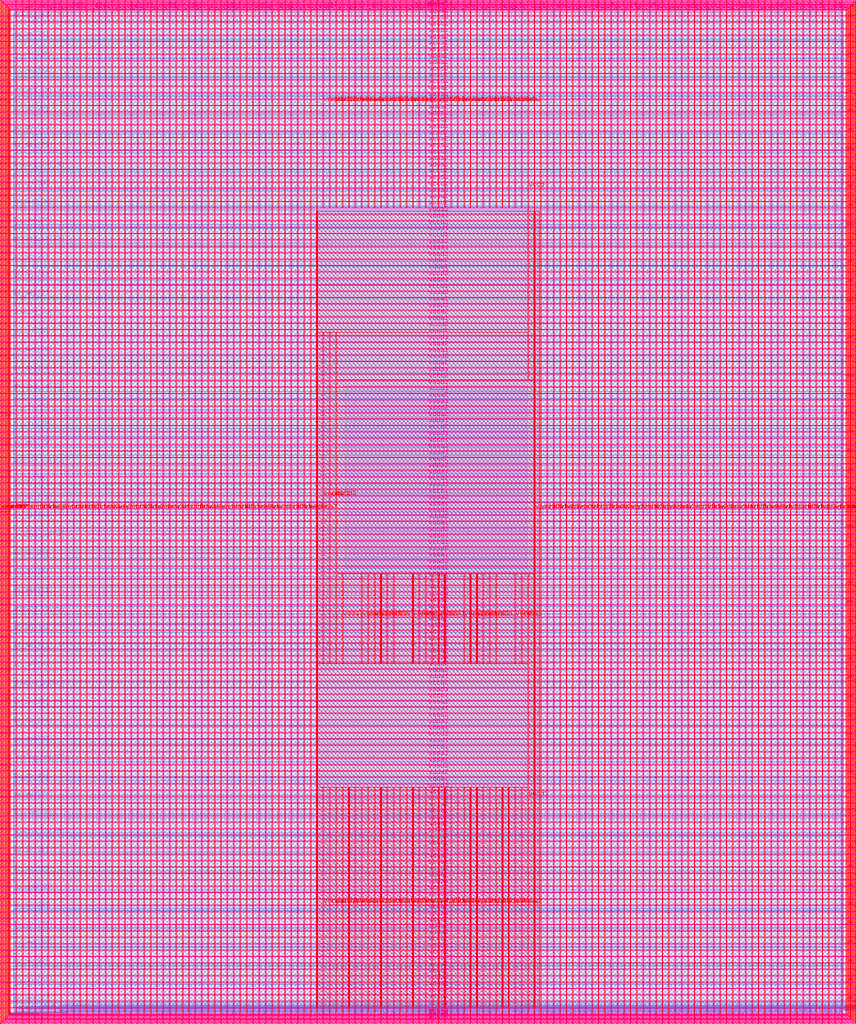
<source format=lef>
VERSION 5.7 ;
  NOWIREEXTENSIONATPIN ON ;
  DIVIDERCHAR "/" ;
  BUSBITCHARS "[]" ;
MACRO user_project_wrapper
  CLASS BLOCK ;
  FOREIGN user_project_wrapper ;
  ORIGIN 0.000 0.000 ;
  SIZE 2920.000 BY 3520.000 ;
  PIN analog_io[0]
    DIRECTION INOUT ;
    USE SIGNAL ;
    PORT
      LAYER met3 ;
        RECT 2917.600 1426.380 2924.800 1427.580 ;
    END
  END analog_io[0]
  PIN analog_io[10]
    DIRECTION INOUT ;
    USE SIGNAL ;
    PORT
      LAYER met2 ;
        RECT 2230.490 3517.600 2231.050 3524.800 ;
    END
  END analog_io[10]
  PIN analog_io[11]
    DIRECTION INOUT ;
    USE SIGNAL ;
    PORT
      LAYER met2 ;
        RECT 1905.730 3517.600 1906.290 3524.800 ;
    END
  END analog_io[11]
  PIN analog_io[12]
    DIRECTION INOUT ;
    USE SIGNAL ;
    PORT
      LAYER met2 ;
        RECT 1581.430 3517.600 1581.990 3524.800 ;
    END
  END analog_io[12]
  PIN analog_io[13]
    DIRECTION INOUT ;
    USE SIGNAL ;
    PORT
      LAYER met2 ;
        RECT 1257.130 3517.600 1257.690 3524.800 ;
    END
  END analog_io[13]
  PIN analog_io[14]
    DIRECTION INOUT ;
    USE SIGNAL ;
    PORT
      LAYER met2 ;
        RECT 932.370 3517.600 932.930 3524.800 ;
    END
  END analog_io[14]
  PIN analog_io[15]
    DIRECTION INOUT ;
    USE SIGNAL ;
    PORT
      LAYER met2 ;
        RECT 608.070 3517.600 608.630 3524.800 ;
    END
  END analog_io[15]
  PIN analog_io[16]
    DIRECTION INOUT ;
    USE SIGNAL ;
    PORT
      LAYER met2 ;
        RECT 283.770 3517.600 284.330 3524.800 ;
    END
  END analog_io[16]
  PIN analog_io[17]
    DIRECTION INOUT ;
    USE SIGNAL ;
    PORT
      LAYER met3 ;
        RECT -4.800 3486.100 2.400 3487.300 ;
    END
  END analog_io[17]
  PIN analog_io[18]
    DIRECTION INOUT ;
    USE SIGNAL ;
    PORT
      LAYER met3 ;
        RECT -4.800 3224.980 2.400 3226.180 ;
    END
  END analog_io[18]
  PIN analog_io[19]
    DIRECTION INOUT ;
    USE SIGNAL ;
    PORT
      LAYER met3 ;
        RECT -4.800 2964.540 2.400 2965.740 ;
    END
  END analog_io[19]
  PIN analog_io[1]
    DIRECTION INOUT ;
    USE SIGNAL ;
    PORT
      LAYER met3 ;
        RECT 2917.600 1692.260 2924.800 1693.460 ;
    END
  END analog_io[1]
  PIN analog_io[20]
    DIRECTION INOUT ;
    USE SIGNAL ;
    PORT
      LAYER met3 ;
        RECT -4.800 2703.420 2.400 2704.620 ;
    END
  END analog_io[20]
  PIN analog_io[21]
    DIRECTION INOUT ;
    USE SIGNAL ;
    PORT
      LAYER met3 ;
        RECT -4.800 2442.980 2.400 2444.180 ;
    END
  END analog_io[21]
  PIN analog_io[22]
    DIRECTION INOUT ;
    USE SIGNAL ;
    PORT
      LAYER met3 ;
        RECT -4.800 2182.540 2.400 2183.740 ;
    END
  END analog_io[22]
  PIN analog_io[23]
    DIRECTION INOUT ;
    USE SIGNAL ;
    PORT
      LAYER met3 ;
        RECT -4.800 1921.420 2.400 1922.620 ;
    END
  END analog_io[23]
  PIN analog_io[24]
    DIRECTION INOUT ;
    USE SIGNAL ;
    PORT
      LAYER met3 ;
        RECT -4.800 1660.980 2.400 1662.180 ;
    END
  END analog_io[24]
  PIN analog_io[25]
    DIRECTION INOUT ;
    USE SIGNAL ;
    PORT
      LAYER met3 ;
        RECT -4.800 1399.860 2.400 1401.060 ;
    END
  END analog_io[25]
  PIN analog_io[26]
    DIRECTION INOUT ;
    USE SIGNAL ;
    PORT
      LAYER met3 ;
        RECT -4.800 1139.420 2.400 1140.620 ;
    END
  END analog_io[26]
  PIN analog_io[27]
    DIRECTION INOUT ;
    USE SIGNAL ;
    PORT
      LAYER met3 ;
        RECT -4.800 878.980 2.400 880.180 ;
    END
  END analog_io[27]
  PIN analog_io[28]
    DIRECTION INOUT ;
    USE SIGNAL ;
    PORT
      LAYER met3 ;
        RECT -4.800 617.860 2.400 619.060 ;
    END
  END analog_io[28]
  PIN analog_io[2]
    DIRECTION INOUT ;
    USE SIGNAL ;
    PORT
      LAYER met3 ;
        RECT 2917.600 1958.140 2924.800 1959.340 ;
    END
  END analog_io[2]
  PIN analog_io[3]
    DIRECTION INOUT ;
    USE SIGNAL ;
    PORT
      LAYER met3 ;
        RECT 2917.600 2223.340 2924.800 2224.540 ;
    END
  END analog_io[3]
  PIN analog_io[4]
    DIRECTION INOUT ;
    USE SIGNAL ;
    PORT
      LAYER met3 ;
        RECT 2917.600 2489.220 2924.800 2490.420 ;
    END
  END analog_io[4]
  PIN analog_io[5]
    DIRECTION INOUT ;
    USE SIGNAL ;
    PORT
      LAYER met3 ;
        RECT 2917.600 2755.100 2924.800 2756.300 ;
    END
  END analog_io[5]
  PIN analog_io[6]
    DIRECTION INOUT ;
    USE SIGNAL ;
    PORT
      LAYER met3 ;
        RECT 2917.600 3020.300 2924.800 3021.500 ;
    END
  END analog_io[6]
  PIN analog_io[7]
    DIRECTION INOUT ;
    USE SIGNAL ;
    PORT
      LAYER met3 ;
        RECT 2917.600 3286.180 2924.800 3287.380 ;
    END
  END analog_io[7]
  PIN analog_io[8]
    DIRECTION INOUT ;
    USE SIGNAL ;
    PORT
      LAYER met2 ;
        RECT 2879.090 3517.600 2879.650 3524.800 ;
    END
  END analog_io[8]
  PIN analog_io[9]
    DIRECTION INOUT ;
    USE SIGNAL ;
    PORT
      LAYER met2 ;
        RECT 2554.790 3517.600 2555.350 3524.800 ;
    END
  END analog_io[9]
  PIN io_in[0]
    DIRECTION INPUT ;
    USE SIGNAL ;
    PORT
      LAYER met3 ;
        RECT 2917.600 32.380 2924.800 33.580 ;
    END
  END io_in[0]
  PIN io_in[10]
    DIRECTION INPUT ;
    USE SIGNAL ;
    PORT
      LAYER met3 ;
        RECT 2917.600 2289.980 2924.800 2291.180 ;
    END
  END io_in[10]
  PIN io_in[11]
    DIRECTION INPUT ;
    USE SIGNAL ;
    PORT
      LAYER met3 ;
        RECT 2917.600 2555.860 2924.800 2557.060 ;
    END
  END io_in[11]
  PIN io_in[12]
    DIRECTION INPUT ;
    USE SIGNAL ;
    PORT
      LAYER met3 ;
        RECT 2917.600 2821.060 2924.800 2822.260 ;
    END
  END io_in[12]
  PIN io_in[13]
    DIRECTION INPUT ;
    USE SIGNAL ;
    PORT
      LAYER met3 ;
        RECT 2917.600 3086.940 2924.800 3088.140 ;
    END
  END io_in[13]
  PIN io_in[14]
    DIRECTION INPUT ;
    USE SIGNAL ;
    PORT
      LAYER met3 ;
        RECT 2917.600 3352.820 2924.800 3354.020 ;
    END
  END io_in[14]
  PIN io_in[15]
    DIRECTION INPUT ;
    USE SIGNAL ;
    PORT
      LAYER met2 ;
        RECT 2798.130 3517.600 2798.690 3524.800 ;
    END
  END io_in[15]
  PIN io_in[16]
    DIRECTION INPUT ;
    USE SIGNAL ;
    PORT
      LAYER met2 ;
        RECT 2473.830 3517.600 2474.390 3524.800 ;
    END
  END io_in[16]
  PIN io_in[17]
    DIRECTION INPUT ;
    USE SIGNAL ;
    PORT
      LAYER met2 ;
        RECT 2149.070 3517.600 2149.630 3524.800 ;
    END
  END io_in[17]
  PIN io_in[18]
    DIRECTION INPUT ;
    USE SIGNAL ;
    PORT
      LAYER met2 ;
        RECT 1824.770 3517.600 1825.330 3524.800 ;
    END
  END io_in[18]
  PIN io_in[19]
    DIRECTION INPUT ;
    USE SIGNAL ;
    PORT
      LAYER met2 ;
        RECT 1500.470 3517.600 1501.030 3524.800 ;
    END
  END io_in[19]
  PIN io_in[1]
    DIRECTION INPUT ;
    USE SIGNAL ;
    PORT
      LAYER met3 ;
        RECT 2917.600 230.940 2924.800 232.140 ;
    END
  END io_in[1]
  PIN io_in[20]
    DIRECTION INPUT ;
    USE SIGNAL ;
    PORT
      LAYER met2 ;
        RECT 1175.710 3517.600 1176.270 3524.800 ;
    END
  END io_in[20]
  PIN io_in[21]
    DIRECTION INPUT ;
    USE SIGNAL ;
    PORT
      LAYER met2 ;
        RECT 851.410 3517.600 851.970 3524.800 ;
    END
  END io_in[21]
  PIN io_in[22]
    DIRECTION INPUT ;
    USE SIGNAL ;
    PORT
      LAYER met2 ;
        RECT 527.110 3517.600 527.670 3524.800 ;
    END
  END io_in[22]
  PIN io_in[23]
    DIRECTION INPUT ;
    USE SIGNAL ;
    PORT
      LAYER met2 ;
        RECT 202.350 3517.600 202.910 3524.800 ;
    END
  END io_in[23]
  PIN io_in[24]
    DIRECTION INPUT ;
    USE SIGNAL ;
    PORT
      LAYER met3 ;
        RECT -4.800 3420.820 2.400 3422.020 ;
    END
  END io_in[24]
  PIN io_in[25]
    DIRECTION INPUT ;
    USE SIGNAL ;
    PORT
      LAYER met3 ;
        RECT -4.800 3159.700 2.400 3160.900 ;
    END
  END io_in[25]
  PIN io_in[26]
    DIRECTION INPUT ;
    USE SIGNAL ;
    PORT
      LAYER met3 ;
        RECT -4.800 2899.260 2.400 2900.460 ;
    END
  END io_in[26]
  PIN io_in[27]
    DIRECTION INPUT ;
    USE SIGNAL ;
    PORT
      LAYER met3 ;
        RECT -4.800 2638.820 2.400 2640.020 ;
    END
  END io_in[27]
  PIN io_in[28]
    DIRECTION INPUT ;
    USE SIGNAL ;
    PORT
      LAYER met3 ;
        RECT -4.800 2377.700 2.400 2378.900 ;
    END
  END io_in[28]
  PIN io_in[29]
    DIRECTION INPUT ;
    USE SIGNAL ;
    PORT
      LAYER met3 ;
        RECT -4.800 2117.260 2.400 2118.460 ;
    END
  END io_in[29]
  PIN io_in[2]
    DIRECTION INPUT ;
    USE SIGNAL ;
    PORT
      LAYER met3 ;
        RECT 2917.600 430.180 2924.800 431.380 ;
    END
  END io_in[2]
  PIN io_in[30]
    DIRECTION INPUT ;
    USE SIGNAL ;
    PORT
      LAYER met3 ;
        RECT -4.800 1856.140 2.400 1857.340 ;
    END
  END io_in[30]
  PIN io_in[31]
    DIRECTION INPUT ;
    USE SIGNAL ;
    PORT
      LAYER met3 ;
        RECT -4.800 1595.700 2.400 1596.900 ;
    END
  END io_in[31]
  PIN io_in[32]
    DIRECTION INPUT ;
    USE SIGNAL ;
    PORT
      LAYER met3 ;
        RECT -4.800 1335.260 2.400 1336.460 ;
    END
  END io_in[32]
  PIN io_in[33]
    DIRECTION INPUT ;
    USE SIGNAL ;
    PORT
      LAYER met3 ;
        RECT -4.800 1074.140 2.400 1075.340 ;
    END
  END io_in[33]
  PIN io_in[34]
    DIRECTION INPUT ;
    USE SIGNAL ;
    PORT
      LAYER met3 ;
        RECT -4.800 813.700 2.400 814.900 ;
    END
  END io_in[34]
  PIN io_in[35]
    DIRECTION INPUT ;
    USE SIGNAL ;
    PORT
      LAYER met3 ;
        RECT -4.800 552.580 2.400 553.780 ;
    END
  END io_in[35]
  PIN io_in[36]
    DIRECTION INPUT ;
    USE SIGNAL ;
    PORT
      LAYER met3 ;
        RECT -4.800 357.420 2.400 358.620 ;
    END
  END io_in[36]
  PIN io_in[37]
    DIRECTION INPUT ;
    USE SIGNAL ;
    PORT
      LAYER met3 ;
        RECT -4.800 161.580 2.400 162.780 ;
    END
  END io_in[37]
  PIN io_in[3]
    DIRECTION INPUT ;
    USE SIGNAL ;
    PORT
      LAYER met3 ;
        RECT 2917.600 629.420 2924.800 630.620 ;
    END
  END io_in[3]
  PIN io_in[4]
    DIRECTION INPUT ;
    USE SIGNAL ;
    PORT
      LAYER met3 ;
        RECT 2917.600 828.660 2924.800 829.860 ;
    END
  END io_in[4]
  PIN io_in[5]
    DIRECTION INPUT ;
    USE SIGNAL ;
    PORT
      LAYER met3 ;
        RECT 2917.600 1027.900 2924.800 1029.100 ;
    END
  END io_in[5]
  PIN io_in[6]
    DIRECTION INPUT ;
    USE SIGNAL ;
    PORT
      LAYER met3 ;
        RECT 2917.600 1227.140 2924.800 1228.340 ;
    END
  END io_in[6]
  PIN io_in[7]
    DIRECTION INPUT ;
    USE SIGNAL ;
    PORT
      LAYER met3 ;
        RECT 2917.600 1493.020 2924.800 1494.220 ;
    END
  END io_in[7]
  PIN io_in[8]
    DIRECTION INPUT ;
    USE SIGNAL ;
    PORT
      LAYER met3 ;
        RECT 2917.600 1758.900 2924.800 1760.100 ;
    END
  END io_in[8]
  PIN io_in[9]
    DIRECTION INPUT ;
    USE SIGNAL ;
    PORT
      LAYER met3 ;
        RECT 2917.600 2024.100 2924.800 2025.300 ;
    END
  END io_in[9]
  PIN io_oeb[0]
    DIRECTION OUTPUT TRISTATE ;
    USE SIGNAL ;
    PORT
      LAYER met3 ;
        RECT 2917.600 164.980 2924.800 166.180 ;
    END
  END io_oeb[0]
  PIN io_oeb[10]
    DIRECTION OUTPUT TRISTATE ;
    USE SIGNAL ;
    PORT
      LAYER met3 ;
        RECT 2917.600 2422.580 2924.800 2423.780 ;
    END
  END io_oeb[10]
  PIN io_oeb[11]
    DIRECTION OUTPUT TRISTATE ;
    USE SIGNAL ;
    PORT
      LAYER met3 ;
        RECT 2917.600 2688.460 2924.800 2689.660 ;
    END
  END io_oeb[11]
  PIN io_oeb[12]
    DIRECTION OUTPUT TRISTATE ;
    USE SIGNAL ;
    PORT
      LAYER met3 ;
        RECT 2917.600 2954.340 2924.800 2955.540 ;
    END
  END io_oeb[12]
  PIN io_oeb[13]
    DIRECTION OUTPUT TRISTATE ;
    USE SIGNAL ;
    PORT
      LAYER met3 ;
        RECT 2917.600 3219.540 2924.800 3220.740 ;
    END
  END io_oeb[13]
  PIN io_oeb[14]
    DIRECTION OUTPUT TRISTATE ;
    USE SIGNAL ;
    PORT
      LAYER met3 ;
        RECT 2917.600 3485.420 2924.800 3486.620 ;
    END
  END io_oeb[14]
  PIN io_oeb[15]
    DIRECTION OUTPUT TRISTATE ;
    USE SIGNAL ;
    PORT
      LAYER met2 ;
        RECT 2635.750 3517.600 2636.310 3524.800 ;
    END
  END io_oeb[15]
  PIN io_oeb[16]
    DIRECTION OUTPUT TRISTATE ;
    USE SIGNAL ;
    PORT
      LAYER met2 ;
        RECT 2311.450 3517.600 2312.010 3524.800 ;
    END
  END io_oeb[16]
  PIN io_oeb[17]
    DIRECTION OUTPUT TRISTATE ;
    USE SIGNAL ;
    PORT
      LAYER met2 ;
        RECT 1987.150 3517.600 1987.710 3524.800 ;
    END
  END io_oeb[17]
  PIN io_oeb[18]
    DIRECTION OUTPUT TRISTATE ;
    USE SIGNAL ;
    PORT
      LAYER met2 ;
        RECT 1662.390 3517.600 1662.950 3524.800 ;
    END
  END io_oeb[18]
  PIN io_oeb[19]
    DIRECTION OUTPUT TRISTATE ;
    USE SIGNAL ;
    PORT
      LAYER met2 ;
        RECT 1338.090 3517.600 1338.650 3524.800 ;
    END
  END io_oeb[19]
  PIN io_oeb[1]
    DIRECTION OUTPUT TRISTATE ;
    USE SIGNAL ;
    PORT
      LAYER met3 ;
        RECT 2917.600 364.220 2924.800 365.420 ;
    END
  END io_oeb[1]
  PIN io_oeb[20]
    DIRECTION OUTPUT TRISTATE ;
    USE SIGNAL ;
    PORT
      LAYER met2 ;
        RECT 1013.790 3517.600 1014.350 3524.800 ;
    END
  END io_oeb[20]
  PIN io_oeb[21]
    DIRECTION OUTPUT TRISTATE ;
    USE SIGNAL ;
    PORT
      LAYER met2 ;
        RECT 689.030 3517.600 689.590 3524.800 ;
    END
  END io_oeb[21]
  PIN io_oeb[22]
    DIRECTION OUTPUT TRISTATE ;
    USE SIGNAL ;
    PORT
      LAYER met2 ;
        RECT 364.730 3517.600 365.290 3524.800 ;
    END
  END io_oeb[22]
  PIN io_oeb[23]
    DIRECTION OUTPUT TRISTATE ;
    USE SIGNAL ;
    PORT
      LAYER met2 ;
        RECT 40.430 3517.600 40.990 3524.800 ;
    END
  END io_oeb[23]
  PIN io_oeb[24]
    DIRECTION OUTPUT TRISTATE ;
    USE SIGNAL ;
    PORT
      LAYER met3 ;
        RECT -4.800 3290.260 2.400 3291.460 ;
    END
  END io_oeb[24]
  PIN io_oeb[25]
    DIRECTION OUTPUT TRISTATE ;
    USE SIGNAL ;
    PORT
      LAYER met3 ;
        RECT -4.800 3029.820 2.400 3031.020 ;
    END
  END io_oeb[25]
  PIN io_oeb[26]
    DIRECTION OUTPUT TRISTATE ;
    USE SIGNAL ;
    PORT
      LAYER met3 ;
        RECT -4.800 2768.700 2.400 2769.900 ;
    END
  END io_oeb[26]
  PIN io_oeb[27]
    DIRECTION OUTPUT TRISTATE ;
    USE SIGNAL ;
    PORT
      LAYER met3 ;
        RECT -4.800 2508.260 2.400 2509.460 ;
    END
  END io_oeb[27]
  PIN io_oeb[28]
    DIRECTION OUTPUT TRISTATE ;
    USE SIGNAL ;
    PORT
      LAYER met3 ;
        RECT -4.800 2247.140 2.400 2248.340 ;
    END
  END io_oeb[28]
  PIN io_oeb[29]
    DIRECTION OUTPUT TRISTATE ;
    USE SIGNAL ;
    PORT
      LAYER met3 ;
        RECT -4.800 1986.700 2.400 1987.900 ;
    END
  END io_oeb[29]
  PIN io_oeb[2]
    DIRECTION OUTPUT TRISTATE ;
    USE SIGNAL ;
    PORT
      LAYER met3 ;
        RECT 2917.600 563.460 2924.800 564.660 ;
    END
  END io_oeb[2]
  PIN io_oeb[30]
    DIRECTION OUTPUT TRISTATE ;
    USE SIGNAL ;
    PORT
      LAYER met3 ;
        RECT -4.800 1726.260 2.400 1727.460 ;
    END
  END io_oeb[30]
  PIN io_oeb[31]
    DIRECTION OUTPUT TRISTATE ;
    USE SIGNAL ;
    PORT
      LAYER met3 ;
        RECT -4.800 1465.140 2.400 1466.340 ;
    END
  END io_oeb[31]
  PIN io_oeb[32]
    DIRECTION OUTPUT TRISTATE ;
    USE SIGNAL ;
    PORT
      LAYER met3 ;
        RECT -4.800 1204.700 2.400 1205.900 ;
    END
  END io_oeb[32]
  PIN io_oeb[33]
    DIRECTION OUTPUT TRISTATE ;
    USE SIGNAL ;
    PORT
      LAYER met3 ;
        RECT -4.800 943.580 2.400 944.780 ;
    END
  END io_oeb[33]
  PIN io_oeb[34]
    DIRECTION OUTPUT TRISTATE ;
    USE SIGNAL ;
    PORT
      LAYER met3 ;
        RECT -4.800 683.140 2.400 684.340 ;
    END
  END io_oeb[34]
  PIN io_oeb[35]
    DIRECTION OUTPUT TRISTATE ;
    USE SIGNAL ;
    PORT
      LAYER met3 ;
        RECT -4.800 422.700 2.400 423.900 ;
    END
  END io_oeb[35]
  PIN io_oeb[36]
    DIRECTION OUTPUT TRISTATE ;
    USE SIGNAL ;
    PORT
      LAYER met3 ;
        RECT -4.800 226.860 2.400 228.060 ;
    END
  END io_oeb[36]
  PIN io_oeb[37]
    DIRECTION OUTPUT TRISTATE ;
    USE SIGNAL ;
    PORT
      LAYER met3 ;
        RECT -4.800 31.700 2.400 32.900 ;
    END
  END io_oeb[37]
  PIN io_oeb[3]
    DIRECTION OUTPUT TRISTATE ;
    USE SIGNAL ;
    PORT
      LAYER met3 ;
        RECT 2917.600 762.700 2924.800 763.900 ;
    END
  END io_oeb[3]
  PIN io_oeb[4]
    DIRECTION OUTPUT TRISTATE ;
    USE SIGNAL ;
    PORT
      LAYER met3 ;
        RECT 2917.600 961.940 2924.800 963.140 ;
    END
  END io_oeb[4]
  PIN io_oeb[5]
    DIRECTION OUTPUT TRISTATE ;
    USE SIGNAL ;
    PORT
      LAYER met3 ;
        RECT 2917.600 1161.180 2924.800 1162.380 ;
    END
  END io_oeb[5]
  PIN io_oeb[6]
    DIRECTION OUTPUT TRISTATE ;
    USE SIGNAL ;
    PORT
      LAYER met3 ;
        RECT 2917.600 1360.420 2924.800 1361.620 ;
    END
  END io_oeb[6]
  PIN io_oeb[7]
    DIRECTION OUTPUT TRISTATE ;
    USE SIGNAL ;
    PORT
      LAYER met3 ;
        RECT 2917.600 1625.620 2924.800 1626.820 ;
    END
  END io_oeb[7]
  PIN io_oeb[8]
    DIRECTION OUTPUT TRISTATE ;
    USE SIGNAL ;
    PORT
      LAYER met3 ;
        RECT 2917.600 1891.500 2924.800 1892.700 ;
    END
  END io_oeb[8]
  PIN io_oeb[9]
    DIRECTION OUTPUT TRISTATE ;
    USE SIGNAL ;
    PORT
      LAYER met3 ;
        RECT 2917.600 2157.380 2924.800 2158.580 ;
    END
  END io_oeb[9]
  PIN io_out[0]
    DIRECTION OUTPUT TRISTATE ;
    USE SIGNAL ;
    PORT
      LAYER met3 ;
        RECT 2917.600 98.340 2924.800 99.540 ;
    END
  END io_out[0]
  PIN io_out[10]
    DIRECTION OUTPUT TRISTATE ;
    USE SIGNAL ;
    PORT
      LAYER met3 ;
        RECT 2917.600 2356.620 2924.800 2357.820 ;
    END
  END io_out[10]
  PIN io_out[11]
    DIRECTION OUTPUT TRISTATE ;
    USE SIGNAL ;
    PORT
      LAYER met3 ;
        RECT 2917.600 2621.820 2924.800 2623.020 ;
    END
  END io_out[11]
  PIN io_out[12]
    DIRECTION OUTPUT TRISTATE ;
    USE SIGNAL ;
    PORT
      LAYER met3 ;
        RECT 2917.600 2887.700 2924.800 2888.900 ;
    END
  END io_out[12]
  PIN io_out[13]
    DIRECTION OUTPUT TRISTATE ;
    USE SIGNAL ;
    PORT
      LAYER met3 ;
        RECT 2917.600 3153.580 2924.800 3154.780 ;
    END
  END io_out[13]
  PIN io_out[14]
    DIRECTION OUTPUT TRISTATE ;
    USE SIGNAL ;
    PORT
      LAYER met3 ;
        RECT 2917.600 3418.780 2924.800 3419.980 ;
    END
  END io_out[14]
  PIN io_out[15]
    DIRECTION OUTPUT TRISTATE ;
    USE SIGNAL ;
    PORT
      LAYER met2 ;
        RECT 2717.170 3517.600 2717.730 3524.800 ;
    END
  END io_out[15]
  PIN io_out[16]
    DIRECTION OUTPUT TRISTATE ;
    USE SIGNAL ;
    PORT
      LAYER met2 ;
        RECT 2392.410 3517.600 2392.970 3524.800 ;
    END
  END io_out[16]
  PIN io_out[17]
    DIRECTION OUTPUT TRISTATE ;
    USE SIGNAL ;
    PORT
      LAYER met2 ;
        RECT 2068.110 3517.600 2068.670 3524.800 ;
    END
  END io_out[17]
  PIN io_out[18]
    DIRECTION OUTPUT TRISTATE ;
    USE SIGNAL ;
    PORT
      LAYER met2 ;
        RECT 1743.810 3517.600 1744.370 3524.800 ;
    END
  END io_out[18]
  PIN io_out[19]
    DIRECTION OUTPUT TRISTATE ;
    USE SIGNAL ;
    PORT
      LAYER met2 ;
        RECT 1419.050 3517.600 1419.610 3524.800 ;
    END
  END io_out[19]
  PIN io_out[1]
    DIRECTION OUTPUT TRISTATE ;
    USE SIGNAL ;
    PORT
      LAYER met3 ;
        RECT 2917.600 297.580 2924.800 298.780 ;
    END
  END io_out[1]
  PIN io_out[20]
    DIRECTION OUTPUT TRISTATE ;
    USE SIGNAL ;
    PORT
      LAYER met2 ;
        RECT 1094.750 3517.600 1095.310 3524.800 ;
    END
  END io_out[20]
  PIN io_out[21]
    DIRECTION OUTPUT TRISTATE ;
    USE SIGNAL ;
    PORT
      LAYER met2 ;
        RECT 770.450 3517.600 771.010 3524.800 ;
    END
  END io_out[21]
  PIN io_out[22]
    DIRECTION OUTPUT TRISTATE ;
    USE SIGNAL ;
    PORT
      LAYER met2 ;
        RECT 445.690 3517.600 446.250 3524.800 ;
    END
  END io_out[22]
  PIN io_out[23]
    DIRECTION OUTPUT TRISTATE ;
    USE SIGNAL ;
    PORT
      LAYER met2 ;
        RECT 121.390 3517.600 121.950 3524.800 ;
    END
  END io_out[23]
  PIN io_out[24]
    DIRECTION OUTPUT TRISTATE ;
    USE SIGNAL ;
    PORT
      LAYER met3 ;
        RECT -4.800 3355.540 2.400 3356.740 ;
    END
  END io_out[24]
  PIN io_out[25]
    DIRECTION OUTPUT TRISTATE ;
    USE SIGNAL ;
    PORT
      LAYER met3 ;
        RECT -4.800 3095.100 2.400 3096.300 ;
    END
  END io_out[25]
  PIN io_out[26]
    DIRECTION OUTPUT TRISTATE ;
    USE SIGNAL ;
    PORT
      LAYER met3 ;
        RECT -4.800 2833.980 2.400 2835.180 ;
    END
  END io_out[26]
  PIN io_out[27]
    DIRECTION OUTPUT TRISTATE ;
    USE SIGNAL ;
    PORT
      LAYER met3 ;
        RECT -4.800 2573.540 2.400 2574.740 ;
    END
  END io_out[27]
  PIN io_out[28]
    DIRECTION OUTPUT TRISTATE ;
    USE SIGNAL ;
    PORT
      LAYER met3 ;
        RECT -4.800 2312.420 2.400 2313.620 ;
    END
  END io_out[28]
  PIN io_out[29]
    DIRECTION OUTPUT TRISTATE ;
    USE SIGNAL ;
    PORT
      LAYER met3 ;
        RECT -4.800 2051.980 2.400 2053.180 ;
    END
  END io_out[29]
  PIN io_out[2]
    DIRECTION OUTPUT TRISTATE ;
    USE SIGNAL ;
    PORT
      LAYER met3 ;
        RECT 2917.600 496.820 2924.800 498.020 ;
    END
  END io_out[2]
  PIN io_out[30]
    DIRECTION OUTPUT TRISTATE ;
    USE SIGNAL ;
    PORT
      LAYER met3 ;
        RECT -4.800 1791.540 2.400 1792.740 ;
    END
  END io_out[30]
  PIN io_out[31]
    DIRECTION OUTPUT TRISTATE ;
    USE SIGNAL ;
    PORT
      LAYER met3 ;
        RECT -4.800 1530.420 2.400 1531.620 ;
    END
  END io_out[31]
  PIN io_out[32]
    DIRECTION OUTPUT TRISTATE ;
    USE SIGNAL ;
    PORT
      LAYER met3 ;
        RECT -4.800 1269.980 2.400 1271.180 ;
    END
  END io_out[32]
  PIN io_out[33]
    DIRECTION OUTPUT TRISTATE ;
    USE SIGNAL ;
    PORT
      LAYER met3 ;
        RECT -4.800 1008.860 2.400 1010.060 ;
    END
  END io_out[33]
  PIN io_out[34]
    DIRECTION OUTPUT TRISTATE ;
    USE SIGNAL ;
    PORT
      LAYER met3 ;
        RECT -4.800 748.420 2.400 749.620 ;
    END
  END io_out[34]
  PIN io_out[35]
    DIRECTION OUTPUT TRISTATE ;
    USE SIGNAL ;
    PORT
      LAYER met3 ;
        RECT -4.800 487.300 2.400 488.500 ;
    END
  END io_out[35]
  PIN io_out[36]
    DIRECTION OUTPUT TRISTATE ;
    USE SIGNAL ;
    PORT
      LAYER met3 ;
        RECT -4.800 292.140 2.400 293.340 ;
    END
  END io_out[36]
  PIN io_out[37]
    DIRECTION OUTPUT TRISTATE ;
    USE SIGNAL ;
    PORT
      LAYER met3 ;
        RECT -4.800 96.300 2.400 97.500 ;
    END
  END io_out[37]
  PIN io_out[3]
    DIRECTION OUTPUT TRISTATE ;
    USE SIGNAL ;
    PORT
      LAYER met3 ;
        RECT 2917.600 696.060 2924.800 697.260 ;
    END
  END io_out[3]
  PIN io_out[4]
    DIRECTION OUTPUT TRISTATE ;
    USE SIGNAL ;
    PORT
      LAYER met3 ;
        RECT 2917.600 895.300 2924.800 896.500 ;
    END
  END io_out[4]
  PIN io_out[5]
    DIRECTION OUTPUT TRISTATE ;
    USE SIGNAL ;
    PORT
      LAYER met3 ;
        RECT 2917.600 1094.540 2924.800 1095.740 ;
    END
  END io_out[5]
  PIN io_out[6]
    DIRECTION OUTPUT TRISTATE ;
    USE SIGNAL ;
    PORT
      LAYER met3 ;
        RECT 2917.600 1293.780 2924.800 1294.980 ;
    END
  END io_out[6]
  PIN io_out[7]
    DIRECTION OUTPUT TRISTATE ;
    USE SIGNAL ;
    PORT
      LAYER met3 ;
        RECT 2917.600 1559.660 2924.800 1560.860 ;
    END
  END io_out[7]
  PIN io_out[8]
    DIRECTION OUTPUT TRISTATE ;
    USE SIGNAL ;
    PORT
      LAYER met3 ;
        RECT 2917.600 1824.860 2924.800 1826.060 ;
    END
  END io_out[8]
  PIN io_out[9]
    DIRECTION OUTPUT TRISTATE ;
    USE SIGNAL ;
    PORT
      LAYER met3 ;
        RECT 2917.600 2090.740 2924.800 2091.940 ;
    END
  END io_out[9]
  PIN la_data_in[0]
    DIRECTION INPUT ;
    USE SIGNAL ;
    PORT
      LAYER met2 ;
        RECT 629.230 -4.800 629.790 2.400 ;
    END
  END la_data_in[0]
  PIN la_data_in[100]
    DIRECTION INPUT ;
    USE SIGNAL ;
    PORT
      LAYER met2 ;
        RECT 2402.530 -4.800 2403.090 2.400 ;
    END
  END la_data_in[100]
  PIN la_data_in[101]
    DIRECTION INPUT ;
    USE SIGNAL ;
    PORT
      LAYER met2 ;
        RECT 2420.010 -4.800 2420.570 2.400 ;
    END
  END la_data_in[101]
  PIN la_data_in[102]
    DIRECTION INPUT ;
    USE SIGNAL ;
    PORT
      LAYER met2 ;
        RECT 2437.950 -4.800 2438.510 2.400 ;
    END
  END la_data_in[102]
  PIN la_data_in[103]
    DIRECTION INPUT ;
    USE SIGNAL ;
    PORT
      LAYER met2 ;
        RECT 2455.430 -4.800 2455.990 2.400 ;
    END
  END la_data_in[103]
  PIN la_data_in[104]
    DIRECTION INPUT ;
    USE SIGNAL ;
    PORT
      LAYER met2 ;
        RECT 2473.370 -4.800 2473.930 2.400 ;
    END
  END la_data_in[104]
  PIN la_data_in[105]
    DIRECTION INPUT ;
    USE SIGNAL ;
    PORT
      LAYER met2 ;
        RECT 2490.850 -4.800 2491.410 2.400 ;
    END
  END la_data_in[105]
  PIN la_data_in[106]
    DIRECTION INPUT ;
    USE SIGNAL ;
    PORT
      LAYER met2 ;
        RECT 2508.790 -4.800 2509.350 2.400 ;
    END
  END la_data_in[106]
  PIN la_data_in[107]
    DIRECTION INPUT ;
    USE SIGNAL ;
    PORT
      LAYER met2 ;
        RECT 2526.730 -4.800 2527.290 2.400 ;
    END
  END la_data_in[107]
  PIN la_data_in[108]
    DIRECTION INPUT ;
    USE SIGNAL ;
    PORT
      LAYER met2 ;
        RECT 2544.210 -4.800 2544.770 2.400 ;
    END
  END la_data_in[108]
  PIN la_data_in[109]
    DIRECTION INPUT ;
    USE SIGNAL ;
    PORT
      LAYER met2 ;
        RECT 2562.150 -4.800 2562.710 2.400 ;
    END
  END la_data_in[109]
  PIN la_data_in[10]
    DIRECTION INPUT ;
    USE SIGNAL ;
    PORT
      LAYER met2 ;
        RECT 806.330 -4.800 806.890 2.400 ;
    END
  END la_data_in[10]
  PIN la_data_in[110]
    DIRECTION INPUT ;
    USE SIGNAL ;
    PORT
      LAYER met2 ;
        RECT 2579.630 -4.800 2580.190 2.400 ;
    END
  END la_data_in[110]
  PIN la_data_in[111]
    DIRECTION INPUT ;
    USE SIGNAL ;
    PORT
      LAYER met2 ;
        RECT 2597.570 -4.800 2598.130 2.400 ;
    END
  END la_data_in[111]
  PIN la_data_in[112]
    DIRECTION INPUT ;
    USE SIGNAL ;
    PORT
      LAYER met2 ;
        RECT 2615.050 -4.800 2615.610 2.400 ;
    END
  END la_data_in[112]
  PIN la_data_in[113]
    DIRECTION INPUT ;
    USE SIGNAL ;
    PORT
      LAYER met2 ;
        RECT 2632.990 -4.800 2633.550 2.400 ;
    END
  END la_data_in[113]
  PIN la_data_in[114]
    DIRECTION INPUT ;
    USE SIGNAL ;
    PORT
      LAYER met2 ;
        RECT 2650.470 -4.800 2651.030 2.400 ;
    END
  END la_data_in[114]
  PIN la_data_in[115]
    DIRECTION INPUT ;
    USE SIGNAL ;
    PORT
      LAYER met2 ;
        RECT 2668.410 -4.800 2668.970 2.400 ;
    END
  END la_data_in[115]
  PIN la_data_in[116]
    DIRECTION INPUT ;
    USE SIGNAL ;
    PORT
      LAYER met2 ;
        RECT 2685.890 -4.800 2686.450 2.400 ;
    END
  END la_data_in[116]
  PIN la_data_in[117]
    DIRECTION INPUT ;
    USE SIGNAL ;
    PORT
      LAYER met2 ;
        RECT 2703.830 -4.800 2704.390 2.400 ;
    END
  END la_data_in[117]
  PIN la_data_in[118]
    DIRECTION INPUT ;
    USE SIGNAL ;
    PORT
      LAYER met2 ;
        RECT 2721.770 -4.800 2722.330 2.400 ;
    END
  END la_data_in[118]
  PIN la_data_in[119]
    DIRECTION INPUT ;
    USE SIGNAL ;
    PORT
      LAYER met2 ;
        RECT 2739.250 -4.800 2739.810 2.400 ;
    END
  END la_data_in[119]
  PIN la_data_in[11]
    DIRECTION INPUT ;
    USE SIGNAL ;
    PORT
      LAYER met2 ;
        RECT 824.270 -4.800 824.830 2.400 ;
    END
  END la_data_in[11]
  PIN la_data_in[120]
    DIRECTION INPUT ;
    USE SIGNAL ;
    PORT
      LAYER met2 ;
        RECT 2757.190 -4.800 2757.750 2.400 ;
    END
  END la_data_in[120]
  PIN la_data_in[121]
    DIRECTION INPUT ;
    USE SIGNAL ;
    PORT
      LAYER met2 ;
        RECT 2774.670 -4.800 2775.230 2.400 ;
    END
  END la_data_in[121]
  PIN la_data_in[122]
    DIRECTION INPUT ;
    USE SIGNAL ;
    PORT
      LAYER met2 ;
        RECT 2792.610 -4.800 2793.170 2.400 ;
    END
  END la_data_in[122]
  PIN la_data_in[123]
    DIRECTION INPUT ;
    USE SIGNAL ;
    PORT
      LAYER met2 ;
        RECT 2810.090 -4.800 2810.650 2.400 ;
    END
  END la_data_in[123]
  PIN la_data_in[124]
    DIRECTION INPUT ;
    USE SIGNAL ;
    PORT
      LAYER met2 ;
        RECT 2828.030 -4.800 2828.590 2.400 ;
    END
  END la_data_in[124]
  PIN la_data_in[125]
    DIRECTION INPUT ;
    USE SIGNAL ;
    PORT
      LAYER met2 ;
        RECT 2845.510 -4.800 2846.070 2.400 ;
    END
  END la_data_in[125]
  PIN la_data_in[126]
    DIRECTION INPUT ;
    USE SIGNAL ;
    PORT
      LAYER met2 ;
        RECT 2863.450 -4.800 2864.010 2.400 ;
    END
  END la_data_in[126]
  PIN la_data_in[127]
    DIRECTION INPUT ;
    USE SIGNAL ;
    PORT
      LAYER met2 ;
        RECT 2881.390 -4.800 2881.950 2.400 ;
    END
  END la_data_in[127]
  PIN la_data_in[12]
    DIRECTION INPUT ;
    USE SIGNAL ;
    PORT
      LAYER met2 ;
        RECT 841.750 -4.800 842.310 2.400 ;
    END
  END la_data_in[12]
  PIN la_data_in[13]
    DIRECTION INPUT ;
    USE SIGNAL ;
    PORT
      LAYER met2 ;
        RECT 859.690 -4.800 860.250 2.400 ;
    END
  END la_data_in[13]
  PIN la_data_in[14]
    DIRECTION INPUT ;
    USE SIGNAL ;
    PORT
      LAYER met2 ;
        RECT 877.170 -4.800 877.730 2.400 ;
    END
  END la_data_in[14]
  PIN la_data_in[15]
    DIRECTION INPUT ;
    USE SIGNAL ;
    PORT
      LAYER met2 ;
        RECT 895.110 -4.800 895.670 2.400 ;
    END
  END la_data_in[15]
  PIN la_data_in[16]
    DIRECTION INPUT ;
    USE SIGNAL ;
    PORT
      LAYER met2 ;
        RECT 912.590 -4.800 913.150 2.400 ;
    END
  END la_data_in[16]
  PIN la_data_in[17]
    DIRECTION INPUT ;
    USE SIGNAL ;
    PORT
      LAYER met2 ;
        RECT 930.530 -4.800 931.090 2.400 ;
    END
  END la_data_in[17]
  PIN la_data_in[18]
    DIRECTION INPUT ;
    USE SIGNAL ;
    PORT
      LAYER met2 ;
        RECT 948.470 -4.800 949.030 2.400 ;
    END
  END la_data_in[18]
  PIN la_data_in[19]
    DIRECTION INPUT ;
    USE SIGNAL ;
    PORT
      LAYER met2 ;
        RECT 965.950 -4.800 966.510 2.400 ;
    END
  END la_data_in[19]
  PIN la_data_in[1]
    DIRECTION INPUT ;
    USE SIGNAL ;
    PORT
      LAYER met2 ;
        RECT 646.710 -4.800 647.270 2.400 ;
    END
  END la_data_in[1]
  PIN la_data_in[20]
    DIRECTION INPUT ;
    USE SIGNAL ;
    PORT
      LAYER met2 ;
        RECT 983.890 -4.800 984.450 2.400 ;
    END
  END la_data_in[20]
  PIN la_data_in[21]
    DIRECTION INPUT ;
    USE SIGNAL ;
    PORT
      LAYER met2 ;
        RECT 1001.370 -4.800 1001.930 2.400 ;
    END
  END la_data_in[21]
  PIN la_data_in[22]
    DIRECTION INPUT ;
    USE SIGNAL ;
    PORT
      LAYER met2 ;
        RECT 1019.310 -4.800 1019.870 2.400 ;
    END
  END la_data_in[22]
  PIN la_data_in[23]
    DIRECTION INPUT ;
    USE SIGNAL ;
    PORT
      LAYER met2 ;
        RECT 1036.790 -4.800 1037.350 2.400 ;
    END
  END la_data_in[23]
  PIN la_data_in[24]
    DIRECTION INPUT ;
    USE SIGNAL ;
    PORT
      LAYER met2 ;
        RECT 1054.730 -4.800 1055.290 2.400 ;
    END
  END la_data_in[24]
  PIN la_data_in[25]
    DIRECTION INPUT ;
    USE SIGNAL ;
    PORT
      LAYER met2 ;
        RECT 1072.210 -4.800 1072.770 2.400 ;
    END
  END la_data_in[25]
  PIN la_data_in[26]
    DIRECTION INPUT ;
    USE SIGNAL ;
    PORT
      LAYER met2 ;
        RECT 1090.150 -4.800 1090.710 2.400 ;
    END
  END la_data_in[26]
  PIN la_data_in[27]
    DIRECTION INPUT ;
    USE SIGNAL ;
    PORT
      LAYER met2 ;
        RECT 1107.630 -4.800 1108.190 2.400 ;
    END
  END la_data_in[27]
  PIN la_data_in[28]
    DIRECTION INPUT ;
    USE SIGNAL ;
    PORT
      LAYER met2 ;
        RECT 1125.570 -4.800 1126.130 2.400 ;
    END
  END la_data_in[28]
  PIN la_data_in[29]
    DIRECTION INPUT ;
    USE SIGNAL ;
    PORT
      LAYER met2 ;
        RECT 1143.510 -4.800 1144.070 2.400 ;
    END
  END la_data_in[29]
  PIN la_data_in[2]
    DIRECTION INPUT ;
    USE SIGNAL ;
    PORT
      LAYER met2 ;
        RECT 664.650 -4.800 665.210 2.400 ;
    END
  END la_data_in[2]
  PIN la_data_in[30]
    DIRECTION INPUT ;
    USE SIGNAL ;
    PORT
      LAYER met2 ;
        RECT 1160.990 -4.800 1161.550 2.400 ;
    END
  END la_data_in[30]
  PIN la_data_in[31]
    DIRECTION INPUT ;
    USE SIGNAL ;
    PORT
      LAYER met2 ;
        RECT 1178.930 -4.800 1179.490 2.400 ;
    END
  END la_data_in[31]
  PIN la_data_in[32]
    DIRECTION INPUT ;
    USE SIGNAL ;
    PORT
      LAYER met2 ;
        RECT 1196.410 -4.800 1196.970 2.400 ;
    END
  END la_data_in[32]
  PIN la_data_in[33]
    DIRECTION INPUT ;
    USE SIGNAL ;
    PORT
      LAYER met2 ;
        RECT 1214.350 -4.800 1214.910 2.400 ;
    END
  END la_data_in[33]
  PIN la_data_in[34]
    DIRECTION INPUT ;
    USE SIGNAL ;
    PORT
      LAYER met2 ;
        RECT 1231.830 -4.800 1232.390 2.400 ;
    END
  END la_data_in[34]
  PIN la_data_in[35]
    DIRECTION INPUT ;
    USE SIGNAL ;
    PORT
      LAYER met2 ;
        RECT 1249.770 -4.800 1250.330 2.400 ;
    END
  END la_data_in[35]
  PIN la_data_in[36]
    DIRECTION INPUT ;
    USE SIGNAL ;
    PORT
      LAYER met2 ;
        RECT 1267.250 -4.800 1267.810 2.400 ;
    END
  END la_data_in[36]
  PIN la_data_in[37]
    DIRECTION INPUT ;
    USE SIGNAL ;
    PORT
      LAYER met2 ;
        RECT 1285.190 -4.800 1285.750 2.400 ;
    END
  END la_data_in[37]
  PIN la_data_in[38]
    DIRECTION INPUT ;
    USE SIGNAL ;
    PORT
      LAYER met2 ;
        RECT 1303.130 -4.800 1303.690 2.400 ;
    END
  END la_data_in[38]
  PIN la_data_in[39]
    DIRECTION INPUT ;
    USE SIGNAL ;
    PORT
      LAYER met2 ;
        RECT 1320.610 -4.800 1321.170 2.400 ;
    END
  END la_data_in[39]
  PIN la_data_in[3]
    DIRECTION INPUT ;
    USE SIGNAL ;
    PORT
      LAYER met2 ;
        RECT 682.130 -4.800 682.690 2.400 ;
    END
  END la_data_in[3]
  PIN la_data_in[40]
    DIRECTION INPUT ;
    USE SIGNAL ;
    PORT
      LAYER met2 ;
        RECT 1338.550 -4.800 1339.110 2.400 ;
    END
  END la_data_in[40]
  PIN la_data_in[41]
    DIRECTION INPUT ;
    USE SIGNAL ;
    PORT
      LAYER met2 ;
        RECT 1356.030 -4.800 1356.590 2.400 ;
    END
  END la_data_in[41]
  PIN la_data_in[42]
    DIRECTION INPUT ;
    USE SIGNAL ;
    PORT
      LAYER met2 ;
        RECT 1373.970 -4.800 1374.530 2.400 ;
    END
  END la_data_in[42]
  PIN la_data_in[43]
    DIRECTION INPUT ;
    USE SIGNAL ;
    PORT
      LAYER met2 ;
        RECT 1391.450 -4.800 1392.010 2.400 ;
    END
  END la_data_in[43]
  PIN la_data_in[44]
    DIRECTION INPUT ;
    USE SIGNAL ;
    PORT
      LAYER met2 ;
        RECT 1409.390 -4.800 1409.950 2.400 ;
    END
  END la_data_in[44]
  PIN la_data_in[45]
    DIRECTION INPUT ;
    USE SIGNAL ;
    PORT
      LAYER met2 ;
        RECT 1426.870 -4.800 1427.430 2.400 ;
    END
  END la_data_in[45]
  PIN la_data_in[46]
    DIRECTION INPUT ;
    USE SIGNAL ;
    PORT
      LAYER met2 ;
        RECT 1444.810 -4.800 1445.370 2.400 ;
    END
  END la_data_in[46]
  PIN la_data_in[47]
    DIRECTION INPUT ;
    USE SIGNAL ;
    PORT
      LAYER met2 ;
        RECT 1462.750 -4.800 1463.310 2.400 ;
    END
  END la_data_in[47]
  PIN la_data_in[48]
    DIRECTION INPUT ;
    USE SIGNAL ;
    PORT
      LAYER met2 ;
        RECT 1480.230 -4.800 1480.790 2.400 ;
    END
  END la_data_in[48]
  PIN la_data_in[49]
    DIRECTION INPUT ;
    USE SIGNAL ;
    PORT
      LAYER met2 ;
        RECT 1498.170 -4.800 1498.730 2.400 ;
    END
  END la_data_in[49]
  PIN la_data_in[4]
    DIRECTION INPUT ;
    USE SIGNAL ;
    PORT
      LAYER met2 ;
        RECT 700.070 -4.800 700.630 2.400 ;
    END
  END la_data_in[4]
  PIN la_data_in[50]
    DIRECTION INPUT ;
    USE SIGNAL ;
    PORT
      LAYER met2 ;
        RECT 1515.650 -4.800 1516.210 2.400 ;
    END
  END la_data_in[50]
  PIN la_data_in[51]
    DIRECTION INPUT ;
    USE SIGNAL ;
    PORT
      LAYER met2 ;
        RECT 1533.590 -4.800 1534.150 2.400 ;
    END
  END la_data_in[51]
  PIN la_data_in[52]
    DIRECTION INPUT ;
    USE SIGNAL ;
    PORT
      LAYER met2 ;
        RECT 1551.070 -4.800 1551.630 2.400 ;
    END
  END la_data_in[52]
  PIN la_data_in[53]
    DIRECTION INPUT ;
    USE SIGNAL ;
    PORT
      LAYER met2 ;
        RECT 1569.010 -4.800 1569.570 2.400 ;
    END
  END la_data_in[53]
  PIN la_data_in[54]
    DIRECTION INPUT ;
    USE SIGNAL ;
    PORT
      LAYER met2 ;
        RECT 1586.490 -4.800 1587.050 2.400 ;
    END
  END la_data_in[54]
  PIN la_data_in[55]
    DIRECTION INPUT ;
    USE SIGNAL ;
    PORT
      LAYER met2 ;
        RECT 1604.430 -4.800 1604.990 2.400 ;
    END
  END la_data_in[55]
  PIN la_data_in[56]
    DIRECTION INPUT ;
    USE SIGNAL ;
    PORT
      LAYER met2 ;
        RECT 1621.910 -4.800 1622.470 2.400 ;
    END
  END la_data_in[56]
  PIN la_data_in[57]
    DIRECTION INPUT ;
    USE SIGNAL ;
    PORT
      LAYER met2 ;
        RECT 1639.850 -4.800 1640.410 2.400 ;
    END
  END la_data_in[57]
  PIN la_data_in[58]
    DIRECTION INPUT ;
    USE SIGNAL ;
    PORT
      LAYER met2 ;
        RECT 1657.790 -4.800 1658.350 2.400 ;
    END
  END la_data_in[58]
  PIN la_data_in[59]
    DIRECTION INPUT ;
    USE SIGNAL ;
    PORT
      LAYER met2 ;
        RECT 1675.270 -4.800 1675.830 2.400 ;
    END
  END la_data_in[59]
  PIN la_data_in[5]
    DIRECTION INPUT ;
    USE SIGNAL ;
    PORT
      LAYER met2 ;
        RECT 717.550 -4.800 718.110 2.400 ;
    END
  END la_data_in[5]
  PIN la_data_in[60]
    DIRECTION INPUT ;
    USE SIGNAL ;
    PORT
      LAYER met2 ;
        RECT 1693.210 -4.800 1693.770 2.400 ;
    END
  END la_data_in[60]
  PIN la_data_in[61]
    DIRECTION INPUT ;
    USE SIGNAL ;
    PORT
      LAYER met2 ;
        RECT 1710.690 -4.800 1711.250 2.400 ;
    END
  END la_data_in[61]
  PIN la_data_in[62]
    DIRECTION INPUT ;
    USE SIGNAL ;
    PORT
      LAYER met2 ;
        RECT 1728.630 -4.800 1729.190 2.400 ;
    END
  END la_data_in[62]
  PIN la_data_in[63]
    DIRECTION INPUT ;
    USE SIGNAL ;
    PORT
      LAYER met2 ;
        RECT 1746.110 -4.800 1746.670 2.400 ;
    END
  END la_data_in[63]
  PIN la_data_in[64]
    DIRECTION INPUT ;
    USE SIGNAL ;
    PORT
      LAYER met2 ;
        RECT 1764.050 -4.800 1764.610 2.400 ;
    END
  END la_data_in[64]
  PIN la_data_in[65]
    DIRECTION INPUT ;
    USE SIGNAL ;
    PORT
      LAYER met2 ;
        RECT 1781.530 -4.800 1782.090 2.400 ;
    END
  END la_data_in[65]
  PIN la_data_in[66]
    DIRECTION INPUT ;
    USE SIGNAL ;
    PORT
      LAYER met2 ;
        RECT 1799.470 -4.800 1800.030 2.400 ;
    END
  END la_data_in[66]
  PIN la_data_in[67]
    DIRECTION INPUT ;
    USE SIGNAL ;
    PORT
      LAYER met2 ;
        RECT 1817.410 -4.800 1817.970 2.400 ;
    END
  END la_data_in[67]
  PIN la_data_in[68]
    DIRECTION INPUT ;
    USE SIGNAL ;
    PORT
      LAYER met2 ;
        RECT 1834.890 -4.800 1835.450 2.400 ;
    END
  END la_data_in[68]
  PIN la_data_in[69]
    DIRECTION INPUT ;
    USE SIGNAL ;
    PORT
      LAYER met2 ;
        RECT 1852.830 -4.800 1853.390 2.400 ;
    END
  END la_data_in[69]
  PIN la_data_in[6]
    DIRECTION INPUT ;
    USE SIGNAL ;
    PORT
      LAYER met2 ;
        RECT 735.490 -4.800 736.050 2.400 ;
    END
  END la_data_in[6]
  PIN la_data_in[70]
    DIRECTION INPUT ;
    USE SIGNAL ;
    PORT
      LAYER met2 ;
        RECT 1870.310 -4.800 1870.870 2.400 ;
    END
  END la_data_in[70]
  PIN la_data_in[71]
    DIRECTION INPUT ;
    USE SIGNAL ;
    PORT
      LAYER met2 ;
        RECT 1888.250 -4.800 1888.810 2.400 ;
    END
  END la_data_in[71]
  PIN la_data_in[72]
    DIRECTION INPUT ;
    USE SIGNAL ;
    PORT
      LAYER met2 ;
        RECT 1905.730 -4.800 1906.290 2.400 ;
    END
  END la_data_in[72]
  PIN la_data_in[73]
    DIRECTION INPUT ;
    USE SIGNAL ;
    PORT
      LAYER met2 ;
        RECT 1923.670 -4.800 1924.230 2.400 ;
    END
  END la_data_in[73]
  PIN la_data_in[74]
    DIRECTION INPUT ;
    USE SIGNAL ;
    PORT
      LAYER met2 ;
        RECT 1941.150 -4.800 1941.710 2.400 ;
    END
  END la_data_in[74]
  PIN la_data_in[75]
    DIRECTION INPUT ;
    USE SIGNAL ;
    PORT
      LAYER met2 ;
        RECT 1959.090 -4.800 1959.650 2.400 ;
    END
  END la_data_in[75]
  PIN la_data_in[76]
    DIRECTION INPUT ;
    USE SIGNAL ;
    PORT
      LAYER met2 ;
        RECT 1976.570 -4.800 1977.130 2.400 ;
    END
  END la_data_in[76]
  PIN la_data_in[77]
    DIRECTION INPUT ;
    USE SIGNAL ;
    PORT
      LAYER met2 ;
        RECT 1994.510 -4.800 1995.070 2.400 ;
    END
  END la_data_in[77]
  PIN la_data_in[78]
    DIRECTION INPUT ;
    USE SIGNAL ;
    PORT
      LAYER met2 ;
        RECT 2012.450 -4.800 2013.010 2.400 ;
    END
  END la_data_in[78]
  PIN la_data_in[79]
    DIRECTION INPUT ;
    USE SIGNAL ;
    PORT
      LAYER met2 ;
        RECT 2029.930 -4.800 2030.490 2.400 ;
    END
  END la_data_in[79]
  PIN la_data_in[7]
    DIRECTION INPUT ;
    USE SIGNAL ;
    PORT
      LAYER met2 ;
        RECT 752.970 -4.800 753.530 2.400 ;
    END
  END la_data_in[7]
  PIN la_data_in[80]
    DIRECTION INPUT ;
    USE SIGNAL ;
    PORT
      LAYER met2 ;
        RECT 2047.870 -4.800 2048.430 2.400 ;
    END
  END la_data_in[80]
  PIN la_data_in[81]
    DIRECTION INPUT ;
    USE SIGNAL ;
    PORT
      LAYER met2 ;
        RECT 2065.350 -4.800 2065.910 2.400 ;
    END
  END la_data_in[81]
  PIN la_data_in[82]
    DIRECTION INPUT ;
    USE SIGNAL ;
    PORT
      LAYER met2 ;
        RECT 2083.290 -4.800 2083.850 2.400 ;
    END
  END la_data_in[82]
  PIN la_data_in[83]
    DIRECTION INPUT ;
    USE SIGNAL ;
    PORT
      LAYER met2 ;
        RECT 2100.770 -4.800 2101.330 2.400 ;
    END
  END la_data_in[83]
  PIN la_data_in[84]
    DIRECTION INPUT ;
    USE SIGNAL ;
    PORT
      LAYER met2 ;
        RECT 2118.710 -4.800 2119.270 2.400 ;
    END
  END la_data_in[84]
  PIN la_data_in[85]
    DIRECTION INPUT ;
    USE SIGNAL ;
    PORT
      LAYER met2 ;
        RECT 2136.190 -4.800 2136.750 2.400 ;
    END
  END la_data_in[85]
  PIN la_data_in[86]
    DIRECTION INPUT ;
    USE SIGNAL ;
    PORT
      LAYER met2 ;
        RECT 2154.130 -4.800 2154.690 2.400 ;
    END
  END la_data_in[86]
  PIN la_data_in[87]
    DIRECTION INPUT ;
    USE SIGNAL ;
    PORT
      LAYER met2 ;
        RECT 2172.070 -4.800 2172.630 2.400 ;
    END
  END la_data_in[87]
  PIN la_data_in[88]
    DIRECTION INPUT ;
    USE SIGNAL ;
    PORT
      LAYER met2 ;
        RECT 2189.550 -4.800 2190.110 2.400 ;
    END
  END la_data_in[88]
  PIN la_data_in[89]
    DIRECTION INPUT ;
    USE SIGNAL ;
    PORT
      LAYER met2 ;
        RECT 2207.490 -4.800 2208.050 2.400 ;
    END
  END la_data_in[89]
  PIN la_data_in[8]
    DIRECTION INPUT ;
    USE SIGNAL ;
    PORT
      LAYER met2 ;
        RECT 770.910 -4.800 771.470 2.400 ;
    END
  END la_data_in[8]
  PIN la_data_in[90]
    DIRECTION INPUT ;
    USE SIGNAL ;
    PORT
      LAYER met2 ;
        RECT 2224.970 -4.800 2225.530 2.400 ;
    END
  END la_data_in[90]
  PIN la_data_in[91]
    DIRECTION INPUT ;
    USE SIGNAL ;
    PORT
      LAYER met2 ;
        RECT 2242.910 -4.800 2243.470 2.400 ;
    END
  END la_data_in[91]
  PIN la_data_in[92]
    DIRECTION INPUT ;
    USE SIGNAL ;
    PORT
      LAYER met2 ;
        RECT 2260.390 -4.800 2260.950 2.400 ;
    END
  END la_data_in[92]
  PIN la_data_in[93]
    DIRECTION INPUT ;
    USE SIGNAL ;
    PORT
      LAYER met2 ;
        RECT 2278.330 -4.800 2278.890 2.400 ;
    END
  END la_data_in[93]
  PIN la_data_in[94]
    DIRECTION INPUT ;
    USE SIGNAL ;
    PORT
      LAYER met2 ;
        RECT 2295.810 -4.800 2296.370 2.400 ;
    END
  END la_data_in[94]
  PIN la_data_in[95]
    DIRECTION INPUT ;
    USE SIGNAL ;
    PORT
      LAYER met2 ;
        RECT 2313.750 -4.800 2314.310 2.400 ;
    END
  END la_data_in[95]
  PIN la_data_in[96]
    DIRECTION INPUT ;
    USE SIGNAL ;
    PORT
      LAYER met2 ;
        RECT 2331.230 -4.800 2331.790 2.400 ;
    END
  END la_data_in[96]
  PIN la_data_in[97]
    DIRECTION INPUT ;
    USE SIGNAL ;
    PORT
      LAYER met2 ;
        RECT 2349.170 -4.800 2349.730 2.400 ;
    END
  END la_data_in[97]
  PIN la_data_in[98]
    DIRECTION INPUT ;
    USE SIGNAL ;
    PORT
      LAYER met2 ;
        RECT 2367.110 -4.800 2367.670 2.400 ;
    END
  END la_data_in[98]
  PIN la_data_in[99]
    DIRECTION INPUT ;
    USE SIGNAL ;
    PORT
      LAYER met2 ;
        RECT 2384.590 -4.800 2385.150 2.400 ;
    END
  END la_data_in[99]
  PIN la_data_in[9]
    DIRECTION INPUT ;
    USE SIGNAL ;
    PORT
      LAYER met2 ;
        RECT 788.850 -4.800 789.410 2.400 ;
    END
  END la_data_in[9]
  PIN la_data_out[0]
    DIRECTION OUTPUT TRISTATE ;
    USE SIGNAL ;
    PORT
      LAYER met2 ;
        RECT 634.750 -4.800 635.310 2.400 ;
    END
  END la_data_out[0]
  PIN la_data_out[100]
    DIRECTION OUTPUT TRISTATE ;
    USE SIGNAL ;
    PORT
      LAYER met2 ;
        RECT 2408.510 -4.800 2409.070 2.400 ;
    END
  END la_data_out[100]
  PIN la_data_out[101]
    DIRECTION OUTPUT TRISTATE ;
    USE SIGNAL ;
    PORT
      LAYER met2 ;
        RECT 2425.990 -4.800 2426.550 2.400 ;
    END
  END la_data_out[101]
  PIN la_data_out[102]
    DIRECTION OUTPUT TRISTATE ;
    USE SIGNAL ;
    PORT
      LAYER met2 ;
        RECT 2443.930 -4.800 2444.490 2.400 ;
    END
  END la_data_out[102]
  PIN la_data_out[103]
    DIRECTION OUTPUT TRISTATE ;
    USE SIGNAL ;
    PORT
      LAYER met2 ;
        RECT 2461.410 -4.800 2461.970 2.400 ;
    END
  END la_data_out[103]
  PIN la_data_out[104]
    DIRECTION OUTPUT TRISTATE ;
    USE SIGNAL ;
    PORT
      LAYER met2 ;
        RECT 2479.350 -4.800 2479.910 2.400 ;
    END
  END la_data_out[104]
  PIN la_data_out[105]
    DIRECTION OUTPUT TRISTATE ;
    USE SIGNAL ;
    PORT
      LAYER met2 ;
        RECT 2496.830 -4.800 2497.390 2.400 ;
    END
  END la_data_out[105]
  PIN la_data_out[106]
    DIRECTION OUTPUT TRISTATE ;
    USE SIGNAL ;
    PORT
      LAYER met2 ;
        RECT 2514.770 -4.800 2515.330 2.400 ;
    END
  END la_data_out[106]
  PIN la_data_out[107]
    DIRECTION OUTPUT TRISTATE ;
    USE SIGNAL ;
    PORT
      LAYER met2 ;
        RECT 2532.250 -4.800 2532.810 2.400 ;
    END
  END la_data_out[107]
  PIN la_data_out[108]
    DIRECTION OUTPUT TRISTATE ;
    USE SIGNAL ;
    PORT
      LAYER met2 ;
        RECT 2550.190 -4.800 2550.750 2.400 ;
    END
  END la_data_out[108]
  PIN la_data_out[109]
    DIRECTION OUTPUT TRISTATE ;
    USE SIGNAL ;
    PORT
      LAYER met2 ;
        RECT 2567.670 -4.800 2568.230 2.400 ;
    END
  END la_data_out[109]
  PIN la_data_out[10]
    DIRECTION OUTPUT TRISTATE ;
    USE SIGNAL ;
    PORT
      LAYER met2 ;
        RECT 812.310 -4.800 812.870 2.400 ;
    END
  END la_data_out[10]
  PIN la_data_out[110]
    DIRECTION OUTPUT TRISTATE ;
    USE SIGNAL ;
    PORT
      LAYER met2 ;
        RECT 2585.610 -4.800 2586.170 2.400 ;
    END
  END la_data_out[110]
  PIN la_data_out[111]
    DIRECTION OUTPUT TRISTATE ;
    USE SIGNAL ;
    PORT
      LAYER met2 ;
        RECT 2603.550 -4.800 2604.110 2.400 ;
    END
  END la_data_out[111]
  PIN la_data_out[112]
    DIRECTION OUTPUT TRISTATE ;
    USE SIGNAL ;
    PORT
      LAYER met2 ;
        RECT 2621.030 -4.800 2621.590 2.400 ;
    END
  END la_data_out[112]
  PIN la_data_out[113]
    DIRECTION OUTPUT TRISTATE ;
    USE SIGNAL ;
    PORT
      LAYER met2 ;
        RECT 2638.970 -4.800 2639.530 2.400 ;
    END
  END la_data_out[113]
  PIN la_data_out[114]
    DIRECTION OUTPUT TRISTATE ;
    USE SIGNAL ;
    PORT
      LAYER met2 ;
        RECT 2656.450 -4.800 2657.010 2.400 ;
    END
  END la_data_out[114]
  PIN la_data_out[115]
    DIRECTION OUTPUT TRISTATE ;
    USE SIGNAL ;
    PORT
      LAYER met2 ;
        RECT 2674.390 -4.800 2674.950 2.400 ;
    END
  END la_data_out[115]
  PIN la_data_out[116]
    DIRECTION OUTPUT TRISTATE ;
    USE SIGNAL ;
    PORT
      LAYER met2 ;
        RECT 2691.870 -4.800 2692.430 2.400 ;
    END
  END la_data_out[116]
  PIN la_data_out[117]
    DIRECTION OUTPUT TRISTATE ;
    USE SIGNAL ;
    PORT
      LAYER met2 ;
        RECT 2709.810 -4.800 2710.370 2.400 ;
    END
  END la_data_out[117]
  PIN la_data_out[118]
    DIRECTION OUTPUT TRISTATE ;
    USE SIGNAL ;
    PORT
      LAYER met2 ;
        RECT 2727.290 -4.800 2727.850 2.400 ;
    END
  END la_data_out[118]
  PIN la_data_out[119]
    DIRECTION OUTPUT TRISTATE ;
    USE SIGNAL ;
    PORT
      LAYER met2 ;
        RECT 2745.230 -4.800 2745.790 2.400 ;
    END
  END la_data_out[119]
  PIN la_data_out[11]
    DIRECTION OUTPUT TRISTATE ;
    USE SIGNAL ;
    PORT
      LAYER met2 ;
        RECT 830.250 -4.800 830.810 2.400 ;
    END
  END la_data_out[11]
  PIN la_data_out[120]
    DIRECTION OUTPUT TRISTATE ;
    USE SIGNAL ;
    PORT
      LAYER met2 ;
        RECT 2763.170 -4.800 2763.730 2.400 ;
    END
  END la_data_out[120]
  PIN la_data_out[121]
    DIRECTION OUTPUT TRISTATE ;
    USE SIGNAL ;
    PORT
      LAYER met2 ;
        RECT 2780.650 -4.800 2781.210 2.400 ;
    END
  END la_data_out[121]
  PIN la_data_out[122]
    DIRECTION OUTPUT TRISTATE ;
    USE SIGNAL ;
    PORT
      LAYER met2 ;
        RECT 2798.590 -4.800 2799.150 2.400 ;
    END
  END la_data_out[122]
  PIN la_data_out[123]
    DIRECTION OUTPUT TRISTATE ;
    USE SIGNAL ;
    PORT
      LAYER met2 ;
        RECT 2816.070 -4.800 2816.630 2.400 ;
    END
  END la_data_out[123]
  PIN la_data_out[124]
    DIRECTION OUTPUT TRISTATE ;
    USE SIGNAL ;
    PORT
      LAYER met2 ;
        RECT 2834.010 -4.800 2834.570 2.400 ;
    END
  END la_data_out[124]
  PIN la_data_out[125]
    DIRECTION OUTPUT TRISTATE ;
    USE SIGNAL ;
    PORT
      LAYER met2 ;
        RECT 2851.490 -4.800 2852.050 2.400 ;
    END
  END la_data_out[125]
  PIN la_data_out[126]
    DIRECTION OUTPUT TRISTATE ;
    USE SIGNAL ;
    PORT
      LAYER met2 ;
        RECT 2869.430 -4.800 2869.990 2.400 ;
    END
  END la_data_out[126]
  PIN la_data_out[127]
    DIRECTION OUTPUT TRISTATE ;
    USE SIGNAL ;
    PORT
      LAYER met2 ;
        RECT 2886.910 -4.800 2887.470 2.400 ;
    END
  END la_data_out[127]
  PIN la_data_out[12]
    DIRECTION OUTPUT TRISTATE ;
    USE SIGNAL ;
    PORT
      LAYER met2 ;
        RECT 847.730 -4.800 848.290 2.400 ;
    END
  END la_data_out[12]
  PIN la_data_out[13]
    DIRECTION OUTPUT TRISTATE ;
    USE SIGNAL ;
    PORT
      LAYER met2 ;
        RECT 865.670 -4.800 866.230 2.400 ;
    END
  END la_data_out[13]
  PIN la_data_out[14]
    DIRECTION OUTPUT TRISTATE ;
    USE SIGNAL ;
    PORT
      LAYER met2 ;
        RECT 883.150 -4.800 883.710 2.400 ;
    END
  END la_data_out[14]
  PIN la_data_out[15]
    DIRECTION OUTPUT TRISTATE ;
    USE SIGNAL ;
    PORT
      LAYER met2 ;
        RECT 901.090 -4.800 901.650 2.400 ;
    END
  END la_data_out[15]
  PIN la_data_out[16]
    DIRECTION OUTPUT TRISTATE ;
    USE SIGNAL ;
    PORT
      LAYER met2 ;
        RECT 918.570 -4.800 919.130 2.400 ;
    END
  END la_data_out[16]
  PIN la_data_out[17]
    DIRECTION OUTPUT TRISTATE ;
    USE SIGNAL ;
    PORT
      LAYER met2 ;
        RECT 936.510 -4.800 937.070 2.400 ;
    END
  END la_data_out[17]
  PIN la_data_out[18]
    DIRECTION OUTPUT TRISTATE ;
    USE SIGNAL ;
    PORT
      LAYER met2 ;
        RECT 953.990 -4.800 954.550 2.400 ;
    END
  END la_data_out[18]
  PIN la_data_out[19]
    DIRECTION OUTPUT TRISTATE ;
    USE SIGNAL ;
    PORT
      LAYER met2 ;
        RECT 971.930 -4.800 972.490 2.400 ;
    END
  END la_data_out[19]
  PIN la_data_out[1]
    DIRECTION OUTPUT TRISTATE ;
    USE SIGNAL ;
    PORT
      LAYER met2 ;
        RECT 652.690 -4.800 653.250 2.400 ;
    END
  END la_data_out[1]
  PIN la_data_out[20]
    DIRECTION OUTPUT TRISTATE ;
    USE SIGNAL ;
    PORT
      LAYER met2 ;
        RECT 989.410 -4.800 989.970 2.400 ;
    END
  END la_data_out[20]
  PIN la_data_out[21]
    DIRECTION OUTPUT TRISTATE ;
    USE SIGNAL ;
    PORT
      LAYER met2 ;
        RECT 1007.350 -4.800 1007.910 2.400 ;
    END
  END la_data_out[21]
  PIN la_data_out[22]
    DIRECTION OUTPUT TRISTATE ;
    USE SIGNAL ;
    PORT
      LAYER met2 ;
        RECT 1025.290 -4.800 1025.850 2.400 ;
    END
  END la_data_out[22]
  PIN la_data_out[23]
    DIRECTION OUTPUT TRISTATE ;
    USE SIGNAL ;
    PORT
      LAYER met2 ;
        RECT 1042.770 -4.800 1043.330 2.400 ;
    END
  END la_data_out[23]
  PIN la_data_out[24]
    DIRECTION OUTPUT TRISTATE ;
    USE SIGNAL ;
    PORT
      LAYER met2 ;
        RECT 1060.710 -4.800 1061.270 2.400 ;
    END
  END la_data_out[24]
  PIN la_data_out[25]
    DIRECTION OUTPUT TRISTATE ;
    USE SIGNAL ;
    PORT
      LAYER met2 ;
        RECT 1078.190 -4.800 1078.750 2.400 ;
    END
  END la_data_out[25]
  PIN la_data_out[26]
    DIRECTION OUTPUT TRISTATE ;
    USE SIGNAL ;
    PORT
      LAYER met2 ;
        RECT 1096.130 -4.800 1096.690 2.400 ;
    END
  END la_data_out[26]
  PIN la_data_out[27]
    DIRECTION OUTPUT TRISTATE ;
    USE SIGNAL ;
    PORT
      LAYER met2 ;
        RECT 1113.610 -4.800 1114.170 2.400 ;
    END
  END la_data_out[27]
  PIN la_data_out[28]
    DIRECTION OUTPUT TRISTATE ;
    USE SIGNAL ;
    PORT
      LAYER met2 ;
        RECT 1131.550 -4.800 1132.110 2.400 ;
    END
  END la_data_out[28]
  PIN la_data_out[29]
    DIRECTION OUTPUT TRISTATE ;
    USE SIGNAL ;
    PORT
      LAYER met2 ;
        RECT 1149.030 -4.800 1149.590 2.400 ;
    END
  END la_data_out[29]
  PIN la_data_out[2]
    DIRECTION OUTPUT TRISTATE ;
    USE SIGNAL ;
    PORT
      LAYER met2 ;
        RECT 670.630 -4.800 671.190 2.400 ;
    END
  END la_data_out[2]
  PIN la_data_out[30]
    DIRECTION OUTPUT TRISTATE ;
    USE SIGNAL ;
    PORT
      LAYER met2 ;
        RECT 1166.970 -4.800 1167.530 2.400 ;
    END
  END la_data_out[30]
  PIN la_data_out[31]
    DIRECTION OUTPUT TRISTATE ;
    USE SIGNAL ;
    PORT
      LAYER met2 ;
        RECT 1184.910 -4.800 1185.470 2.400 ;
    END
  END la_data_out[31]
  PIN la_data_out[32]
    DIRECTION OUTPUT TRISTATE ;
    USE SIGNAL ;
    PORT
      LAYER met2 ;
        RECT 1202.390 -4.800 1202.950 2.400 ;
    END
  END la_data_out[32]
  PIN la_data_out[33]
    DIRECTION OUTPUT TRISTATE ;
    USE SIGNAL ;
    PORT
      LAYER met2 ;
        RECT 1220.330 -4.800 1220.890 2.400 ;
    END
  END la_data_out[33]
  PIN la_data_out[34]
    DIRECTION OUTPUT TRISTATE ;
    USE SIGNAL ;
    PORT
      LAYER met2 ;
        RECT 1237.810 -4.800 1238.370 2.400 ;
    END
  END la_data_out[34]
  PIN la_data_out[35]
    DIRECTION OUTPUT TRISTATE ;
    USE SIGNAL ;
    PORT
      LAYER met2 ;
        RECT 1255.750 -4.800 1256.310 2.400 ;
    END
  END la_data_out[35]
  PIN la_data_out[36]
    DIRECTION OUTPUT TRISTATE ;
    USE SIGNAL ;
    PORT
      LAYER met2 ;
        RECT 1273.230 -4.800 1273.790 2.400 ;
    END
  END la_data_out[36]
  PIN la_data_out[37]
    DIRECTION OUTPUT TRISTATE ;
    USE SIGNAL ;
    PORT
      LAYER met2 ;
        RECT 1291.170 -4.800 1291.730 2.400 ;
    END
  END la_data_out[37]
  PIN la_data_out[38]
    DIRECTION OUTPUT TRISTATE ;
    USE SIGNAL ;
    PORT
      LAYER met2 ;
        RECT 1308.650 -4.800 1309.210 2.400 ;
    END
  END la_data_out[38]
  PIN la_data_out[39]
    DIRECTION OUTPUT TRISTATE ;
    USE SIGNAL ;
    PORT
      LAYER met2 ;
        RECT 1326.590 -4.800 1327.150 2.400 ;
    END
  END la_data_out[39]
  PIN la_data_out[3]
    DIRECTION OUTPUT TRISTATE ;
    USE SIGNAL ;
    PORT
      LAYER met2 ;
        RECT 688.110 -4.800 688.670 2.400 ;
    END
  END la_data_out[3]
  PIN la_data_out[40]
    DIRECTION OUTPUT TRISTATE ;
    USE SIGNAL ;
    PORT
      LAYER met2 ;
        RECT 1344.070 -4.800 1344.630 2.400 ;
    END
  END la_data_out[40]
  PIN la_data_out[41]
    DIRECTION OUTPUT TRISTATE ;
    USE SIGNAL ;
    PORT
      LAYER met2 ;
        RECT 1362.010 -4.800 1362.570 2.400 ;
    END
  END la_data_out[41]
  PIN la_data_out[42]
    DIRECTION OUTPUT TRISTATE ;
    USE SIGNAL ;
    PORT
      LAYER met2 ;
        RECT 1379.950 -4.800 1380.510 2.400 ;
    END
  END la_data_out[42]
  PIN la_data_out[43]
    DIRECTION OUTPUT TRISTATE ;
    USE SIGNAL ;
    PORT
      LAYER met2 ;
        RECT 1397.430 -4.800 1397.990 2.400 ;
    END
  END la_data_out[43]
  PIN la_data_out[44]
    DIRECTION OUTPUT TRISTATE ;
    USE SIGNAL ;
    PORT
      LAYER met2 ;
        RECT 1415.370 -4.800 1415.930 2.400 ;
    END
  END la_data_out[44]
  PIN la_data_out[45]
    DIRECTION OUTPUT TRISTATE ;
    USE SIGNAL ;
    PORT
      LAYER met2 ;
        RECT 1432.850 -4.800 1433.410 2.400 ;
    END
  END la_data_out[45]
  PIN la_data_out[46]
    DIRECTION OUTPUT TRISTATE ;
    USE SIGNAL ;
    PORT
      LAYER met2 ;
        RECT 1450.790 -4.800 1451.350 2.400 ;
    END
  END la_data_out[46]
  PIN la_data_out[47]
    DIRECTION OUTPUT TRISTATE ;
    USE SIGNAL ;
    PORT
      LAYER met2 ;
        RECT 1468.270 -4.800 1468.830 2.400 ;
    END
  END la_data_out[47]
  PIN la_data_out[48]
    DIRECTION OUTPUT TRISTATE ;
    USE SIGNAL ;
    PORT
      LAYER met2 ;
        RECT 1486.210 -4.800 1486.770 2.400 ;
    END
  END la_data_out[48]
  PIN la_data_out[49]
    DIRECTION OUTPUT TRISTATE ;
    USE SIGNAL ;
    PORT
      LAYER met2 ;
        RECT 1503.690 -4.800 1504.250 2.400 ;
    END
  END la_data_out[49]
  PIN la_data_out[4]
    DIRECTION OUTPUT TRISTATE ;
    USE SIGNAL ;
    PORT
      LAYER met2 ;
        RECT 706.050 -4.800 706.610 2.400 ;
    END
  END la_data_out[4]
  PIN la_data_out[50]
    DIRECTION OUTPUT TRISTATE ;
    USE SIGNAL ;
    PORT
      LAYER met2 ;
        RECT 1521.630 -4.800 1522.190 2.400 ;
    END
  END la_data_out[50]
  PIN la_data_out[51]
    DIRECTION OUTPUT TRISTATE ;
    USE SIGNAL ;
    PORT
      LAYER met2 ;
        RECT 1539.570 -4.800 1540.130 2.400 ;
    END
  END la_data_out[51]
  PIN la_data_out[52]
    DIRECTION OUTPUT TRISTATE ;
    USE SIGNAL ;
    PORT
      LAYER met2 ;
        RECT 1557.050 -4.800 1557.610 2.400 ;
    END
  END la_data_out[52]
  PIN la_data_out[53]
    DIRECTION OUTPUT TRISTATE ;
    USE SIGNAL ;
    PORT
      LAYER met2 ;
        RECT 1574.990 -4.800 1575.550 2.400 ;
    END
  END la_data_out[53]
  PIN la_data_out[54]
    DIRECTION OUTPUT TRISTATE ;
    USE SIGNAL ;
    PORT
      LAYER met2 ;
        RECT 1592.470 -4.800 1593.030 2.400 ;
    END
  END la_data_out[54]
  PIN la_data_out[55]
    DIRECTION OUTPUT TRISTATE ;
    USE SIGNAL ;
    PORT
      LAYER met2 ;
        RECT 1610.410 -4.800 1610.970 2.400 ;
    END
  END la_data_out[55]
  PIN la_data_out[56]
    DIRECTION OUTPUT TRISTATE ;
    USE SIGNAL ;
    PORT
      LAYER met2 ;
        RECT 1627.890 -4.800 1628.450 2.400 ;
    END
  END la_data_out[56]
  PIN la_data_out[57]
    DIRECTION OUTPUT TRISTATE ;
    USE SIGNAL ;
    PORT
      LAYER met2 ;
        RECT 1645.830 -4.800 1646.390 2.400 ;
    END
  END la_data_out[57]
  PIN la_data_out[58]
    DIRECTION OUTPUT TRISTATE ;
    USE SIGNAL ;
    PORT
      LAYER met2 ;
        RECT 1663.310 -4.800 1663.870 2.400 ;
    END
  END la_data_out[58]
  PIN la_data_out[59]
    DIRECTION OUTPUT TRISTATE ;
    USE SIGNAL ;
    PORT
      LAYER met2 ;
        RECT 1681.250 -4.800 1681.810 2.400 ;
    END
  END la_data_out[59]
  PIN la_data_out[5]
    DIRECTION OUTPUT TRISTATE ;
    USE SIGNAL ;
    PORT
      LAYER met2 ;
        RECT 723.530 -4.800 724.090 2.400 ;
    END
  END la_data_out[5]
  PIN la_data_out[60]
    DIRECTION OUTPUT TRISTATE ;
    USE SIGNAL ;
    PORT
      LAYER met2 ;
        RECT 1699.190 -4.800 1699.750 2.400 ;
    END
  END la_data_out[60]
  PIN la_data_out[61]
    DIRECTION OUTPUT TRISTATE ;
    USE SIGNAL ;
    PORT
      LAYER met2 ;
        RECT 1716.670 -4.800 1717.230 2.400 ;
    END
  END la_data_out[61]
  PIN la_data_out[62]
    DIRECTION OUTPUT TRISTATE ;
    USE SIGNAL ;
    PORT
      LAYER met2 ;
        RECT 1734.610 -4.800 1735.170 2.400 ;
    END
  END la_data_out[62]
  PIN la_data_out[63]
    DIRECTION OUTPUT TRISTATE ;
    USE SIGNAL ;
    PORT
      LAYER met2 ;
        RECT 1752.090 -4.800 1752.650 2.400 ;
    END
  END la_data_out[63]
  PIN la_data_out[64]
    DIRECTION OUTPUT TRISTATE ;
    USE SIGNAL ;
    PORT
      LAYER met2 ;
        RECT 1770.030 -4.800 1770.590 2.400 ;
    END
  END la_data_out[64]
  PIN la_data_out[65]
    DIRECTION OUTPUT TRISTATE ;
    USE SIGNAL ;
    PORT
      LAYER met2 ;
        RECT 1787.510 -4.800 1788.070 2.400 ;
    END
  END la_data_out[65]
  PIN la_data_out[66]
    DIRECTION OUTPUT TRISTATE ;
    USE SIGNAL ;
    PORT
      LAYER met2 ;
        RECT 1805.450 -4.800 1806.010 2.400 ;
    END
  END la_data_out[66]
  PIN la_data_out[67]
    DIRECTION OUTPUT TRISTATE ;
    USE SIGNAL ;
    PORT
      LAYER met2 ;
        RECT 1822.930 -4.800 1823.490 2.400 ;
    END
  END la_data_out[67]
  PIN la_data_out[68]
    DIRECTION OUTPUT TRISTATE ;
    USE SIGNAL ;
    PORT
      LAYER met2 ;
        RECT 1840.870 -4.800 1841.430 2.400 ;
    END
  END la_data_out[68]
  PIN la_data_out[69]
    DIRECTION OUTPUT TRISTATE ;
    USE SIGNAL ;
    PORT
      LAYER met2 ;
        RECT 1858.350 -4.800 1858.910 2.400 ;
    END
  END la_data_out[69]
  PIN la_data_out[6]
    DIRECTION OUTPUT TRISTATE ;
    USE SIGNAL ;
    PORT
      LAYER met2 ;
        RECT 741.470 -4.800 742.030 2.400 ;
    END
  END la_data_out[6]
  PIN la_data_out[70]
    DIRECTION OUTPUT TRISTATE ;
    USE SIGNAL ;
    PORT
      LAYER met2 ;
        RECT 1876.290 -4.800 1876.850 2.400 ;
    END
  END la_data_out[70]
  PIN la_data_out[71]
    DIRECTION OUTPUT TRISTATE ;
    USE SIGNAL ;
    PORT
      LAYER met2 ;
        RECT 1894.230 -4.800 1894.790 2.400 ;
    END
  END la_data_out[71]
  PIN la_data_out[72]
    DIRECTION OUTPUT TRISTATE ;
    USE SIGNAL ;
    PORT
      LAYER met2 ;
        RECT 1911.710 -4.800 1912.270 2.400 ;
    END
  END la_data_out[72]
  PIN la_data_out[73]
    DIRECTION OUTPUT TRISTATE ;
    USE SIGNAL ;
    PORT
      LAYER met2 ;
        RECT 1929.650 -4.800 1930.210 2.400 ;
    END
  END la_data_out[73]
  PIN la_data_out[74]
    DIRECTION OUTPUT TRISTATE ;
    USE SIGNAL ;
    PORT
      LAYER met2 ;
        RECT 1947.130 -4.800 1947.690 2.400 ;
    END
  END la_data_out[74]
  PIN la_data_out[75]
    DIRECTION OUTPUT TRISTATE ;
    USE SIGNAL ;
    PORT
      LAYER met2 ;
        RECT 1965.070 -4.800 1965.630 2.400 ;
    END
  END la_data_out[75]
  PIN la_data_out[76]
    DIRECTION OUTPUT TRISTATE ;
    USE SIGNAL ;
    PORT
      LAYER met2 ;
        RECT 1982.550 -4.800 1983.110 2.400 ;
    END
  END la_data_out[76]
  PIN la_data_out[77]
    DIRECTION OUTPUT TRISTATE ;
    USE SIGNAL ;
    PORT
      LAYER met2 ;
        RECT 2000.490 -4.800 2001.050 2.400 ;
    END
  END la_data_out[77]
  PIN la_data_out[78]
    DIRECTION OUTPUT TRISTATE ;
    USE SIGNAL ;
    PORT
      LAYER met2 ;
        RECT 2017.970 -4.800 2018.530 2.400 ;
    END
  END la_data_out[78]
  PIN la_data_out[79]
    DIRECTION OUTPUT TRISTATE ;
    USE SIGNAL ;
    PORT
      LAYER met2 ;
        RECT 2035.910 -4.800 2036.470 2.400 ;
    END
  END la_data_out[79]
  PIN la_data_out[7]
    DIRECTION OUTPUT TRISTATE ;
    USE SIGNAL ;
    PORT
      LAYER met2 ;
        RECT 758.950 -4.800 759.510 2.400 ;
    END
  END la_data_out[7]
  PIN la_data_out[80]
    DIRECTION OUTPUT TRISTATE ;
    USE SIGNAL ;
    PORT
      LAYER met2 ;
        RECT 2053.850 -4.800 2054.410 2.400 ;
    END
  END la_data_out[80]
  PIN la_data_out[81]
    DIRECTION OUTPUT TRISTATE ;
    USE SIGNAL ;
    PORT
      LAYER met2 ;
        RECT 2071.330 -4.800 2071.890 2.400 ;
    END
  END la_data_out[81]
  PIN la_data_out[82]
    DIRECTION OUTPUT TRISTATE ;
    USE SIGNAL ;
    PORT
      LAYER met2 ;
        RECT 2089.270 -4.800 2089.830 2.400 ;
    END
  END la_data_out[82]
  PIN la_data_out[83]
    DIRECTION OUTPUT TRISTATE ;
    USE SIGNAL ;
    PORT
      LAYER met2 ;
        RECT 2106.750 -4.800 2107.310 2.400 ;
    END
  END la_data_out[83]
  PIN la_data_out[84]
    DIRECTION OUTPUT TRISTATE ;
    USE SIGNAL ;
    PORT
      LAYER met2 ;
        RECT 2124.690 -4.800 2125.250 2.400 ;
    END
  END la_data_out[84]
  PIN la_data_out[85]
    DIRECTION OUTPUT TRISTATE ;
    USE SIGNAL ;
    PORT
      LAYER met2 ;
        RECT 2142.170 -4.800 2142.730 2.400 ;
    END
  END la_data_out[85]
  PIN la_data_out[86]
    DIRECTION OUTPUT TRISTATE ;
    USE SIGNAL ;
    PORT
      LAYER met2 ;
        RECT 2160.110 -4.800 2160.670 2.400 ;
    END
  END la_data_out[86]
  PIN la_data_out[87]
    DIRECTION OUTPUT TRISTATE ;
    USE SIGNAL ;
    PORT
      LAYER met2 ;
        RECT 2177.590 -4.800 2178.150 2.400 ;
    END
  END la_data_out[87]
  PIN la_data_out[88]
    DIRECTION OUTPUT TRISTATE ;
    USE SIGNAL ;
    PORT
      LAYER met2 ;
        RECT 2195.530 -4.800 2196.090 2.400 ;
    END
  END la_data_out[88]
  PIN la_data_out[89]
    DIRECTION OUTPUT TRISTATE ;
    USE SIGNAL ;
    PORT
      LAYER met2 ;
        RECT 2213.010 -4.800 2213.570 2.400 ;
    END
  END la_data_out[89]
  PIN la_data_out[8]
    DIRECTION OUTPUT TRISTATE ;
    USE SIGNAL ;
    PORT
      LAYER met2 ;
        RECT 776.890 -4.800 777.450 2.400 ;
    END
  END la_data_out[8]
  PIN la_data_out[90]
    DIRECTION OUTPUT TRISTATE ;
    USE SIGNAL ;
    PORT
      LAYER met2 ;
        RECT 2230.950 -4.800 2231.510 2.400 ;
    END
  END la_data_out[90]
  PIN la_data_out[91]
    DIRECTION OUTPUT TRISTATE ;
    USE SIGNAL ;
    PORT
      LAYER met2 ;
        RECT 2248.890 -4.800 2249.450 2.400 ;
    END
  END la_data_out[91]
  PIN la_data_out[92]
    DIRECTION OUTPUT TRISTATE ;
    USE SIGNAL ;
    PORT
      LAYER met2 ;
        RECT 2266.370 -4.800 2266.930 2.400 ;
    END
  END la_data_out[92]
  PIN la_data_out[93]
    DIRECTION OUTPUT TRISTATE ;
    USE SIGNAL ;
    PORT
      LAYER met2 ;
        RECT 2284.310 -4.800 2284.870 2.400 ;
    END
  END la_data_out[93]
  PIN la_data_out[94]
    DIRECTION OUTPUT TRISTATE ;
    USE SIGNAL ;
    PORT
      LAYER met2 ;
        RECT 2301.790 -4.800 2302.350 2.400 ;
    END
  END la_data_out[94]
  PIN la_data_out[95]
    DIRECTION OUTPUT TRISTATE ;
    USE SIGNAL ;
    PORT
      LAYER met2 ;
        RECT 2319.730 -4.800 2320.290 2.400 ;
    END
  END la_data_out[95]
  PIN la_data_out[96]
    DIRECTION OUTPUT TRISTATE ;
    USE SIGNAL ;
    PORT
      LAYER met2 ;
        RECT 2337.210 -4.800 2337.770 2.400 ;
    END
  END la_data_out[96]
  PIN la_data_out[97]
    DIRECTION OUTPUT TRISTATE ;
    USE SIGNAL ;
    PORT
      LAYER met2 ;
        RECT 2355.150 -4.800 2355.710 2.400 ;
    END
  END la_data_out[97]
  PIN la_data_out[98]
    DIRECTION OUTPUT TRISTATE ;
    USE SIGNAL ;
    PORT
      LAYER met2 ;
        RECT 2372.630 -4.800 2373.190 2.400 ;
    END
  END la_data_out[98]
  PIN la_data_out[99]
    DIRECTION OUTPUT TRISTATE ;
    USE SIGNAL ;
    PORT
      LAYER met2 ;
        RECT 2390.570 -4.800 2391.130 2.400 ;
    END
  END la_data_out[99]
  PIN la_data_out[9]
    DIRECTION OUTPUT TRISTATE ;
    USE SIGNAL ;
    PORT
      LAYER met2 ;
        RECT 794.370 -4.800 794.930 2.400 ;
    END
  END la_data_out[9]
  PIN la_oenb[0]
    DIRECTION INPUT ;
    USE SIGNAL ;
    PORT
      LAYER met2 ;
        RECT 640.730 -4.800 641.290 2.400 ;
    END
  END la_oenb[0]
  PIN la_oenb[100]
    DIRECTION INPUT ;
    USE SIGNAL ;
    PORT
      LAYER met2 ;
        RECT 2414.030 -4.800 2414.590 2.400 ;
    END
  END la_oenb[100]
  PIN la_oenb[101]
    DIRECTION INPUT ;
    USE SIGNAL ;
    PORT
      LAYER met2 ;
        RECT 2431.970 -4.800 2432.530 2.400 ;
    END
  END la_oenb[101]
  PIN la_oenb[102]
    DIRECTION INPUT ;
    USE SIGNAL ;
    PORT
      LAYER met2 ;
        RECT 2449.450 -4.800 2450.010 2.400 ;
    END
  END la_oenb[102]
  PIN la_oenb[103]
    DIRECTION INPUT ;
    USE SIGNAL ;
    PORT
      LAYER met2 ;
        RECT 2467.390 -4.800 2467.950 2.400 ;
    END
  END la_oenb[103]
  PIN la_oenb[104]
    DIRECTION INPUT ;
    USE SIGNAL ;
    PORT
      LAYER met2 ;
        RECT 2485.330 -4.800 2485.890 2.400 ;
    END
  END la_oenb[104]
  PIN la_oenb[105]
    DIRECTION INPUT ;
    USE SIGNAL ;
    PORT
      LAYER met2 ;
        RECT 2502.810 -4.800 2503.370 2.400 ;
    END
  END la_oenb[105]
  PIN la_oenb[106]
    DIRECTION INPUT ;
    USE SIGNAL ;
    PORT
      LAYER met2 ;
        RECT 2520.750 -4.800 2521.310 2.400 ;
    END
  END la_oenb[106]
  PIN la_oenb[107]
    DIRECTION INPUT ;
    USE SIGNAL ;
    PORT
      LAYER met2 ;
        RECT 2538.230 -4.800 2538.790 2.400 ;
    END
  END la_oenb[107]
  PIN la_oenb[108]
    DIRECTION INPUT ;
    USE SIGNAL ;
    PORT
      LAYER met2 ;
        RECT 2556.170 -4.800 2556.730 2.400 ;
    END
  END la_oenb[108]
  PIN la_oenb[109]
    DIRECTION INPUT ;
    USE SIGNAL ;
    PORT
      LAYER met2 ;
        RECT 2573.650 -4.800 2574.210 2.400 ;
    END
  END la_oenb[109]
  PIN la_oenb[10]
    DIRECTION INPUT ;
    USE SIGNAL ;
    PORT
      LAYER met2 ;
        RECT 818.290 -4.800 818.850 2.400 ;
    END
  END la_oenb[10]
  PIN la_oenb[110]
    DIRECTION INPUT ;
    USE SIGNAL ;
    PORT
      LAYER met2 ;
        RECT 2591.590 -4.800 2592.150 2.400 ;
    END
  END la_oenb[110]
  PIN la_oenb[111]
    DIRECTION INPUT ;
    USE SIGNAL ;
    PORT
      LAYER met2 ;
        RECT 2609.070 -4.800 2609.630 2.400 ;
    END
  END la_oenb[111]
  PIN la_oenb[112]
    DIRECTION INPUT ;
    USE SIGNAL ;
    PORT
      LAYER met2 ;
        RECT 2627.010 -4.800 2627.570 2.400 ;
    END
  END la_oenb[112]
  PIN la_oenb[113]
    DIRECTION INPUT ;
    USE SIGNAL ;
    PORT
      LAYER met2 ;
        RECT 2644.950 -4.800 2645.510 2.400 ;
    END
  END la_oenb[113]
  PIN la_oenb[114]
    DIRECTION INPUT ;
    USE SIGNAL ;
    PORT
      LAYER met2 ;
        RECT 2662.430 -4.800 2662.990 2.400 ;
    END
  END la_oenb[114]
  PIN la_oenb[115]
    DIRECTION INPUT ;
    USE SIGNAL ;
    PORT
      LAYER met2 ;
        RECT 2680.370 -4.800 2680.930 2.400 ;
    END
  END la_oenb[115]
  PIN la_oenb[116]
    DIRECTION INPUT ;
    USE SIGNAL ;
    PORT
      LAYER met2 ;
        RECT 2697.850 -4.800 2698.410 2.400 ;
    END
  END la_oenb[116]
  PIN la_oenb[117]
    DIRECTION INPUT ;
    USE SIGNAL ;
    PORT
      LAYER met2 ;
        RECT 2715.790 -4.800 2716.350 2.400 ;
    END
  END la_oenb[117]
  PIN la_oenb[118]
    DIRECTION INPUT ;
    USE SIGNAL ;
    PORT
      LAYER met2 ;
        RECT 2733.270 -4.800 2733.830 2.400 ;
    END
  END la_oenb[118]
  PIN la_oenb[119]
    DIRECTION INPUT ;
    USE SIGNAL ;
    PORT
      LAYER met2 ;
        RECT 2751.210 -4.800 2751.770 2.400 ;
    END
  END la_oenb[119]
  PIN la_oenb[11]
    DIRECTION INPUT ;
    USE SIGNAL ;
    PORT
      LAYER met2 ;
        RECT 835.770 -4.800 836.330 2.400 ;
    END
  END la_oenb[11]
  PIN la_oenb[120]
    DIRECTION INPUT ;
    USE SIGNAL ;
    PORT
      LAYER met2 ;
        RECT 2768.690 -4.800 2769.250 2.400 ;
    END
  END la_oenb[120]
  PIN la_oenb[121]
    DIRECTION INPUT ;
    USE SIGNAL ;
    PORT
      LAYER met2 ;
        RECT 2786.630 -4.800 2787.190 2.400 ;
    END
  END la_oenb[121]
  PIN la_oenb[122]
    DIRECTION INPUT ;
    USE SIGNAL ;
    PORT
      LAYER met2 ;
        RECT 2804.110 -4.800 2804.670 2.400 ;
    END
  END la_oenb[122]
  PIN la_oenb[123]
    DIRECTION INPUT ;
    USE SIGNAL ;
    PORT
      LAYER met2 ;
        RECT 2822.050 -4.800 2822.610 2.400 ;
    END
  END la_oenb[123]
  PIN la_oenb[124]
    DIRECTION INPUT ;
    USE SIGNAL ;
    PORT
      LAYER met2 ;
        RECT 2839.990 -4.800 2840.550 2.400 ;
    END
  END la_oenb[124]
  PIN la_oenb[125]
    DIRECTION INPUT ;
    USE SIGNAL ;
    PORT
      LAYER met2 ;
        RECT 2857.470 -4.800 2858.030 2.400 ;
    END
  END la_oenb[125]
  PIN la_oenb[126]
    DIRECTION INPUT ;
    USE SIGNAL ;
    PORT
      LAYER met2 ;
        RECT 2875.410 -4.800 2875.970 2.400 ;
    END
  END la_oenb[126]
  PIN la_oenb[127]
    DIRECTION INPUT ;
    USE SIGNAL ;
    PORT
      LAYER met2 ;
        RECT 2892.890 -4.800 2893.450 2.400 ;
    END
  END la_oenb[127]
  PIN la_oenb[12]
    DIRECTION INPUT ;
    USE SIGNAL ;
    PORT
      LAYER met2 ;
        RECT 853.710 -4.800 854.270 2.400 ;
    END
  END la_oenb[12]
  PIN la_oenb[13]
    DIRECTION INPUT ;
    USE SIGNAL ;
    PORT
      LAYER met2 ;
        RECT 871.190 -4.800 871.750 2.400 ;
    END
  END la_oenb[13]
  PIN la_oenb[14]
    DIRECTION INPUT ;
    USE SIGNAL ;
    PORT
      LAYER met2 ;
        RECT 889.130 -4.800 889.690 2.400 ;
    END
  END la_oenb[14]
  PIN la_oenb[15]
    DIRECTION INPUT ;
    USE SIGNAL ;
    PORT
      LAYER met2 ;
        RECT 907.070 -4.800 907.630 2.400 ;
    END
  END la_oenb[15]
  PIN la_oenb[16]
    DIRECTION INPUT ;
    USE SIGNAL ;
    PORT
      LAYER met2 ;
        RECT 924.550 -4.800 925.110 2.400 ;
    END
  END la_oenb[16]
  PIN la_oenb[17]
    DIRECTION INPUT ;
    USE SIGNAL ;
    PORT
      LAYER met2 ;
        RECT 942.490 -4.800 943.050 2.400 ;
    END
  END la_oenb[17]
  PIN la_oenb[18]
    DIRECTION INPUT ;
    USE SIGNAL ;
    PORT
      LAYER met2 ;
        RECT 959.970 -4.800 960.530 2.400 ;
    END
  END la_oenb[18]
  PIN la_oenb[19]
    DIRECTION INPUT ;
    USE SIGNAL ;
    PORT
      LAYER met2 ;
        RECT 977.910 -4.800 978.470 2.400 ;
    END
  END la_oenb[19]
  PIN la_oenb[1]
    DIRECTION INPUT ;
    USE SIGNAL ;
    PORT
      LAYER met2 ;
        RECT 658.670 -4.800 659.230 2.400 ;
    END
  END la_oenb[1]
  PIN la_oenb[20]
    DIRECTION INPUT ;
    USE SIGNAL ;
    PORT
      LAYER met2 ;
        RECT 995.390 -4.800 995.950 2.400 ;
    END
  END la_oenb[20]
  PIN la_oenb[21]
    DIRECTION INPUT ;
    USE SIGNAL ;
    PORT
      LAYER met2 ;
        RECT 1013.330 -4.800 1013.890 2.400 ;
    END
  END la_oenb[21]
  PIN la_oenb[22]
    DIRECTION INPUT ;
    USE SIGNAL ;
    PORT
      LAYER met2 ;
        RECT 1030.810 -4.800 1031.370 2.400 ;
    END
  END la_oenb[22]
  PIN la_oenb[23]
    DIRECTION INPUT ;
    USE SIGNAL ;
    PORT
      LAYER met2 ;
        RECT 1048.750 -4.800 1049.310 2.400 ;
    END
  END la_oenb[23]
  PIN la_oenb[24]
    DIRECTION INPUT ;
    USE SIGNAL ;
    PORT
      LAYER met2 ;
        RECT 1066.690 -4.800 1067.250 2.400 ;
    END
  END la_oenb[24]
  PIN la_oenb[25]
    DIRECTION INPUT ;
    USE SIGNAL ;
    PORT
      LAYER met2 ;
        RECT 1084.170 -4.800 1084.730 2.400 ;
    END
  END la_oenb[25]
  PIN la_oenb[26]
    DIRECTION INPUT ;
    USE SIGNAL ;
    PORT
      LAYER met2 ;
        RECT 1102.110 -4.800 1102.670 2.400 ;
    END
  END la_oenb[26]
  PIN la_oenb[27]
    DIRECTION INPUT ;
    USE SIGNAL ;
    PORT
      LAYER met2 ;
        RECT 1119.590 -4.800 1120.150 2.400 ;
    END
  END la_oenb[27]
  PIN la_oenb[28]
    DIRECTION INPUT ;
    USE SIGNAL ;
    PORT
      LAYER met2 ;
        RECT 1137.530 -4.800 1138.090 2.400 ;
    END
  END la_oenb[28]
  PIN la_oenb[29]
    DIRECTION INPUT ;
    USE SIGNAL ;
    PORT
      LAYER met2 ;
        RECT 1155.010 -4.800 1155.570 2.400 ;
    END
  END la_oenb[29]
  PIN la_oenb[2]
    DIRECTION INPUT ;
    USE SIGNAL ;
    PORT
      LAYER met2 ;
        RECT 676.150 -4.800 676.710 2.400 ;
    END
  END la_oenb[2]
  PIN la_oenb[30]
    DIRECTION INPUT ;
    USE SIGNAL ;
    PORT
      LAYER met2 ;
        RECT 1172.950 -4.800 1173.510 2.400 ;
    END
  END la_oenb[30]
  PIN la_oenb[31]
    DIRECTION INPUT ;
    USE SIGNAL ;
    PORT
      LAYER met2 ;
        RECT 1190.430 -4.800 1190.990 2.400 ;
    END
  END la_oenb[31]
  PIN la_oenb[32]
    DIRECTION INPUT ;
    USE SIGNAL ;
    PORT
      LAYER met2 ;
        RECT 1208.370 -4.800 1208.930 2.400 ;
    END
  END la_oenb[32]
  PIN la_oenb[33]
    DIRECTION INPUT ;
    USE SIGNAL ;
    PORT
      LAYER met2 ;
        RECT 1225.850 -4.800 1226.410 2.400 ;
    END
  END la_oenb[33]
  PIN la_oenb[34]
    DIRECTION INPUT ;
    USE SIGNAL ;
    PORT
      LAYER met2 ;
        RECT 1243.790 -4.800 1244.350 2.400 ;
    END
  END la_oenb[34]
  PIN la_oenb[35]
    DIRECTION INPUT ;
    USE SIGNAL ;
    PORT
      LAYER met2 ;
        RECT 1261.730 -4.800 1262.290 2.400 ;
    END
  END la_oenb[35]
  PIN la_oenb[36]
    DIRECTION INPUT ;
    USE SIGNAL ;
    PORT
      LAYER met2 ;
        RECT 1279.210 -4.800 1279.770 2.400 ;
    END
  END la_oenb[36]
  PIN la_oenb[37]
    DIRECTION INPUT ;
    USE SIGNAL ;
    PORT
      LAYER met2 ;
        RECT 1297.150 -4.800 1297.710 2.400 ;
    END
  END la_oenb[37]
  PIN la_oenb[38]
    DIRECTION INPUT ;
    USE SIGNAL ;
    PORT
      LAYER met2 ;
        RECT 1314.630 -4.800 1315.190 2.400 ;
    END
  END la_oenb[38]
  PIN la_oenb[39]
    DIRECTION INPUT ;
    USE SIGNAL ;
    PORT
      LAYER met2 ;
        RECT 1332.570 -4.800 1333.130 2.400 ;
    END
  END la_oenb[39]
  PIN la_oenb[3]
    DIRECTION INPUT ;
    USE SIGNAL ;
    PORT
      LAYER met2 ;
        RECT 694.090 -4.800 694.650 2.400 ;
    END
  END la_oenb[3]
  PIN la_oenb[40]
    DIRECTION INPUT ;
    USE SIGNAL ;
    PORT
      LAYER met2 ;
        RECT 1350.050 -4.800 1350.610 2.400 ;
    END
  END la_oenb[40]
  PIN la_oenb[41]
    DIRECTION INPUT ;
    USE SIGNAL ;
    PORT
      LAYER met2 ;
        RECT 1367.990 -4.800 1368.550 2.400 ;
    END
  END la_oenb[41]
  PIN la_oenb[42]
    DIRECTION INPUT ;
    USE SIGNAL ;
    PORT
      LAYER met2 ;
        RECT 1385.470 -4.800 1386.030 2.400 ;
    END
  END la_oenb[42]
  PIN la_oenb[43]
    DIRECTION INPUT ;
    USE SIGNAL ;
    PORT
      LAYER met2 ;
        RECT 1403.410 -4.800 1403.970 2.400 ;
    END
  END la_oenb[43]
  PIN la_oenb[44]
    DIRECTION INPUT ;
    USE SIGNAL ;
    PORT
      LAYER met2 ;
        RECT 1421.350 -4.800 1421.910 2.400 ;
    END
  END la_oenb[44]
  PIN la_oenb[45]
    DIRECTION INPUT ;
    USE SIGNAL ;
    PORT
      LAYER met2 ;
        RECT 1438.830 -4.800 1439.390 2.400 ;
    END
  END la_oenb[45]
  PIN la_oenb[46]
    DIRECTION INPUT ;
    USE SIGNAL ;
    PORT
      LAYER met2 ;
        RECT 1456.770 -4.800 1457.330 2.400 ;
    END
  END la_oenb[46]
  PIN la_oenb[47]
    DIRECTION INPUT ;
    USE SIGNAL ;
    PORT
      LAYER met2 ;
        RECT 1474.250 -4.800 1474.810 2.400 ;
    END
  END la_oenb[47]
  PIN la_oenb[48]
    DIRECTION INPUT ;
    USE SIGNAL ;
    PORT
      LAYER met2 ;
        RECT 1492.190 -4.800 1492.750 2.400 ;
    END
  END la_oenb[48]
  PIN la_oenb[49]
    DIRECTION INPUT ;
    USE SIGNAL ;
    PORT
      LAYER met2 ;
        RECT 1509.670 -4.800 1510.230 2.400 ;
    END
  END la_oenb[49]
  PIN la_oenb[4]
    DIRECTION INPUT ;
    USE SIGNAL ;
    PORT
      LAYER met2 ;
        RECT 712.030 -4.800 712.590 2.400 ;
    END
  END la_oenb[4]
  PIN la_oenb[50]
    DIRECTION INPUT ;
    USE SIGNAL ;
    PORT
      LAYER met2 ;
        RECT 1527.610 -4.800 1528.170 2.400 ;
    END
  END la_oenb[50]
  PIN la_oenb[51]
    DIRECTION INPUT ;
    USE SIGNAL ;
    PORT
      LAYER met2 ;
        RECT 1545.090 -4.800 1545.650 2.400 ;
    END
  END la_oenb[51]
  PIN la_oenb[52]
    DIRECTION INPUT ;
    USE SIGNAL ;
    PORT
      LAYER met2 ;
        RECT 1563.030 -4.800 1563.590 2.400 ;
    END
  END la_oenb[52]
  PIN la_oenb[53]
    DIRECTION INPUT ;
    USE SIGNAL ;
    PORT
      LAYER met2 ;
        RECT 1580.970 -4.800 1581.530 2.400 ;
    END
  END la_oenb[53]
  PIN la_oenb[54]
    DIRECTION INPUT ;
    USE SIGNAL ;
    PORT
      LAYER met2 ;
        RECT 1598.450 -4.800 1599.010 2.400 ;
    END
  END la_oenb[54]
  PIN la_oenb[55]
    DIRECTION INPUT ;
    USE SIGNAL ;
    PORT
      LAYER met2 ;
        RECT 1616.390 -4.800 1616.950 2.400 ;
    END
  END la_oenb[55]
  PIN la_oenb[56]
    DIRECTION INPUT ;
    USE SIGNAL ;
    PORT
      LAYER met2 ;
        RECT 1633.870 -4.800 1634.430 2.400 ;
    END
  END la_oenb[56]
  PIN la_oenb[57]
    DIRECTION INPUT ;
    USE SIGNAL ;
    PORT
      LAYER met2 ;
        RECT 1651.810 -4.800 1652.370 2.400 ;
    END
  END la_oenb[57]
  PIN la_oenb[58]
    DIRECTION INPUT ;
    USE SIGNAL ;
    PORT
      LAYER met2 ;
        RECT 1669.290 -4.800 1669.850 2.400 ;
    END
  END la_oenb[58]
  PIN la_oenb[59]
    DIRECTION INPUT ;
    USE SIGNAL ;
    PORT
      LAYER met2 ;
        RECT 1687.230 -4.800 1687.790 2.400 ;
    END
  END la_oenb[59]
  PIN la_oenb[5]
    DIRECTION INPUT ;
    USE SIGNAL ;
    PORT
      LAYER met2 ;
        RECT 729.510 -4.800 730.070 2.400 ;
    END
  END la_oenb[5]
  PIN la_oenb[60]
    DIRECTION INPUT ;
    USE SIGNAL ;
    PORT
      LAYER met2 ;
        RECT 1704.710 -4.800 1705.270 2.400 ;
    END
  END la_oenb[60]
  PIN la_oenb[61]
    DIRECTION INPUT ;
    USE SIGNAL ;
    PORT
      LAYER met2 ;
        RECT 1722.650 -4.800 1723.210 2.400 ;
    END
  END la_oenb[61]
  PIN la_oenb[62]
    DIRECTION INPUT ;
    USE SIGNAL ;
    PORT
      LAYER met2 ;
        RECT 1740.130 -4.800 1740.690 2.400 ;
    END
  END la_oenb[62]
  PIN la_oenb[63]
    DIRECTION INPUT ;
    USE SIGNAL ;
    PORT
      LAYER met2 ;
        RECT 1758.070 -4.800 1758.630 2.400 ;
    END
  END la_oenb[63]
  PIN la_oenb[64]
    DIRECTION INPUT ;
    USE SIGNAL ;
    PORT
      LAYER met2 ;
        RECT 1776.010 -4.800 1776.570 2.400 ;
    END
  END la_oenb[64]
  PIN la_oenb[65]
    DIRECTION INPUT ;
    USE SIGNAL ;
    PORT
      LAYER met2 ;
        RECT 1793.490 -4.800 1794.050 2.400 ;
    END
  END la_oenb[65]
  PIN la_oenb[66]
    DIRECTION INPUT ;
    USE SIGNAL ;
    PORT
      LAYER met2 ;
        RECT 1811.430 -4.800 1811.990 2.400 ;
    END
  END la_oenb[66]
  PIN la_oenb[67]
    DIRECTION INPUT ;
    USE SIGNAL ;
    PORT
      LAYER met2 ;
        RECT 1828.910 -4.800 1829.470 2.400 ;
    END
  END la_oenb[67]
  PIN la_oenb[68]
    DIRECTION INPUT ;
    USE SIGNAL ;
    PORT
      LAYER met2 ;
        RECT 1846.850 -4.800 1847.410 2.400 ;
    END
  END la_oenb[68]
  PIN la_oenb[69]
    DIRECTION INPUT ;
    USE SIGNAL ;
    PORT
      LAYER met2 ;
        RECT 1864.330 -4.800 1864.890 2.400 ;
    END
  END la_oenb[69]
  PIN la_oenb[6]
    DIRECTION INPUT ;
    USE SIGNAL ;
    PORT
      LAYER met2 ;
        RECT 747.450 -4.800 748.010 2.400 ;
    END
  END la_oenb[6]
  PIN la_oenb[70]
    DIRECTION INPUT ;
    USE SIGNAL ;
    PORT
      LAYER met2 ;
        RECT 1882.270 -4.800 1882.830 2.400 ;
    END
  END la_oenb[70]
  PIN la_oenb[71]
    DIRECTION INPUT ;
    USE SIGNAL ;
    PORT
      LAYER met2 ;
        RECT 1899.750 -4.800 1900.310 2.400 ;
    END
  END la_oenb[71]
  PIN la_oenb[72]
    DIRECTION INPUT ;
    USE SIGNAL ;
    PORT
      LAYER met2 ;
        RECT 1917.690 -4.800 1918.250 2.400 ;
    END
  END la_oenb[72]
  PIN la_oenb[73]
    DIRECTION INPUT ;
    USE SIGNAL ;
    PORT
      LAYER met2 ;
        RECT 1935.630 -4.800 1936.190 2.400 ;
    END
  END la_oenb[73]
  PIN la_oenb[74]
    DIRECTION INPUT ;
    USE SIGNAL ;
    PORT
      LAYER met2 ;
        RECT 1953.110 -4.800 1953.670 2.400 ;
    END
  END la_oenb[74]
  PIN la_oenb[75]
    DIRECTION INPUT ;
    USE SIGNAL ;
    PORT
      LAYER met2 ;
        RECT 1971.050 -4.800 1971.610 2.400 ;
    END
  END la_oenb[75]
  PIN la_oenb[76]
    DIRECTION INPUT ;
    USE SIGNAL ;
    PORT
      LAYER met2 ;
        RECT 1988.530 -4.800 1989.090 2.400 ;
    END
  END la_oenb[76]
  PIN la_oenb[77]
    DIRECTION INPUT ;
    USE SIGNAL ;
    PORT
      LAYER met2 ;
        RECT 2006.470 -4.800 2007.030 2.400 ;
    END
  END la_oenb[77]
  PIN la_oenb[78]
    DIRECTION INPUT ;
    USE SIGNAL ;
    PORT
      LAYER met2 ;
        RECT 2023.950 -4.800 2024.510 2.400 ;
    END
  END la_oenb[78]
  PIN la_oenb[79]
    DIRECTION INPUT ;
    USE SIGNAL ;
    PORT
      LAYER met2 ;
        RECT 2041.890 -4.800 2042.450 2.400 ;
    END
  END la_oenb[79]
  PIN la_oenb[7]
    DIRECTION INPUT ;
    USE SIGNAL ;
    PORT
      LAYER met2 ;
        RECT 764.930 -4.800 765.490 2.400 ;
    END
  END la_oenb[7]
  PIN la_oenb[80]
    DIRECTION INPUT ;
    USE SIGNAL ;
    PORT
      LAYER met2 ;
        RECT 2059.370 -4.800 2059.930 2.400 ;
    END
  END la_oenb[80]
  PIN la_oenb[81]
    DIRECTION INPUT ;
    USE SIGNAL ;
    PORT
      LAYER met2 ;
        RECT 2077.310 -4.800 2077.870 2.400 ;
    END
  END la_oenb[81]
  PIN la_oenb[82]
    DIRECTION INPUT ;
    USE SIGNAL ;
    PORT
      LAYER met2 ;
        RECT 2094.790 -4.800 2095.350 2.400 ;
    END
  END la_oenb[82]
  PIN la_oenb[83]
    DIRECTION INPUT ;
    USE SIGNAL ;
    PORT
      LAYER met2 ;
        RECT 2112.730 -4.800 2113.290 2.400 ;
    END
  END la_oenb[83]
  PIN la_oenb[84]
    DIRECTION INPUT ;
    USE SIGNAL ;
    PORT
      LAYER met2 ;
        RECT 2130.670 -4.800 2131.230 2.400 ;
    END
  END la_oenb[84]
  PIN la_oenb[85]
    DIRECTION INPUT ;
    USE SIGNAL ;
    PORT
      LAYER met2 ;
        RECT 2148.150 -4.800 2148.710 2.400 ;
    END
  END la_oenb[85]
  PIN la_oenb[86]
    DIRECTION INPUT ;
    USE SIGNAL ;
    PORT
      LAYER met2 ;
        RECT 2166.090 -4.800 2166.650 2.400 ;
    END
  END la_oenb[86]
  PIN la_oenb[87]
    DIRECTION INPUT ;
    USE SIGNAL ;
    PORT
      LAYER met2 ;
        RECT 2183.570 -4.800 2184.130 2.400 ;
    END
  END la_oenb[87]
  PIN la_oenb[88]
    DIRECTION INPUT ;
    USE SIGNAL ;
    PORT
      LAYER met2 ;
        RECT 2201.510 -4.800 2202.070 2.400 ;
    END
  END la_oenb[88]
  PIN la_oenb[89]
    DIRECTION INPUT ;
    USE SIGNAL ;
    PORT
      LAYER met2 ;
        RECT 2218.990 -4.800 2219.550 2.400 ;
    END
  END la_oenb[89]
  PIN la_oenb[8]
    DIRECTION INPUT ;
    USE SIGNAL ;
    PORT
      LAYER met2 ;
        RECT 782.870 -4.800 783.430 2.400 ;
    END
  END la_oenb[8]
  PIN la_oenb[90]
    DIRECTION INPUT ;
    USE SIGNAL ;
    PORT
      LAYER met2 ;
        RECT 2236.930 -4.800 2237.490 2.400 ;
    END
  END la_oenb[90]
  PIN la_oenb[91]
    DIRECTION INPUT ;
    USE SIGNAL ;
    PORT
      LAYER met2 ;
        RECT 2254.410 -4.800 2254.970 2.400 ;
    END
  END la_oenb[91]
  PIN la_oenb[92]
    DIRECTION INPUT ;
    USE SIGNAL ;
    PORT
      LAYER met2 ;
        RECT 2272.350 -4.800 2272.910 2.400 ;
    END
  END la_oenb[92]
  PIN la_oenb[93]
    DIRECTION INPUT ;
    USE SIGNAL ;
    PORT
      LAYER met2 ;
        RECT 2290.290 -4.800 2290.850 2.400 ;
    END
  END la_oenb[93]
  PIN la_oenb[94]
    DIRECTION INPUT ;
    USE SIGNAL ;
    PORT
      LAYER met2 ;
        RECT 2307.770 -4.800 2308.330 2.400 ;
    END
  END la_oenb[94]
  PIN la_oenb[95]
    DIRECTION INPUT ;
    USE SIGNAL ;
    PORT
      LAYER met2 ;
        RECT 2325.710 -4.800 2326.270 2.400 ;
    END
  END la_oenb[95]
  PIN la_oenb[96]
    DIRECTION INPUT ;
    USE SIGNAL ;
    PORT
      LAYER met2 ;
        RECT 2343.190 -4.800 2343.750 2.400 ;
    END
  END la_oenb[96]
  PIN la_oenb[97]
    DIRECTION INPUT ;
    USE SIGNAL ;
    PORT
      LAYER met2 ;
        RECT 2361.130 -4.800 2361.690 2.400 ;
    END
  END la_oenb[97]
  PIN la_oenb[98]
    DIRECTION INPUT ;
    USE SIGNAL ;
    PORT
      LAYER met2 ;
        RECT 2378.610 -4.800 2379.170 2.400 ;
    END
  END la_oenb[98]
  PIN la_oenb[99]
    DIRECTION INPUT ;
    USE SIGNAL ;
    PORT
      LAYER met2 ;
        RECT 2396.550 -4.800 2397.110 2.400 ;
    END
  END la_oenb[99]
  PIN la_oenb[9]
    DIRECTION INPUT ;
    USE SIGNAL ;
    PORT
      LAYER met2 ;
        RECT 800.350 -4.800 800.910 2.400 ;
    END
  END la_oenb[9]
  PIN user_clock2
    DIRECTION INPUT ;
    USE SIGNAL ;
    PORT
      LAYER met2 ;
        RECT 2898.870 -4.800 2899.430 2.400 ;
    END
  END user_clock2
  PIN user_irq[0]
    DIRECTION OUTPUT TRISTATE ;
    USE SIGNAL ;
    PORT
      LAYER met2 ;
        RECT 2904.850 -4.800 2905.410 2.400 ;
    END
  END user_irq[0]
  PIN user_irq[1]
    DIRECTION OUTPUT TRISTATE ;
    USE SIGNAL ;
    PORT
      LAYER met2 ;
        RECT 2910.830 -4.800 2911.390 2.400 ;
    END
  END user_irq[1]
  PIN user_irq[2]
    DIRECTION OUTPUT TRISTATE ;
    USE SIGNAL ;
    PORT
      LAYER met2 ;
        RECT 2916.810 -4.800 2917.370 2.400 ;
    END
  END user_irq[2]
  PIN vccd1
    DIRECTION INOUT ;
    USE POWER ;
    PORT
      LAYER met4 ;
        RECT -11.580 -6.220 -8.480 3525.900 ;
    END
    PORT
      LAYER met5 ;
        RECT -11.580 -6.220 2931.200 -3.120 ;
    END
    PORT
      LAYER met5 ;
        RECT -11.580 3522.800 2931.200 3525.900 ;
    END
    PORT
      LAYER met4 ;
        RECT 2928.100 -6.220 2931.200 3525.900 ;
    END
    PORT
      LAYER met4 ;
        RECT 8.970 -39.820 12.070 3559.500 ;
    END
    PORT
      LAYER met4 ;
        RECT 188.970 -39.820 192.070 3559.500 ;
    END
    PORT
      LAYER met4 ;
        RECT 368.970 -39.820 372.070 3559.500 ;
    END
    PORT
      LAYER met4 ;
        RECT 548.970 -39.820 552.070 3559.500 ;
    END
    PORT
      LAYER met4 ;
        RECT 728.970 -39.820 732.070 3559.500 ;
    END
    PORT
      LAYER met4 ;
        RECT 908.970 -39.820 912.070 3559.500 ;
    END
    PORT
      LAYER met4 ;
        RECT 1088.970 -39.820 1092.070 790.000 ;
    END
    PORT
      LAYER met4 ;
        RECT 1088.970 1226.540 1092.070 2390.000 ;
    END
    PORT
      LAYER met4 ;
        RECT 1088.970 2826.540 1092.070 3559.500 ;
    END
    PORT
      LAYER met4 ;
        RECT 1268.970 -39.820 1272.070 790.000 ;
    END
    PORT
      LAYER met4 ;
        RECT 1268.970 1226.540 1272.070 1542.000 ;
    END
    PORT
      LAYER met4 ;
        RECT 1268.970 2826.540 1272.070 3559.500 ;
    END
    PORT
      LAYER met4 ;
        RECT 1448.970 -39.820 1452.070 790.000 ;
    END
    PORT
      LAYER met4 ;
        RECT 1448.970 1226.540 1452.070 1542.000 ;
    END
    PORT
      LAYER met4 ;
        RECT 1448.970 2826.540 1452.070 3559.500 ;
    END
    PORT
      LAYER met4 ;
        RECT 1628.970 -39.820 1632.070 790.000 ;
    END
    PORT
      LAYER met4 ;
        RECT 1628.970 1226.540 1632.070 1542.000 ;
    END
    PORT
      LAYER met4 ;
        RECT 1628.970 2826.540 1632.070 3559.500 ;
    END
    PORT
      LAYER met4 ;
        RECT 1808.970 -39.820 1812.070 1542.000 ;
    END
    PORT
      LAYER met4 ;
        RECT 1808.970 2224.175 1812.070 3559.500 ;
    END
    PORT
      LAYER met4 ;
        RECT 1988.970 -39.820 1992.070 3559.500 ;
    END
    PORT
      LAYER met4 ;
        RECT 2168.970 -39.820 2172.070 3559.500 ;
    END
    PORT
      LAYER met4 ;
        RECT 2348.970 -39.820 2352.070 3559.500 ;
    END
    PORT
      LAYER met4 ;
        RECT 2528.970 -39.820 2532.070 3559.500 ;
    END
    PORT
      LAYER met4 ;
        RECT 2708.970 -39.820 2712.070 3559.500 ;
    END
    PORT
      LAYER met4 ;
        RECT 2888.970 -39.820 2892.070 3559.500 ;
    END
    PORT
      LAYER met5 ;
        RECT -45.180 14.330 2964.800 17.430 ;
    END
    PORT
      LAYER met5 ;
        RECT -45.180 194.330 2964.800 197.430 ;
    END
    PORT
      LAYER met5 ;
        RECT -45.180 374.330 2964.800 377.430 ;
    END
    PORT
      LAYER met5 ;
        RECT -45.180 554.330 2964.800 557.430 ;
    END
    PORT
      LAYER met5 ;
        RECT -45.180 734.330 2964.800 737.430 ;
    END
    PORT
      LAYER met5 ;
        RECT -45.180 914.330 2964.800 917.430 ;
    END
    PORT
      LAYER met5 ;
        RECT -45.180 1094.330 2964.800 1097.430 ;
    END
    PORT
      LAYER met5 ;
        RECT -45.180 1274.330 2964.800 1277.430 ;
    END
    PORT
      LAYER met5 ;
        RECT -45.180 1454.330 2964.800 1457.430 ;
    END
    PORT
      LAYER met5 ;
        RECT -45.180 1634.330 2964.800 1637.430 ;
    END
    PORT
      LAYER met5 ;
        RECT -45.180 1814.330 2964.800 1817.430 ;
    END
    PORT
      LAYER met5 ;
        RECT -45.180 1994.330 2964.800 1997.430 ;
    END
    PORT
      LAYER met5 ;
        RECT -45.180 2174.330 2964.800 2177.430 ;
    END
    PORT
      LAYER met5 ;
        RECT -45.180 2354.330 2964.800 2357.430 ;
    END
    PORT
      LAYER met5 ;
        RECT -45.180 2534.330 2964.800 2537.430 ;
    END
    PORT
      LAYER met5 ;
        RECT -45.180 2714.330 2964.800 2717.430 ;
    END
    PORT
      LAYER met5 ;
        RECT -45.180 2894.330 2964.800 2897.430 ;
    END
    PORT
      LAYER met5 ;
        RECT -45.180 3074.330 2964.800 3077.430 ;
    END
    PORT
      LAYER met5 ;
        RECT -45.180 3254.330 2964.800 3257.430 ;
    END
    PORT
      LAYER met5 ;
        RECT -45.180 3434.330 2964.800 3437.430 ;
    END
  END vccd1
  PIN vccd2
    DIRECTION INOUT ;
    USE POWER ;
    PORT
      LAYER met4 ;
        RECT -21.180 -15.820 -18.080 3535.500 ;
    END
    PORT
      LAYER met5 ;
        RECT -21.180 -15.820 2940.800 -12.720 ;
    END
    PORT
      LAYER met5 ;
        RECT -21.180 3532.400 2940.800 3535.500 ;
    END
    PORT
      LAYER met4 ;
        RECT 2937.700 -15.820 2940.800 3535.500 ;
    END
    PORT
      LAYER met4 ;
        RECT 53.970 -39.820 57.070 3559.500 ;
    END
    PORT
      LAYER met4 ;
        RECT 233.970 -39.820 237.070 3559.500 ;
    END
    PORT
      LAYER met4 ;
        RECT 413.970 -39.820 417.070 3559.500 ;
    END
    PORT
      LAYER met4 ;
        RECT 593.970 -39.820 597.070 3559.500 ;
    END
    PORT
      LAYER met4 ;
        RECT 773.970 -39.820 777.070 3559.500 ;
    END
    PORT
      LAYER met4 ;
        RECT 953.970 -39.820 957.070 3559.500 ;
    END
    PORT
      LAYER met4 ;
        RECT 1133.970 -39.820 1137.070 790.000 ;
    END
    PORT
      LAYER met4 ;
        RECT 1133.970 1226.540 1137.070 2390.000 ;
    END
    PORT
      LAYER met4 ;
        RECT 1133.970 2826.540 1137.070 3559.500 ;
    END
    PORT
      LAYER met4 ;
        RECT 1313.970 -39.820 1317.070 790.000 ;
    END
    PORT
      LAYER met4 ;
        RECT 1313.970 1226.540 1317.070 1542.000 ;
    END
    PORT
      LAYER met4 ;
        RECT 1313.970 2826.540 1317.070 3559.500 ;
    END
    PORT
      LAYER met4 ;
        RECT 1493.970 -39.820 1497.070 790.000 ;
    END
    PORT
      LAYER met4 ;
        RECT 1493.970 1226.540 1497.070 1542.000 ;
    END
    PORT
      LAYER met4 ;
        RECT 1493.970 2826.540 1497.070 3559.500 ;
    END
    PORT
      LAYER met4 ;
        RECT 1673.970 -39.820 1677.070 790.000 ;
    END
    PORT
      LAYER met4 ;
        RECT 1673.970 1226.540 1677.070 1542.000 ;
    END
    PORT
      LAYER met4 ;
        RECT 1673.970 2826.540 1677.070 3559.500 ;
    END
    PORT
      LAYER met4 ;
        RECT 1853.970 -39.820 1857.070 3559.500 ;
    END
    PORT
      LAYER met4 ;
        RECT 2033.970 -39.820 2037.070 3559.500 ;
    END
    PORT
      LAYER met4 ;
        RECT 2213.970 -39.820 2217.070 3559.500 ;
    END
    PORT
      LAYER met4 ;
        RECT 2393.970 -39.820 2397.070 3559.500 ;
    END
    PORT
      LAYER met4 ;
        RECT 2573.970 -39.820 2577.070 3559.500 ;
    END
    PORT
      LAYER met4 ;
        RECT 2753.970 -39.820 2757.070 3559.500 ;
    END
    PORT
      LAYER met5 ;
        RECT -45.180 59.330 2964.800 62.430 ;
    END
    PORT
      LAYER met5 ;
        RECT -45.180 239.330 2964.800 242.430 ;
    END
    PORT
      LAYER met5 ;
        RECT -45.180 419.330 2964.800 422.430 ;
    END
    PORT
      LAYER met5 ;
        RECT -45.180 599.330 2964.800 602.430 ;
    END
    PORT
      LAYER met5 ;
        RECT -45.180 779.330 2964.800 782.430 ;
    END
    PORT
      LAYER met5 ;
        RECT -45.180 959.330 2964.800 962.430 ;
    END
    PORT
      LAYER met5 ;
        RECT -45.180 1139.330 2964.800 1142.430 ;
    END
    PORT
      LAYER met5 ;
        RECT -45.180 1319.330 2964.800 1322.430 ;
    END
    PORT
      LAYER met5 ;
        RECT -45.180 1499.330 2964.800 1502.430 ;
    END
    PORT
      LAYER met5 ;
        RECT -45.180 1679.330 2964.800 1682.430 ;
    END
    PORT
      LAYER met5 ;
        RECT -45.180 1859.330 2964.800 1862.430 ;
    END
    PORT
      LAYER met5 ;
        RECT -45.180 2039.330 2964.800 2042.430 ;
    END
    PORT
      LAYER met5 ;
        RECT -45.180 2219.330 2964.800 2222.430 ;
    END
    PORT
      LAYER met5 ;
        RECT -45.180 2399.330 2964.800 2402.430 ;
    END
    PORT
      LAYER met5 ;
        RECT -45.180 2579.330 2964.800 2582.430 ;
    END
    PORT
      LAYER met5 ;
        RECT -45.180 2759.330 2964.800 2762.430 ;
    END
    PORT
      LAYER met5 ;
        RECT -45.180 2939.330 2964.800 2942.430 ;
    END
    PORT
      LAYER met5 ;
        RECT -45.180 3119.330 2964.800 3122.430 ;
    END
    PORT
      LAYER met5 ;
        RECT -45.180 3299.330 2964.800 3302.430 ;
    END
    PORT
      LAYER met5 ;
        RECT -45.180 3479.330 2964.800 3482.430 ;
    END
  END vccd2
  PIN vdda1
    DIRECTION INOUT ;
    USE POWER ;
    PORT
      LAYER met4 ;
        RECT -25.980 -20.620 -22.880 3540.300 ;
    END
    PORT
      LAYER met5 ;
        RECT -25.980 -20.620 2945.600 -17.520 ;
    END
    PORT
      LAYER met5 ;
        RECT -25.980 3537.200 2945.600 3540.300 ;
    END
    PORT
      LAYER met4 ;
        RECT 2942.500 -20.620 2945.600 3540.300 ;
    END
    PORT
      LAYER met4 ;
        RECT 76.470 -39.820 79.570 3559.500 ;
    END
    PORT
      LAYER met4 ;
        RECT 256.470 -39.820 259.570 3559.500 ;
    END
    PORT
      LAYER met4 ;
        RECT 436.470 -39.820 439.570 3559.500 ;
    END
    PORT
      LAYER met4 ;
        RECT 616.470 -39.820 619.570 3559.500 ;
    END
    PORT
      LAYER met4 ;
        RECT 796.470 -39.820 799.570 3559.500 ;
    END
    PORT
      LAYER met4 ;
        RECT 976.470 -39.820 979.570 3559.500 ;
    END
    PORT
      LAYER met4 ;
        RECT 1156.470 -39.820 1159.570 790.000 ;
    END
    PORT
      LAYER met4 ;
        RECT 1156.470 1226.540 1159.570 1542.000 ;
    END
    PORT
      LAYER met4 ;
        RECT 1156.470 2826.540 1159.570 3559.500 ;
    END
    PORT
      LAYER met4 ;
        RECT 1336.470 -39.820 1339.570 790.000 ;
    END
    PORT
      LAYER met4 ;
        RECT 1336.470 1226.540 1339.570 1542.000 ;
    END
    PORT
      LAYER met4 ;
        RECT 1336.470 2826.540 1339.570 3559.500 ;
    END
    PORT
      LAYER met4 ;
        RECT 1516.470 -39.820 1519.570 790.000 ;
    END
    PORT
      LAYER met4 ;
        RECT 1516.470 1226.540 1519.570 1542.000 ;
    END
    PORT
      LAYER met4 ;
        RECT 1516.470 2826.540 1519.570 3559.500 ;
    END
    PORT
      LAYER met4 ;
        RECT 1696.470 -39.820 1699.570 790.000 ;
    END
    PORT
      LAYER met4 ;
        RECT 1696.470 1226.540 1699.570 1542.000 ;
    END
    PORT
      LAYER met4 ;
        RECT 1696.470 2826.540 1699.570 3559.500 ;
    END
    PORT
      LAYER met4 ;
        RECT 1876.470 -39.820 1879.570 3559.500 ;
    END
    PORT
      LAYER met4 ;
        RECT 2056.470 -39.820 2059.570 3559.500 ;
    END
    PORT
      LAYER met4 ;
        RECT 2236.470 -39.820 2239.570 3559.500 ;
    END
    PORT
      LAYER met4 ;
        RECT 2416.470 -39.820 2419.570 3559.500 ;
    END
    PORT
      LAYER met4 ;
        RECT 2596.470 -39.820 2599.570 3559.500 ;
    END
    PORT
      LAYER met4 ;
        RECT 2776.470 -39.820 2779.570 3559.500 ;
    END
    PORT
      LAYER met5 ;
        RECT -45.180 81.830 2964.800 84.930 ;
    END
    PORT
      LAYER met5 ;
        RECT -45.180 261.830 2964.800 264.930 ;
    END
    PORT
      LAYER met5 ;
        RECT -45.180 441.830 2964.800 444.930 ;
    END
    PORT
      LAYER met5 ;
        RECT -45.180 621.830 2964.800 624.930 ;
    END
    PORT
      LAYER met5 ;
        RECT -45.180 801.830 2964.800 804.930 ;
    END
    PORT
      LAYER met5 ;
        RECT -45.180 981.830 2964.800 984.930 ;
    END
    PORT
      LAYER met5 ;
        RECT -45.180 1161.830 2964.800 1164.930 ;
    END
    PORT
      LAYER met5 ;
        RECT -45.180 1341.830 2964.800 1344.930 ;
    END
    PORT
      LAYER met5 ;
        RECT -45.180 1521.830 2964.800 1524.930 ;
    END
    PORT
      LAYER met5 ;
        RECT -45.180 1701.830 2964.800 1704.930 ;
    END
    PORT
      LAYER met5 ;
        RECT -45.180 1881.830 2964.800 1884.930 ;
    END
    PORT
      LAYER met5 ;
        RECT -45.180 2061.830 2964.800 2064.930 ;
    END
    PORT
      LAYER met5 ;
        RECT -45.180 2241.830 2964.800 2244.930 ;
    END
    PORT
      LAYER met5 ;
        RECT -45.180 2421.830 2964.800 2424.930 ;
    END
    PORT
      LAYER met5 ;
        RECT -45.180 2601.830 2964.800 2604.930 ;
    END
    PORT
      LAYER met5 ;
        RECT -45.180 2781.830 2964.800 2784.930 ;
    END
    PORT
      LAYER met5 ;
        RECT -45.180 2961.830 2964.800 2964.930 ;
    END
    PORT
      LAYER met5 ;
        RECT -45.180 3141.830 2964.800 3144.930 ;
    END
    PORT
      LAYER met5 ;
        RECT -45.180 3321.830 2964.800 3324.930 ;
    END
    PORT
      LAYER met5 ;
        RECT -45.180 3501.830 2964.800 3504.930 ;
    END
  END vdda1
  PIN vdda2
    DIRECTION INOUT ;
    USE POWER ;
    PORT
      LAYER met4 ;
        RECT -30.780 -25.420 -27.680 3545.100 ;
    END
    PORT
      LAYER met5 ;
        RECT -30.780 -25.420 2950.400 -22.320 ;
    END
    PORT
      LAYER met5 ;
        RECT -30.780 3542.000 2950.400 3545.100 ;
    END
    PORT
      LAYER met4 ;
        RECT 2947.300 -25.420 2950.400 3545.100 ;
    END
    PORT
      LAYER met4 ;
        RECT 98.970 -39.820 102.070 3559.500 ;
    END
    PORT
      LAYER met4 ;
        RECT 278.970 -39.820 282.070 3559.500 ;
    END
    PORT
      LAYER met4 ;
        RECT 458.970 -39.820 462.070 3559.500 ;
    END
    PORT
      LAYER met4 ;
        RECT 638.970 -39.820 642.070 3559.500 ;
    END
    PORT
      LAYER met4 ;
        RECT 818.970 -39.820 822.070 3559.500 ;
    END
    PORT
      LAYER met4 ;
        RECT 998.970 -39.820 1002.070 3559.500 ;
    END
    PORT
      LAYER met4 ;
        RECT 1178.970 -39.820 1182.070 790.000 ;
    END
    PORT
      LAYER met4 ;
        RECT 1178.970 2826.540 1182.070 3559.500 ;
    END
    PORT
      LAYER met4 ;
        RECT 1358.970 -39.820 1362.070 790.000 ;
    END
    PORT
      LAYER met4 ;
        RECT 1358.970 2826.540 1362.070 3559.500 ;
    END
    PORT
      LAYER met4 ;
        RECT 1538.970 -39.820 1542.070 790.000 ;
    END
    PORT
      LAYER met4 ;
        RECT 1538.970 2826.540 1542.070 3559.500 ;
    END
    PORT
      LAYER met4 ;
        RECT 1718.970 -39.820 1722.070 790.000 ;
    END
    PORT
      LAYER met4 ;
        RECT 1718.970 2826.540 1722.070 3559.500 ;
    END
    PORT
      LAYER met4 ;
        RECT 1898.970 -39.820 1902.070 3559.500 ;
    END
    PORT
      LAYER met4 ;
        RECT 2078.970 -39.820 2082.070 3559.500 ;
    END
    PORT
      LAYER met4 ;
        RECT 2258.970 -39.820 2262.070 3559.500 ;
    END
    PORT
      LAYER met4 ;
        RECT 2438.970 -39.820 2442.070 3559.500 ;
    END
    PORT
      LAYER met4 ;
        RECT 2618.970 -39.820 2622.070 3559.500 ;
    END
    PORT
      LAYER met4 ;
        RECT 2798.970 -39.820 2802.070 3559.500 ;
    END
    PORT
      LAYER met5 ;
        RECT -45.180 104.330 2964.800 107.430 ;
    END
    PORT
      LAYER met5 ;
        RECT -45.180 284.330 2964.800 287.430 ;
    END
    PORT
      LAYER met5 ;
        RECT -45.180 464.330 2964.800 467.430 ;
    END
    PORT
      LAYER met5 ;
        RECT -45.180 644.330 2964.800 647.430 ;
    END
    PORT
      LAYER met5 ;
        RECT -45.180 824.330 2964.800 827.430 ;
    END
    PORT
      LAYER met5 ;
        RECT -45.180 1004.330 2964.800 1007.430 ;
    END
    PORT
      LAYER met5 ;
        RECT -45.180 1184.330 2964.800 1187.430 ;
    END
    PORT
      LAYER met5 ;
        RECT -45.180 1364.330 2964.800 1367.430 ;
    END
    PORT
      LAYER met5 ;
        RECT -45.180 1544.330 2964.800 1547.430 ;
    END
    PORT
      LAYER met5 ;
        RECT -45.180 1724.330 2964.800 1727.430 ;
    END
    PORT
      LAYER met5 ;
        RECT -45.180 1904.330 2964.800 1907.430 ;
    END
    PORT
      LAYER met5 ;
        RECT -45.180 2084.330 2964.800 2087.430 ;
    END
    PORT
      LAYER met5 ;
        RECT -45.180 2264.330 2964.800 2267.430 ;
    END
    PORT
      LAYER met5 ;
        RECT -45.180 2444.330 2964.800 2447.430 ;
    END
    PORT
      LAYER met5 ;
        RECT -45.180 2624.330 2964.800 2627.430 ;
    END
    PORT
      LAYER met5 ;
        RECT -45.180 2804.330 2964.800 2807.430 ;
    END
    PORT
      LAYER met5 ;
        RECT -45.180 2984.330 2964.800 2987.430 ;
    END
    PORT
      LAYER met5 ;
        RECT -45.180 3164.330 2964.800 3167.430 ;
    END
    PORT
      LAYER met5 ;
        RECT -45.180 3344.330 2964.800 3347.430 ;
    END
  END vdda2
  PIN vssa1
    DIRECTION INOUT ;
    USE GROUND ;
    PORT
      LAYER met4 ;
        RECT -40.380 -35.020 -37.280 3554.700 ;
    END
    PORT
      LAYER met5 ;
        RECT -40.380 -35.020 2960.000 -31.920 ;
    END
    PORT
      LAYER met5 ;
        RECT -40.380 3551.600 2960.000 3554.700 ;
    END
    PORT
      LAYER met4 ;
        RECT 2956.900 -35.020 2960.000 3554.700 ;
    END
    PORT
      LAYER met4 ;
        RECT 143.970 -39.820 147.070 3559.500 ;
    END
    PORT
      LAYER met4 ;
        RECT 323.970 -39.820 327.070 3559.500 ;
    END
    PORT
      LAYER met4 ;
        RECT 503.970 -39.820 507.070 3559.500 ;
    END
    PORT
      LAYER met4 ;
        RECT 683.970 -39.820 687.070 3559.500 ;
    END
    PORT
      LAYER met4 ;
        RECT 863.970 -39.820 867.070 3559.500 ;
    END
    PORT
      LAYER met4 ;
        RECT 1043.970 -39.820 1047.070 3559.500 ;
    END
    PORT
      LAYER met4 ;
        RECT 1223.970 -39.820 1227.070 790.000 ;
    END
    PORT
      LAYER met4 ;
        RECT 1223.970 1226.540 1227.070 1542.000 ;
    END
    PORT
      LAYER met4 ;
        RECT 1223.970 2826.540 1227.070 3559.500 ;
    END
    PORT
      LAYER met4 ;
        RECT 1403.970 -39.820 1407.070 790.000 ;
    END
    PORT
      LAYER met4 ;
        RECT 1403.970 1226.540 1407.070 1542.000 ;
    END
    PORT
      LAYER met4 ;
        RECT 1403.970 2826.540 1407.070 3559.500 ;
    END
    PORT
      LAYER met4 ;
        RECT 1583.970 -39.820 1587.070 790.000 ;
    END
    PORT
      LAYER met4 ;
        RECT 1583.970 1226.540 1587.070 1542.000 ;
    END
    PORT
      LAYER met4 ;
        RECT 1583.970 2826.540 1587.070 3559.500 ;
    END
    PORT
      LAYER met4 ;
        RECT 1763.970 -39.820 1767.070 790.000 ;
    END
    PORT
      LAYER met4 ;
        RECT 1763.970 1226.540 1767.070 1542.000 ;
    END
    PORT
      LAYER met4 ;
        RECT 1763.970 2826.540 1767.070 3559.500 ;
    END
    PORT
      LAYER met4 ;
        RECT 1943.970 -39.820 1947.070 3559.500 ;
    END
    PORT
      LAYER met4 ;
        RECT 2123.970 -39.820 2127.070 3559.500 ;
    END
    PORT
      LAYER met4 ;
        RECT 2303.970 -39.820 2307.070 3559.500 ;
    END
    PORT
      LAYER met4 ;
        RECT 2483.970 -39.820 2487.070 3559.500 ;
    END
    PORT
      LAYER met4 ;
        RECT 2663.970 -39.820 2667.070 3559.500 ;
    END
    PORT
      LAYER met4 ;
        RECT 2843.970 -39.820 2847.070 3559.500 ;
    END
    PORT
      LAYER met5 ;
        RECT -45.180 149.330 2964.800 152.430 ;
    END
    PORT
      LAYER met5 ;
        RECT -45.180 329.330 2964.800 332.430 ;
    END
    PORT
      LAYER met5 ;
        RECT -45.180 509.330 2964.800 512.430 ;
    END
    PORT
      LAYER met5 ;
        RECT -45.180 689.330 2964.800 692.430 ;
    END
    PORT
      LAYER met5 ;
        RECT -45.180 869.330 2964.800 872.430 ;
    END
    PORT
      LAYER met5 ;
        RECT -45.180 1049.330 2964.800 1052.430 ;
    END
    PORT
      LAYER met5 ;
        RECT -45.180 1229.330 2964.800 1232.430 ;
    END
    PORT
      LAYER met5 ;
        RECT -45.180 1409.330 2964.800 1412.430 ;
    END
    PORT
      LAYER met5 ;
        RECT -45.180 1589.330 2964.800 1592.430 ;
    END
    PORT
      LAYER met5 ;
        RECT -45.180 1769.330 2964.800 1772.430 ;
    END
    PORT
      LAYER met5 ;
        RECT -45.180 1949.330 2964.800 1952.430 ;
    END
    PORT
      LAYER met5 ;
        RECT -45.180 2129.330 2964.800 2132.430 ;
    END
    PORT
      LAYER met5 ;
        RECT -45.180 2309.330 2964.800 2312.430 ;
    END
    PORT
      LAYER met5 ;
        RECT -45.180 2489.330 2964.800 2492.430 ;
    END
    PORT
      LAYER met5 ;
        RECT -45.180 2669.330 2964.800 2672.430 ;
    END
    PORT
      LAYER met5 ;
        RECT -45.180 2849.330 2964.800 2852.430 ;
    END
    PORT
      LAYER met5 ;
        RECT -45.180 3029.330 2964.800 3032.430 ;
    END
    PORT
      LAYER met5 ;
        RECT -45.180 3209.330 2964.800 3212.430 ;
    END
    PORT
      LAYER met5 ;
        RECT -45.180 3389.330 2964.800 3392.430 ;
    END
  END vssa1
  PIN vssa2
    DIRECTION INOUT ;
    USE GROUND ;
    PORT
      LAYER met4 ;
        RECT -45.180 -39.820 -42.080 3559.500 ;
    END
    PORT
      LAYER met5 ;
        RECT -45.180 -39.820 2964.800 -36.720 ;
    END
    PORT
      LAYER met5 ;
        RECT -45.180 3556.400 2964.800 3559.500 ;
    END
    PORT
      LAYER met4 ;
        RECT 2961.700 -39.820 2964.800 3559.500 ;
    END
    PORT
      LAYER met4 ;
        RECT 166.470 -39.820 169.570 3559.500 ;
    END
    PORT
      LAYER met4 ;
        RECT 346.470 -39.820 349.570 3559.500 ;
    END
    PORT
      LAYER met4 ;
        RECT 526.470 -39.820 529.570 3559.500 ;
    END
    PORT
      LAYER met4 ;
        RECT 706.470 -39.820 709.570 3559.500 ;
    END
    PORT
      LAYER met4 ;
        RECT 886.470 -39.820 889.570 3559.500 ;
    END
    PORT
      LAYER met4 ;
        RECT 1066.470 -39.820 1069.570 3559.500 ;
    END
    PORT
      LAYER met4 ;
        RECT 1246.470 -39.820 1249.570 790.000 ;
    END
    PORT
      LAYER met4 ;
        RECT 1246.470 1226.540 1249.570 1542.000 ;
    END
    PORT
      LAYER met4 ;
        RECT 1246.470 2826.540 1249.570 3559.500 ;
    END
    PORT
      LAYER met4 ;
        RECT 1426.470 -39.820 1429.570 790.000 ;
    END
    PORT
      LAYER met4 ;
        RECT 1426.470 1226.540 1429.570 1542.000 ;
    END
    PORT
      LAYER met4 ;
        RECT 1426.470 2826.540 1429.570 3559.500 ;
    END
    PORT
      LAYER met4 ;
        RECT 1606.470 -39.820 1609.570 790.000 ;
    END
    PORT
      LAYER met4 ;
        RECT 1606.470 1226.540 1609.570 1542.000 ;
    END
    PORT
      LAYER met4 ;
        RECT 1606.470 2826.540 1609.570 3559.500 ;
    END
    PORT
      LAYER met4 ;
        RECT 1786.470 -39.820 1789.570 790.000 ;
    END
    PORT
      LAYER met4 ;
        RECT 1786.470 1226.540 1789.570 1542.000 ;
    END
    PORT
      LAYER met4 ;
        RECT 1786.470 2826.540 1789.570 3559.500 ;
    END
    PORT
      LAYER met4 ;
        RECT 1966.470 -39.820 1969.570 3559.500 ;
    END
    PORT
      LAYER met4 ;
        RECT 2146.470 -39.820 2149.570 3559.500 ;
    END
    PORT
      LAYER met4 ;
        RECT 2326.470 -39.820 2329.570 3559.500 ;
    END
    PORT
      LAYER met4 ;
        RECT 2506.470 -39.820 2509.570 3559.500 ;
    END
    PORT
      LAYER met4 ;
        RECT 2686.470 -39.820 2689.570 3559.500 ;
    END
    PORT
      LAYER met4 ;
        RECT 2866.470 -39.820 2869.570 3559.500 ;
    END
    PORT
      LAYER met5 ;
        RECT -45.180 171.830 2964.800 174.930 ;
    END
    PORT
      LAYER met5 ;
        RECT -45.180 351.830 2964.800 354.930 ;
    END
    PORT
      LAYER met5 ;
        RECT -45.180 531.830 2964.800 534.930 ;
    END
    PORT
      LAYER met5 ;
        RECT -45.180 711.830 2964.800 714.930 ;
    END
    PORT
      LAYER met5 ;
        RECT -45.180 891.830 2964.800 894.930 ;
    END
    PORT
      LAYER met5 ;
        RECT -45.180 1071.830 2964.800 1074.930 ;
    END
    PORT
      LAYER met5 ;
        RECT -45.180 1251.830 2964.800 1254.930 ;
    END
    PORT
      LAYER met5 ;
        RECT -45.180 1431.830 2964.800 1434.930 ;
    END
    PORT
      LAYER met5 ;
        RECT -45.180 1611.830 2964.800 1614.930 ;
    END
    PORT
      LAYER met5 ;
        RECT -45.180 1791.830 2964.800 1794.930 ;
    END
    PORT
      LAYER met5 ;
        RECT -45.180 1971.830 2964.800 1974.930 ;
    END
    PORT
      LAYER met5 ;
        RECT -45.180 2151.830 2964.800 2154.930 ;
    END
    PORT
      LAYER met5 ;
        RECT -45.180 2331.830 2964.800 2334.930 ;
    END
    PORT
      LAYER met5 ;
        RECT -45.180 2511.830 2964.800 2514.930 ;
    END
    PORT
      LAYER met5 ;
        RECT -45.180 2691.830 2964.800 2694.930 ;
    END
    PORT
      LAYER met5 ;
        RECT -45.180 2871.830 2964.800 2874.930 ;
    END
    PORT
      LAYER met5 ;
        RECT -45.180 3051.830 2964.800 3054.930 ;
    END
    PORT
      LAYER met5 ;
        RECT -45.180 3231.830 2964.800 3234.930 ;
    END
    PORT
      LAYER met5 ;
        RECT -45.180 3411.830 2964.800 3414.930 ;
    END
  END vssa2
  PIN vssd1
    DIRECTION INOUT ;
    USE GROUND ;
    PORT
      LAYER met4 ;
        RECT -16.380 -11.020 -13.280 3530.700 ;
    END
    PORT
      LAYER met5 ;
        RECT -16.380 -11.020 2936.000 -7.920 ;
    END
    PORT
      LAYER met5 ;
        RECT -16.380 3527.600 2936.000 3530.700 ;
    END
    PORT
      LAYER met4 ;
        RECT 2932.900 -11.020 2936.000 3530.700 ;
    END
    PORT
      LAYER met4 ;
        RECT 31.470 -39.820 34.570 3559.500 ;
    END
    PORT
      LAYER met4 ;
        RECT 211.470 -39.820 214.570 3559.500 ;
    END
    PORT
      LAYER met4 ;
        RECT 391.470 -39.820 394.570 3559.500 ;
    END
    PORT
      LAYER met4 ;
        RECT 571.470 -39.820 574.570 3559.500 ;
    END
    PORT
      LAYER met4 ;
        RECT 751.470 -39.820 754.570 3559.500 ;
    END
    PORT
      LAYER met4 ;
        RECT 931.470 -39.820 934.570 3559.500 ;
    END
    PORT
      LAYER met4 ;
        RECT 1111.470 -39.820 1114.570 790.000 ;
    END
    PORT
      LAYER met4 ;
        RECT 1111.470 1226.540 1114.570 2390.000 ;
    END
    PORT
      LAYER met4 ;
        RECT 1111.470 2826.540 1114.570 3559.500 ;
    END
    PORT
      LAYER met4 ;
        RECT 1291.470 -39.820 1294.570 790.000 ;
    END
    PORT
      LAYER met4 ;
        RECT 1291.470 1226.540 1294.570 1542.000 ;
    END
    PORT
      LAYER met4 ;
        RECT 1291.470 2826.540 1294.570 3559.500 ;
    END
    PORT
      LAYER met4 ;
        RECT 1471.470 -39.820 1474.570 790.000 ;
    END
    PORT
      LAYER met4 ;
        RECT 1471.470 1226.540 1474.570 1542.000 ;
    END
    PORT
      LAYER met4 ;
        RECT 1471.470 2826.540 1474.570 3559.500 ;
    END
    PORT
      LAYER met4 ;
        RECT 1651.470 -39.820 1654.570 790.000 ;
    END
    PORT
      LAYER met4 ;
        RECT 1651.470 1226.540 1654.570 1542.000 ;
    END
    PORT
      LAYER met4 ;
        RECT 1651.470 2826.540 1654.570 3559.500 ;
    END
    PORT
      LAYER met4 ;
        RECT 1831.470 -39.820 1834.570 3559.500 ;
    END
    PORT
      LAYER met4 ;
        RECT 2011.470 -39.820 2014.570 3559.500 ;
    END
    PORT
      LAYER met4 ;
        RECT 2191.470 -39.820 2194.570 3559.500 ;
    END
    PORT
      LAYER met4 ;
        RECT 2371.470 -39.820 2374.570 3559.500 ;
    END
    PORT
      LAYER met4 ;
        RECT 2551.470 -39.820 2554.570 3559.500 ;
    END
    PORT
      LAYER met4 ;
        RECT 2731.470 -39.820 2734.570 3559.500 ;
    END
    PORT
      LAYER met4 ;
        RECT 2911.470 -39.820 2914.570 3559.500 ;
    END
    PORT
      LAYER met5 ;
        RECT -45.180 36.830 2964.800 39.930 ;
    END
    PORT
      LAYER met5 ;
        RECT -45.180 216.830 2964.800 219.930 ;
    END
    PORT
      LAYER met5 ;
        RECT -45.180 396.830 2964.800 399.930 ;
    END
    PORT
      LAYER met5 ;
        RECT -45.180 576.830 2964.800 579.930 ;
    END
    PORT
      LAYER met5 ;
        RECT -45.180 756.830 2964.800 759.930 ;
    END
    PORT
      LAYER met5 ;
        RECT -45.180 936.830 2964.800 939.930 ;
    END
    PORT
      LAYER met5 ;
        RECT -45.180 1116.830 2964.800 1119.930 ;
    END
    PORT
      LAYER met5 ;
        RECT -45.180 1296.830 2964.800 1299.930 ;
    END
    PORT
      LAYER met5 ;
        RECT -45.180 1476.830 2964.800 1479.930 ;
    END
    PORT
      LAYER met5 ;
        RECT -45.180 1656.830 2964.800 1659.930 ;
    END
    PORT
      LAYER met5 ;
        RECT -45.180 1836.830 2964.800 1839.930 ;
    END
    PORT
      LAYER met5 ;
        RECT -45.180 2016.830 2964.800 2019.930 ;
    END
    PORT
      LAYER met5 ;
        RECT -45.180 2196.830 2964.800 2199.930 ;
    END
    PORT
      LAYER met5 ;
        RECT -45.180 2376.830 2964.800 2379.930 ;
    END
    PORT
      LAYER met5 ;
        RECT -45.180 2556.830 2964.800 2559.930 ;
    END
    PORT
      LAYER met5 ;
        RECT -45.180 2736.830 2964.800 2739.930 ;
    END
    PORT
      LAYER met5 ;
        RECT -45.180 2916.830 2964.800 2919.930 ;
    END
    PORT
      LAYER met5 ;
        RECT -45.180 3096.830 2964.800 3099.930 ;
    END
    PORT
      LAYER met5 ;
        RECT -45.180 3276.830 2964.800 3279.930 ;
    END
    PORT
      LAYER met5 ;
        RECT -45.180 3456.830 2964.800 3459.930 ;
    END
  END vssd1
  PIN vssd2
    DIRECTION INOUT ;
    USE GROUND ;
    PORT
      LAYER met4 ;
        RECT -35.580 -30.220 -32.480 3549.900 ;
    END
    PORT
      LAYER met5 ;
        RECT -35.580 -30.220 2955.200 -27.120 ;
    END
    PORT
      LAYER met5 ;
        RECT -35.580 3546.800 2955.200 3549.900 ;
    END
    PORT
      LAYER met4 ;
        RECT 2952.100 -30.220 2955.200 3549.900 ;
    END
    PORT
      LAYER met4 ;
        RECT 121.470 -39.820 124.570 3559.500 ;
    END
    PORT
      LAYER met4 ;
        RECT 301.470 -39.820 304.570 3559.500 ;
    END
    PORT
      LAYER met4 ;
        RECT 481.470 -39.820 484.570 3559.500 ;
    END
    PORT
      LAYER met4 ;
        RECT 661.470 -39.820 664.570 3559.500 ;
    END
    PORT
      LAYER met4 ;
        RECT 841.470 -39.820 844.570 3559.500 ;
    END
    PORT
      LAYER met4 ;
        RECT 1021.470 -39.820 1024.570 3559.500 ;
    END
    PORT
      LAYER met4 ;
        RECT 1201.470 -39.820 1204.570 790.000 ;
    END
    PORT
      LAYER met4 ;
        RECT 1201.470 2826.540 1204.570 3559.500 ;
    END
    PORT
      LAYER met4 ;
        RECT 1381.470 -39.820 1384.570 790.000 ;
    END
    PORT
      LAYER met4 ;
        RECT 1381.470 2826.540 1384.570 3559.500 ;
    END
    PORT
      LAYER met4 ;
        RECT 1561.470 -39.820 1564.570 790.000 ;
    END
    PORT
      LAYER met4 ;
        RECT 1561.470 2826.540 1564.570 3559.500 ;
    END
    PORT
      LAYER met4 ;
        RECT 1741.470 -39.820 1744.570 790.000 ;
    END
    PORT
      LAYER met4 ;
        RECT 1741.470 2826.540 1744.570 3559.500 ;
    END
    PORT
      LAYER met4 ;
        RECT 1921.470 -39.820 1924.570 3559.500 ;
    END
    PORT
      LAYER met4 ;
        RECT 2101.470 -39.820 2104.570 3559.500 ;
    END
    PORT
      LAYER met4 ;
        RECT 2281.470 -39.820 2284.570 3559.500 ;
    END
    PORT
      LAYER met4 ;
        RECT 2461.470 -39.820 2464.570 3559.500 ;
    END
    PORT
      LAYER met4 ;
        RECT 2641.470 -39.820 2644.570 3559.500 ;
    END
    PORT
      LAYER met4 ;
        RECT 2821.470 -39.820 2824.570 3559.500 ;
    END
    PORT
      LAYER met5 ;
        RECT -45.180 126.830 2964.800 129.930 ;
    END
    PORT
      LAYER met5 ;
        RECT -45.180 306.830 2964.800 309.930 ;
    END
    PORT
      LAYER met5 ;
        RECT -45.180 486.830 2964.800 489.930 ;
    END
    PORT
      LAYER met5 ;
        RECT -45.180 666.830 2964.800 669.930 ;
    END
    PORT
      LAYER met5 ;
        RECT -45.180 846.830 2964.800 849.930 ;
    END
    PORT
      LAYER met5 ;
        RECT -45.180 1026.830 2964.800 1029.930 ;
    END
    PORT
      LAYER met5 ;
        RECT -45.180 1206.830 2964.800 1209.930 ;
    END
    PORT
      LAYER met5 ;
        RECT -45.180 1386.830 2964.800 1389.930 ;
    END
    PORT
      LAYER met5 ;
        RECT -45.180 1566.830 2964.800 1569.930 ;
    END
    PORT
      LAYER met5 ;
        RECT -45.180 1746.830 2964.800 1749.930 ;
    END
    PORT
      LAYER met5 ;
        RECT -45.180 1926.830 2964.800 1929.930 ;
    END
    PORT
      LAYER met5 ;
        RECT -45.180 2106.830 2964.800 2109.930 ;
    END
    PORT
      LAYER met5 ;
        RECT -45.180 2286.830 2964.800 2289.930 ;
    END
    PORT
      LAYER met5 ;
        RECT -45.180 2466.830 2964.800 2469.930 ;
    END
    PORT
      LAYER met5 ;
        RECT -45.180 2646.830 2964.800 2649.930 ;
    END
    PORT
      LAYER met5 ;
        RECT -45.180 2826.830 2964.800 2829.930 ;
    END
    PORT
      LAYER met5 ;
        RECT -45.180 3006.830 2964.800 3009.930 ;
    END
    PORT
      LAYER met5 ;
        RECT -45.180 3186.830 2964.800 3189.930 ;
    END
    PORT
      LAYER met5 ;
        RECT -45.180 3366.830 2964.800 3369.930 ;
    END
  END vssd2
  PIN wb_clk_i
    DIRECTION INPUT ;
    USE SIGNAL ;
    PORT
      LAYER met2 ;
        RECT 2.710 -4.800 3.270 2.400 ;
    END
  END wb_clk_i
  PIN wb_rst_i
    DIRECTION INPUT ;
    USE SIGNAL ;
    PORT
      LAYER met2 ;
        RECT 8.230 -4.800 8.790 2.400 ;
    END
  END wb_rst_i
  PIN wbs_ack_o
    DIRECTION OUTPUT TRISTATE ;
    USE SIGNAL ;
    PORT
      LAYER met2 ;
        RECT 14.210 -4.800 14.770 2.400 ;
    END
  END wbs_ack_o
  PIN wbs_adr_i[0]
    DIRECTION INPUT ;
    USE SIGNAL ;
    PORT
      LAYER met2 ;
        RECT 38.130 -4.800 38.690 2.400 ;
    END
  END wbs_adr_i[0]
  PIN wbs_adr_i[10]
    DIRECTION INPUT ;
    USE SIGNAL ;
    PORT
      LAYER met2 ;
        RECT 239.150 -4.800 239.710 2.400 ;
    END
  END wbs_adr_i[10]
  PIN wbs_adr_i[11]
    DIRECTION INPUT ;
    USE SIGNAL ;
    PORT
      LAYER met2 ;
        RECT 256.630 -4.800 257.190 2.400 ;
    END
  END wbs_adr_i[11]
  PIN wbs_adr_i[12]
    DIRECTION INPUT ;
    USE SIGNAL ;
    PORT
      LAYER met2 ;
        RECT 274.570 -4.800 275.130 2.400 ;
    END
  END wbs_adr_i[12]
  PIN wbs_adr_i[13]
    DIRECTION INPUT ;
    USE SIGNAL ;
    PORT
      LAYER met2 ;
        RECT 292.050 -4.800 292.610 2.400 ;
    END
  END wbs_adr_i[13]
  PIN wbs_adr_i[14]
    DIRECTION INPUT ;
    USE SIGNAL ;
    PORT
      LAYER met2 ;
        RECT 309.990 -4.800 310.550 2.400 ;
    END
  END wbs_adr_i[14]
  PIN wbs_adr_i[15]
    DIRECTION INPUT ;
    USE SIGNAL ;
    PORT
      LAYER met2 ;
        RECT 327.470 -4.800 328.030 2.400 ;
    END
  END wbs_adr_i[15]
  PIN wbs_adr_i[16]
    DIRECTION INPUT ;
    USE SIGNAL ;
    PORT
      LAYER met2 ;
        RECT 345.410 -4.800 345.970 2.400 ;
    END
  END wbs_adr_i[16]
  PIN wbs_adr_i[17]
    DIRECTION INPUT ;
    USE SIGNAL ;
    PORT
      LAYER met2 ;
        RECT 362.890 -4.800 363.450 2.400 ;
    END
  END wbs_adr_i[17]
  PIN wbs_adr_i[18]
    DIRECTION INPUT ;
    USE SIGNAL ;
    PORT
      LAYER met2 ;
        RECT 380.830 -4.800 381.390 2.400 ;
    END
  END wbs_adr_i[18]
  PIN wbs_adr_i[19]
    DIRECTION INPUT ;
    USE SIGNAL ;
    PORT
      LAYER met2 ;
        RECT 398.310 -4.800 398.870 2.400 ;
    END
  END wbs_adr_i[19]
  PIN wbs_adr_i[1]
    DIRECTION INPUT ;
    USE SIGNAL ;
    PORT
      LAYER met2 ;
        RECT 61.590 -4.800 62.150 2.400 ;
    END
  END wbs_adr_i[1]
  PIN wbs_adr_i[20]
    DIRECTION INPUT ;
    USE SIGNAL ;
    PORT
      LAYER met2 ;
        RECT 416.250 -4.800 416.810 2.400 ;
    END
  END wbs_adr_i[20]
  PIN wbs_adr_i[21]
    DIRECTION INPUT ;
    USE SIGNAL ;
    PORT
      LAYER met2 ;
        RECT 434.190 -4.800 434.750 2.400 ;
    END
  END wbs_adr_i[21]
  PIN wbs_adr_i[22]
    DIRECTION INPUT ;
    USE SIGNAL ;
    PORT
      LAYER met2 ;
        RECT 451.670 -4.800 452.230 2.400 ;
    END
  END wbs_adr_i[22]
  PIN wbs_adr_i[23]
    DIRECTION INPUT ;
    USE SIGNAL ;
    PORT
      LAYER met2 ;
        RECT 469.610 -4.800 470.170 2.400 ;
    END
  END wbs_adr_i[23]
  PIN wbs_adr_i[24]
    DIRECTION INPUT ;
    USE SIGNAL ;
    PORT
      LAYER met2 ;
        RECT 487.090 -4.800 487.650 2.400 ;
    END
  END wbs_adr_i[24]
  PIN wbs_adr_i[25]
    DIRECTION INPUT ;
    USE SIGNAL ;
    PORT
      LAYER met2 ;
        RECT 505.030 -4.800 505.590 2.400 ;
    END
  END wbs_adr_i[25]
  PIN wbs_adr_i[26]
    DIRECTION INPUT ;
    USE SIGNAL ;
    PORT
      LAYER met2 ;
        RECT 522.510 -4.800 523.070 2.400 ;
    END
  END wbs_adr_i[26]
  PIN wbs_adr_i[27]
    DIRECTION INPUT ;
    USE SIGNAL ;
    PORT
      LAYER met2 ;
        RECT 540.450 -4.800 541.010 2.400 ;
    END
  END wbs_adr_i[27]
  PIN wbs_adr_i[28]
    DIRECTION INPUT ;
    USE SIGNAL ;
    PORT
      LAYER met2 ;
        RECT 557.930 -4.800 558.490 2.400 ;
    END
  END wbs_adr_i[28]
  PIN wbs_adr_i[29]
    DIRECTION INPUT ;
    USE SIGNAL ;
    PORT
      LAYER met2 ;
        RECT 575.870 -4.800 576.430 2.400 ;
    END
  END wbs_adr_i[29]
  PIN wbs_adr_i[2]
    DIRECTION INPUT ;
    USE SIGNAL ;
    PORT
      LAYER met2 ;
        RECT 85.050 -4.800 85.610 2.400 ;
    END
  END wbs_adr_i[2]
  PIN wbs_adr_i[30]
    DIRECTION INPUT ;
    USE SIGNAL ;
    PORT
      LAYER met2 ;
        RECT 593.810 -4.800 594.370 2.400 ;
    END
  END wbs_adr_i[30]
  PIN wbs_adr_i[31]
    DIRECTION INPUT ;
    USE SIGNAL ;
    PORT
      LAYER met2 ;
        RECT 611.290 -4.800 611.850 2.400 ;
    END
  END wbs_adr_i[31]
  PIN wbs_adr_i[3]
    DIRECTION INPUT ;
    USE SIGNAL ;
    PORT
      LAYER met2 ;
        RECT 108.970 -4.800 109.530 2.400 ;
    END
  END wbs_adr_i[3]
  PIN wbs_adr_i[4]
    DIRECTION INPUT ;
    USE SIGNAL ;
    PORT
      LAYER met2 ;
        RECT 132.430 -4.800 132.990 2.400 ;
    END
  END wbs_adr_i[4]
  PIN wbs_adr_i[5]
    DIRECTION INPUT ;
    USE SIGNAL ;
    PORT
      LAYER met2 ;
        RECT 150.370 -4.800 150.930 2.400 ;
    END
  END wbs_adr_i[5]
  PIN wbs_adr_i[6]
    DIRECTION INPUT ;
    USE SIGNAL ;
    PORT
      LAYER met2 ;
        RECT 167.850 -4.800 168.410 2.400 ;
    END
  END wbs_adr_i[6]
  PIN wbs_adr_i[7]
    DIRECTION INPUT ;
    USE SIGNAL ;
    PORT
      LAYER met2 ;
        RECT 185.790 -4.800 186.350 2.400 ;
    END
  END wbs_adr_i[7]
  PIN wbs_adr_i[8]
    DIRECTION INPUT ;
    USE SIGNAL ;
    PORT
      LAYER met2 ;
        RECT 203.270 -4.800 203.830 2.400 ;
    END
  END wbs_adr_i[8]
  PIN wbs_adr_i[9]
    DIRECTION INPUT ;
    USE SIGNAL ;
    PORT
      LAYER met2 ;
        RECT 221.210 -4.800 221.770 2.400 ;
    END
  END wbs_adr_i[9]
  PIN wbs_cyc_i
    DIRECTION INPUT ;
    USE SIGNAL ;
    PORT
      LAYER met2 ;
        RECT 20.190 -4.800 20.750 2.400 ;
    END
  END wbs_cyc_i
  PIN wbs_dat_i[0]
    DIRECTION INPUT ;
    USE SIGNAL ;
    PORT
      LAYER met2 ;
        RECT 43.650 -4.800 44.210 2.400 ;
    END
  END wbs_dat_i[0]
  PIN wbs_dat_i[10]
    DIRECTION INPUT ;
    USE SIGNAL ;
    PORT
      LAYER met2 ;
        RECT 244.670 -4.800 245.230 2.400 ;
    END
  END wbs_dat_i[10]
  PIN wbs_dat_i[11]
    DIRECTION INPUT ;
    USE SIGNAL ;
    PORT
      LAYER met2 ;
        RECT 262.610 -4.800 263.170 2.400 ;
    END
  END wbs_dat_i[11]
  PIN wbs_dat_i[12]
    DIRECTION INPUT ;
    USE SIGNAL ;
    PORT
      LAYER met2 ;
        RECT 280.090 -4.800 280.650 2.400 ;
    END
  END wbs_dat_i[12]
  PIN wbs_dat_i[13]
    DIRECTION INPUT ;
    USE SIGNAL ;
    PORT
      LAYER met2 ;
        RECT 298.030 -4.800 298.590 2.400 ;
    END
  END wbs_dat_i[13]
  PIN wbs_dat_i[14]
    DIRECTION INPUT ;
    USE SIGNAL ;
    PORT
      LAYER met2 ;
        RECT 315.970 -4.800 316.530 2.400 ;
    END
  END wbs_dat_i[14]
  PIN wbs_dat_i[15]
    DIRECTION INPUT ;
    USE SIGNAL ;
    PORT
      LAYER met2 ;
        RECT 333.450 -4.800 334.010 2.400 ;
    END
  END wbs_dat_i[15]
  PIN wbs_dat_i[16]
    DIRECTION INPUT ;
    USE SIGNAL ;
    PORT
      LAYER met2 ;
        RECT 351.390 -4.800 351.950 2.400 ;
    END
  END wbs_dat_i[16]
  PIN wbs_dat_i[17]
    DIRECTION INPUT ;
    USE SIGNAL ;
    PORT
      LAYER met2 ;
        RECT 368.870 -4.800 369.430 2.400 ;
    END
  END wbs_dat_i[17]
  PIN wbs_dat_i[18]
    DIRECTION INPUT ;
    USE SIGNAL ;
    PORT
      LAYER met2 ;
        RECT 386.810 -4.800 387.370 2.400 ;
    END
  END wbs_dat_i[18]
  PIN wbs_dat_i[19]
    DIRECTION INPUT ;
    USE SIGNAL ;
    PORT
      LAYER met2 ;
        RECT 404.290 -4.800 404.850 2.400 ;
    END
  END wbs_dat_i[19]
  PIN wbs_dat_i[1]
    DIRECTION INPUT ;
    USE SIGNAL ;
    PORT
      LAYER met2 ;
        RECT 67.570 -4.800 68.130 2.400 ;
    END
  END wbs_dat_i[1]
  PIN wbs_dat_i[20]
    DIRECTION INPUT ;
    USE SIGNAL ;
    PORT
      LAYER met2 ;
        RECT 422.230 -4.800 422.790 2.400 ;
    END
  END wbs_dat_i[20]
  PIN wbs_dat_i[21]
    DIRECTION INPUT ;
    USE SIGNAL ;
    PORT
      LAYER met2 ;
        RECT 439.710 -4.800 440.270 2.400 ;
    END
  END wbs_dat_i[21]
  PIN wbs_dat_i[22]
    DIRECTION INPUT ;
    USE SIGNAL ;
    PORT
      LAYER met2 ;
        RECT 457.650 -4.800 458.210 2.400 ;
    END
  END wbs_dat_i[22]
  PIN wbs_dat_i[23]
    DIRECTION INPUT ;
    USE SIGNAL ;
    PORT
      LAYER met2 ;
        RECT 475.590 -4.800 476.150 2.400 ;
    END
  END wbs_dat_i[23]
  PIN wbs_dat_i[24]
    DIRECTION INPUT ;
    USE SIGNAL ;
    PORT
      LAYER met2 ;
        RECT 493.070 -4.800 493.630 2.400 ;
    END
  END wbs_dat_i[24]
  PIN wbs_dat_i[25]
    DIRECTION INPUT ;
    USE SIGNAL ;
    PORT
      LAYER met2 ;
        RECT 511.010 -4.800 511.570 2.400 ;
    END
  END wbs_dat_i[25]
  PIN wbs_dat_i[26]
    DIRECTION INPUT ;
    USE SIGNAL ;
    PORT
      LAYER met2 ;
        RECT 528.490 -4.800 529.050 2.400 ;
    END
  END wbs_dat_i[26]
  PIN wbs_dat_i[27]
    DIRECTION INPUT ;
    USE SIGNAL ;
    PORT
      LAYER met2 ;
        RECT 546.430 -4.800 546.990 2.400 ;
    END
  END wbs_dat_i[27]
  PIN wbs_dat_i[28]
    DIRECTION INPUT ;
    USE SIGNAL ;
    PORT
      LAYER met2 ;
        RECT 563.910 -4.800 564.470 2.400 ;
    END
  END wbs_dat_i[28]
  PIN wbs_dat_i[29]
    DIRECTION INPUT ;
    USE SIGNAL ;
    PORT
      LAYER met2 ;
        RECT 581.850 -4.800 582.410 2.400 ;
    END
  END wbs_dat_i[29]
  PIN wbs_dat_i[2]
    DIRECTION INPUT ;
    USE SIGNAL ;
    PORT
      LAYER met2 ;
        RECT 91.030 -4.800 91.590 2.400 ;
    END
  END wbs_dat_i[2]
  PIN wbs_dat_i[30]
    DIRECTION INPUT ;
    USE SIGNAL ;
    PORT
      LAYER met2 ;
        RECT 599.330 -4.800 599.890 2.400 ;
    END
  END wbs_dat_i[30]
  PIN wbs_dat_i[31]
    DIRECTION INPUT ;
    USE SIGNAL ;
    PORT
      LAYER met2 ;
        RECT 617.270 -4.800 617.830 2.400 ;
    END
  END wbs_dat_i[31]
  PIN wbs_dat_i[3]
    DIRECTION INPUT ;
    USE SIGNAL ;
    PORT
      LAYER met2 ;
        RECT 114.950 -4.800 115.510 2.400 ;
    END
  END wbs_dat_i[3]
  PIN wbs_dat_i[4]
    DIRECTION INPUT ;
    USE SIGNAL ;
    PORT
      LAYER met2 ;
        RECT 138.410 -4.800 138.970 2.400 ;
    END
  END wbs_dat_i[4]
  PIN wbs_dat_i[5]
    DIRECTION INPUT ;
    USE SIGNAL ;
    PORT
      LAYER met2 ;
        RECT 156.350 -4.800 156.910 2.400 ;
    END
  END wbs_dat_i[5]
  PIN wbs_dat_i[6]
    DIRECTION INPUT ;
    USE SIGNAL ;
    PORT
      LAYER met2 ;
        RECT 173.830 -4.800 174.390 2.400 ;
    END
  END wbs_dat_i[6]
  PIN wbs_dat_i[7]
    DIRECTION INPUT ;
    USE SIGNAL ;
    PORT
      LAYER met2 ;
        RECT 191.770 -4.800 192.330 2.400 ;
    END
  END wbs_dat_i[7]
  PIN wbs_dat_i[8]
    DIRECTION INPUT ;
    USE SIGNAL ;
    PORT
      LAYER met2 ;
        RECT 209.250 -4.800 209.810 2.400 ;
    END
  END wbs_dat_i[8]
  PIN wbs_dat_i[9]
    DIRECTION INPUT ;
    USE SIGNAL ;
    PORT
      LAYER met2 ;
        RECT 227.190 -4.800 227.750 2.400 ;
    END
  END wbs_dat_i[9]
  PIN wbs_dat_o[0]
    DIRECTION OUTPUT TRISTATE ;
    USE SIGNAL ;
    PORT
      LAYER met2 ;
        RECT 49.630 -4.800 50.190 2.400 ;
    END
  END wbs_dat_o[0]
  PIN wbs_dat_o[10]
    DIRECTION OUTPUT TRISTATE ;
    USE SIGNAL ;
    PORT
      LAYER met2 ;
        RECT 250.650 -4.800 251.210 2.400 ;
    END
  END wbs_dat_o[10]
  PIN wbs_dat_o[11]
    DIRECTION OUTPUT TRISTATE ;
    USE SIGNAL ;
    PORT
      LAYER met2 ;
        RECT 268.590 -4.800 269.150 2.400 ;
    END
  END wbs_dat_o[11]
  PIN wbs_dat_o[12]
    DIRECTION OUTPUT TRISTATE ;
    USE SIGNAL ;
    PORT
      LAYER met2 ;
        RECT 286.070 -4.800 286.630 2.400 ;
    END
  END wbs_dat_o[12]
  PIN wbs_dat_o[13]
    DIRECTION OUTPUT TRISTATE ;
    USE SIGNAL ;
    PORT
      LAYER met2 ;
        RECT 304.010 -4.800 304.570 2.400 ;
    END
  END wbs_dat_o[13]
  PIN wbs_dat_o[14]
    DIRECTION OUTPUT TRISTATE ;
    USE SIGNAL ;
    PORT
      LAYER met2 ;
        RECT 321.490 -4.800 322.050 2.400 ;
    END
  END wbs_dat_o[14]
  PIN wbs_dat_o[15]
    DIRECTION OUTPUT TRISTATE ;
    USE SIGNAL ;
    PORT
      LAYER met2 ;
        RECT 339.430 -4.800 339.990 2.400 ;
    END
  END wbs_dat_o[15]
  PIN wbs_dat_o[16]
    DIRECTION OUTPUT TRISTATE ;
    USE SIGNAL ;
    PORT
      LAYER met2 ;
        RECT 357.370 -4.800 357.930 2.400 ;
    END
  END wbs_dat_o[16]
  PIN wbs_dat_o[17]
    DIRECTION OUTPUT TRISTATE ;
    USE SIGNAL ;
    PORT
      LAYER met2 ;
        RECT 374.850 -4.800 375.410 2.400 ;
    END
  END wbs_dat_o[17]
  PIN wbs_dat_o[18]
    DIRECTION OUTPUT TRISTATE ;
    USE SIGNAL ;
    PORT
      LAYER met2 ;
        RECT 392.790 -4.800 393.350 2.400 ;
    END
  END wbs_dat_o[18]
  PIN wbs_dat_o[19]
    DIRECTION OUTPUT TRISTATE ;
    USE SIGNAL ;
    PORT
      LAYER met2 ;
        RECT 410.270 -4.800 410.830 2.400 ;
    END
  END wbs_dat_o[19]
  PIN wbs_dat_o[1]
    DIRECTION OUTPUT TRISTATE ;
    USE SIGNAL ;
    PORT
      LAYER met2 ;
        RECT 73.550 -4.800 74.110 2.400 ;
    END
  END wbs_dat_o[1]
  PIN wbs_dat_o[20]
    DIRECTION OUTPUT TRISTATE ;
    USE SIGNAL ;
    PORT
      LAYER met2 ;
        RECT 428.210 -4.800 428.770 2.400 ;
    END
  END wbs_dat_o[20]
  PIN wbs_dat_o[21]
    DIRECTION OUTPUT TRISTATE ;
    USE SIGNAL ;
    PORT
      LAYER met2 ;
        RECT 445.690 -4.800 446.250 2.400 ;
    END
  END wbs_dat_o[21]
  PIN wbs_dat_o[22]
    DIRECTION OUTPUT TRISTATE ;
    USE SIGNAL ;
    PORT
      LAYER met2 ;
        RECT 463.630 -4.800 464.190 2.400 ;
    END
  END wbs_dat_o[22]
  PIN wbs_dat_o[23]
    DIRECTION OUTPUT TRISTATE ;
    USE SIGNAL ;
    PORT
      LAYER met2 ;
        RECT 481.110 -4.800 481.670 2.400 ;
    END
  END wbs_dat_o[23]
  PIN wbs_dat_o[24]
    DIRECTION OUTPUT TRISTATE ;
    USE SIGNAL ;
    PORT
      LAYER met2 ;
        RECT 499.050 -4.800 499.610 2.400 ;
    END
  END wbs_dat_o[24]
  PIN wbs_dat_o[25]
    DIRECTION OUTPUT TRISTATE ;
    USE SIGNAL ;
    PORT
      LAYER met2 ;
        RECT 516.530 -4.800 517.090 2.400 ;
    END
  END wbs_dat_o[25]
  PIN wbs_dat_o[26]
    DIRECTION OUTPUT TRISTATE ;
    USE SIGNAL ;
    PORT
      LAYER met2 ;
        RECT 534.470 -4.800 535.030 2.400 ;
    END
  END wbs_dat_o[26]
  PIN wbs_dat_o[27]
    DIRECTION OUTPUT TRISTATE ;
    USE SIGNAL ;
    PORT
      LAYER met2 ;
        RECT 552.410 -4.800 552.970 2.400 ;
    END
  END wbs_dat_o[27]
  PIN wbs_dat_o[28]
    DIRECTION OUTPUT TRISTATE ;
    USE SIGNAL ;
    PORT
      LAYER met2 ;
        RECT 569.890 -4.800 570.450 2.400 ;
    END
  END wbs_dat_o[28]
  PIN wbs_dat_o[29]
    DIRECTION OUTPUT TRISTATE ;
    USE SIGNAL ;
    PORT
      LAYER met2 ;
        RECT 587.830 -4.800 588.390 2.400 ;
    END
  END wbs_dat_o[29]
  PIN wbs_dat_o[2]
    DIRECTION OUTPUT TRISTATE ;
    USE SIGNAL ;
    PORT
      LAYER met2 ;
        RECT 97.010 -4.800 97.570 2.400 ;
    END
  END wbs_dat_o[2]
  PIN wbs_dat_o[30]
    DIRECTION OUTPUT TRISTATE ;
    USE SIGNAL ;
    PORT
      LAYER met2 ;
        RECT 605.310 -4.800 605.870 2.400 ;
    END
  END wbs_dat_o[30]
  PIN wbs_dat_o[31]
    DIRECTION OUTPUT TRISTATE ;
    USE SIGNAL ;
    PORT
      LAYER met2 ;
        RECT 623.250 -4.800 623.810 2.400 ;
    END
  END wbs_dat_o[31]
  PIN wbs_dat_o[3]
    DIRECTION OUTPUT TRISTATE ;
    USE SIGNAL ;
    PORT
      LAYER met2 ;
        RECT 120.930 -4.800 121.490 2.400 ;
    END
  END wbs_dat_o[3]
  PIN wbs_dat_o[4]
    DIRECTION OUTPUT TRISTATE ;
    USE SIGNAL ;
    PORT
      LAYER met2 ;
        RECT 144.390 -4.800 144.950 2.400 ;
    END
  END wbs_dat_o[4]
  PIN wbs_dat_o[5]
    DIRECTION OUTPUT TRISTATE ;
    USE SIGNAL ;
    PORT
      LAYER met2 ;
        RECT 161.870 -4.800 162.430 2.400 ;
    END
  END wbs_dat_o[5]
  PIN wbs_dat_o[6]
    DIRECTION OUTPUT TRISTATE ;
    USE SIGNAL ;
    PORT
      LAYER met2 ;
        RECT 179.810 -4.800 180.370 2.400 ;
    END
  END wbs_dat_o[6]
  PIN wbs_dat_o[7]
    DIRECTION OUTPUT TRISTATE ;
    USE SIGNAL ;
    PORT
      LAYER met2 ;
        RECT 197.750 -4.800 198.310 2.400 ;
    END
  END wbs_dat_o[7]
  PIN wbs_dat_o[8]
    DIRECTION OUTPUT TRISTATE ;
    USE SIGNAL ;
    PORT
      LAYER met2 ;
        RECT 215.230 -4.800 215.790 2.400 ;
    END
  END wbs_dat_o[8]
  PIN wbs_dat_o[9]
    DIRECTION OUTPUT TRISTATE ;
    USE SIGNAL ;
    PORT
      LAYER met2 ;
        RECT 233.170 -4.800 233.730 2.400 ;
    END
  END wbs_dat_o[9]
  PIN wbs_sel_i[0]
    DIRECTION INPUT ;
    USE SIGNAL ;
    PORT
      LAYER met2 ;
        RECT 55.610 -4.800 56.170 2.400 ;
    END
  END wbs_sel_i[0]
  PIN wbs_sel_i[1]
    DIRECTION INPUT ;
    USE SIGNAL ;
    PORT
      LAYER met2 ;
        RECT 79.530 -4.800 80.090 2.400 ;
    END
  END wbs_sel_i[1]
  PIN wbs_sel_i[2]
    DIRECTION INPUT ;
    USE SIGNAL ;
    PORT
      LAYER met2 ;
        RECT 102.990 -4.800 103.550 2.400 ;
    END
  END wbs_sel_i[2]
  PIN wbs_sel_i[3]
    DIRECTION INPUT ;
    USE SIGNAL ;
    PORT
      LAYER met2 ;
        RECT 126.450 -4.800 127.010 2.400 ;
    END
  END wbs_sel_i[3]
  PIN wbs_stb_i
    DIRECTION INPUT ;
    USE SIGNAL ;
    PORT
      LAYER met2 ;
        RECT 26.170 -4.800 26.730 2.400 ;
    END
  END wbs_stb_i
  PIN wbs_we_i
    DIRECTION INPUT ;
    USE SIGNAL ;
    PORT
      LAYER met2 ;
        RECT 32.150 -4.800 32.710 2.400 ;
    END
  END wbs_we_i
  OBS
      LAYER li1 ;
        RECT 1167.520 1562.795 1807.840 2202.165 ;
      LAYER met1 ;
        RECT 2.830 6.160 2917.250 3515.220 ;
      LAYER met2 ;
        RECT 2.860 3517.320 40.150 3518.050 ;
        RECT 41.270 3517.320 121.110 3518.050 ;
        RECT 122.230 3517.320 202.070 3518.050 ;
        RECT 203.190 3517.320 283.490 3518.050 ;
        RECT 284.610 3517.320 364.450 3518.050 ;
        RECT 365.570 3517.320 445.410 3518.050 ;
        RECT 446.530 3517.320 526.830 3518.050 ;
        RECT 527.950 3517.320 607.790 3518.050 ;
        RECT 608.910 3517.320 688.750 3518.050 ;
        RECT 689.870 3517.320 770.170 3518.050 ;
        RECT 771.290 3517.320 851.130 3518.050 ;
        RECT 852.250 3517.320 932.090 3518.050 ;
        RECT 933.210 3517.320 1013.510 3518.050 ;
        RECT 1014.630 3517.320 1094.470 3518.050 ;
        RECT 1095.590 3517.320 1175.430 3518.050 ;
        RECT 1176.550 3517.320 1256.850 3518.050 ;
        RECT 1257.970 3517.320 1337.810 3518.050 ;
        RECT 1338.930 3517.320 1418.770 3518.050 ;
        RECT 1419.890 3517.320 1500.190 3518.050 ;
        RECT 1501.310 3517.320 1581.150 3518.050 ;
        RECT 1582.270 3517.320 1662.110 3518.050 ;
        RECT 1663.230 3517.320 1743.530 3518.050 ;
        RECT 1744.650 3517.320 1824.490 3518.050 ;
        RECT 1825.610 3517.320 1905.450 3518.050 ;
        RECT 1906.570 3517.320 1986.870 3518.050 ;
        RECT 1987.990 3517.320 2067.830 3518.050 ;
        RECT 2068.950 3517.320 2148.790 3518.050 ;
        RECT 2149.910 3517.320 2230.210 3518.050 ;
        RECT 2231.330 3517.320 2311.170 3518.050 ;
        RECT 2312.290 3517.320 2392.130 3518.050 ;
        RECT 2393.250 3517.320 2473.550 3518.050 ;
        RECT 2474.670 3517.320 2554.510 3518.050 ;
        RECT 2555.630 3517.320 2635.470 3518.050 ;
        RECT 2636.590 3517.320 2716.890 3518.050 ;
        RECT 2718.010 3517.320 2797.850 3518.050 ;
        RECT 2798.970 3517.320 2878.810 3518.050 ;
        RECT 2879.930 3517.320 2917.220 3518.050 ;
        RECT 2.860 2.680 2917.220 3517.320 ;
        RECT 3.550 1.630 7.950 2.680 ;
        RECT 9.070 1.630 13.930 2.680 ;
        RECT 15.050 1.630 19.910 2.680 ;
        RECT 21.030 1.630 25.890 2.680 ;
        RECT 27.010 1.630 31.870 2.680 ;
        RECT 32.990 1.630 37.850 2.680 ;
        RECT 38.970 1.630 43.370 2.680 ;
        RECT 44.490 1.630 49.350 2.680 ;
        RECT 50.470 1.630 55.330 2.680 ;
        RECT 56.450 1.630 61.310 2.680 ;
        RECT 62.430 1.630 67.290 2.680 ;
        RECT 68.410 1.630 73.270 2.680 ;
        RECT 74.390 1.630 79.250 2.680 ;
        RECT 80.370 1.630 84.770 2.680 ;
        RECT 85.890 1.630 90.750 2.680 ;
        RECT 91.870 1.630 96.730 2.680 ;
        RECT 97.850 1.630 102.710 2.680 ;
        RECT 103.830 1.630 108.690 2.680 ;
        RECT 109.810 1.630 114.670 2.680 ;
        RECT 115.790 1.630 120.650 2.680 ;
        RECT 121.770 1.630 126.170 2.680 ;
        RECT 127.290 1.630 132.150 2.680 ;
        RECT 133.270 1.630 138.130 2.680 ;
        RECT 139.250 1.630 144.110 2.680 ;
        RECT 145.230 1.630 150.090 2.680 ;
        RECT 151.210 1.630 156.070 2.680 ;
        RECT 157.190 1.630 161.590 2.680 ;
        RECT 162.710 1.630 167.570 2.680 ;
        RECT 168.690 1.630 173.550 2.680 ;
        RECT 174.670 1.630 179.530 2.680 ;
        RECT 180.650 1.630 185.510 2.680 ;
        RECT 186.630 1.630 191.490 2.680 ;
        RECT 192.610 1.630 197.470 2.680 ;
        RECT 198.590 1.630 202.990 2.680 ;
        RECT 204.110 1.630 208.970 2.680 ;
        RECT 210.090 1.630 214.950 2.680 ;
        RECT 216.070 1.630 220.930 2.680 ;
        RECT 222.050 1.630 226.910 2.680 ;
        RECT 228.030 1.630 232.890 2.680 ;
        RECT 234.010 1.630 238.870 2.680 ;
        RECT 239.990 1.630 244.390 2.680 ;
        RECT 245.510 1.630 250.370 2.680 ;
        RECT 251.490 1.630 256.350 2.680 ;
        RECT 257.470 1.630 262.330 2.680 ;
        RECT 263.450 1.630 268.310 2.680 ;
        RECT 269.430 1.630 274.290 2.680 ;
        RECT 275.410 1.630 279.810 2.680 ;
        RECT 280.930 1.630 285.790 2.680 ;
        RECT 286.910 1.630 291.770 2.680 ;
        RECT 292.890 1.630 297.750 2.680 ;
        RECT 298.870 1.630 303.730 2.680 ;
        RECT 304.850 1.630 309.710 2.680 ;
        RECT 310.830 1.630 315.690 2.680 ;
        RECT 316.810 1.630 321.210 2.680 ;
        RECT 322.330 1.630 327.190 2.680 ;
        RECT 328.310 1.630 333.170 2.680 ;
        RECT 334.290 1.630 339.150 2.680 ;
        RECT 340.270 1.630 345.130 2.680 ;
        RECT 346.250 1.630 351.110 2.680 ;
        RECT 352.230 1.630 357.090 2.680 ;
        RECT 358.210 1.630 362.610 2.680 ;
        RECT 363.730 1.630 368.590 2.680 ;
        RECT 369.710 1.630 374.570 2.680 ;
        RECT 375.690 1.630 380.550 2.680 ;
        RECT 381.670 1.630 386.530 2.680 ;
        RECT 387.650 1.630 392.510 2.680 ;
        RECT 393.630 1.630 398.030 2.680 ;
        RECT 399.150 1.630 404.010 2.680 ;
        RECT 405.130 1.630 409.990 2.680 ;
        RECT 411.110 1.630 415.970 2.680 ;
        RECT 417.090 1.630 421.950 2.680 ;
        RECT 423.070 1.630 427.930 2.680 ;
        RECT 429.050 1.630 433.910 2.680 ;
        RECT 435.030 1.630 439.430 2.680 ;
        RECT 440.550 1.630 445.410 2.680 ;
        RECT 446.530 1.630 451.390 2.680 ;
        RECT 452.510 1.630 457.370 2.680 ;
        RECT 458.490 1.630 463.350 2.680 ;
        RECT 464.470 1.630 469.330 2.680 ;
        RECT 470.450 1.630 475.310 2.680 ;
        RECT 476.430 1.630 480.830 2.680 ;
        RECT 481.950 1.630 486.810 2.680 ;
        RECT 487.930 1.630 492.790 2.680 ;
        RECT 493.910 1.630 498.770 2.680 ;
        RECT 499.890 1.630 504.750 2.680 ;
        RECT 505.870 1.630 510.730 2.680 ;
        RECT 511.850 1.630 516.250 2.680 ;
        RECT 517.370 1.630 522.230 2.680 ;
        RECT 523.350 1.630 528.210 2.680 ;
        RECT 529.330 1.630 534.190 2.680 ;
        RECT 535.310 1.630 540.170 2.680 ;
        RECT 541.290 1.630 546.150 2.680 ;
        RECT 547.270 1.630 552.130 2.680 ;
        RECT 553.250 1.630 557.650 2.680 ;
        RECT 558.770 1.630 563.630 2.680 ;
        RECT 564.750 1.630 569.610 2.680 ;
        RECT 570.730 1.630 575.590 2.680 ;
        RECT 576.710 1.630 581.570 2.680 ;
        RECT 582.690 1.630 587.550 2.680 ;
        RECT 588.670 1.630 593.530 2.680 ;
        RECT 594.650 1.630 599.050 2.680 ;
        RECT 600.170 1.630 605.030 2.680 ;
        RECT 606.150 1.630 611.010 2.680 ;
        RECT 612.130 1.630 616.990 2.680 ;
        RECT 618.110 1.630 622.970 2.680 ;
        RECT 624.090 1.630 628.950 2.680 ;
        RECT 630.070 1.630 634.470 2.680 ;
        RECT 635.590 1.630 640.450 2.680 ;
        RECT 641.570 1.630 646.430 2.680 ;
        RECT 647.550 1.630 652.410 2.680 ;
        RECT 653.530 1.630 658.390 2.680 ;
        RECT 659.510 1.630 664.370 2.680 ;
        RECT 665.490 1.630 670.350 2.680 ;
        RECT 671.470 1.630 675.870 2.680 ;
        RECT 676.990 1.630 681.850 2.680 ;
        RECT 682.970 1.630 687.830 2.680 ;
        RECT 688.950 1.630 693.810 2.680 ;
        RECT 694.930 1.630 699.790 2.680 ;
        RECT 700.910 1.630 705.770 2.680 ;
        RECT 706.890 1.630 711.750 2.680 ;
        RECT 712.870 1.630 717.270 2.680 ;
        RECT 718.390 1.630 723.250 2.680 ;
        RECT 724.370 1.630 729.230 2.680 ;
        RECT 730.350 1.630 735.210 2.680 ;
        RECT 736.330 1.630 741.190 2.680 ;
        RECT 742.310 1.630 747.170 2.680 ;
        RECT 748.290 1.630 752.690 2.680 ;
        RECT 753.810 1.630 758.670 2.680 ;
        RECT 759.790 1.630 764.650 2.680 ;
        RECT 765.770 1.630 770.630 2.680 ;
        RECT 771.750 1.630 776.610 2.680 ;
        RECT 777.730 1.630 782.590 2.680 ;
        RECT 783.710 1.630 788.570 2.680 ;
        RECT 789.690 1.630 794.090 2.680 ;
        RECT 795.210 1.630 800.070 2.680 ;
        RECT 801.190 1.630 806.050 2.680 ;
        RECT 807.170 1.630 812.030 2.680 ;
        RECT 813.150 1.630 818.010 2.680 ;
        RECT 819.130 1.630 823.990 2.680 ;
        RECT 825.110 1.630 829.970 2.680 ;
        RECT 831.090 1.630 835.490 2.680 ;
        RECT 836.610 1.630 841.470 2.680 ;
        RECT 842.590 1.630 847.450 2.680 ;
        RECT 848.570 1.630 853.430 2.680 ;
        RECT 854.550 1.630 859.410 2.680 ;
        RECT 860.530 1.630 865.390 2.680 ;
        RECT 866.510 1.630 870.910 2.680 ;
        RECT 872.030 1.630 876.890 2.680 ;
        RECT 878.010 1.630 882.870 2.680 ;
        RECT 883.990 1.630 888.850 2.680 ;
        RECT 889.970 1.630 894.830 2.680 ;
        RECT 895.950 1.630 900.810 2.680 ;
        RECT 901.930 1.630 906.790 2.680 ;
        RECT 907.910 1.630 912.310 2.680 ;
        RECT 913.430 1.630 918.290 2.680 ;
        RECT 919.410 1.630 924.270 2.680 ;
        RECT 925.390 1.630 930.250 2.680 ;
        RECT 931.370 1.630 936.230 2.680 ;
        RECT 937.350 1.630 942.210 2.680 ;
        RECT 943.330 1.630 948.190 2.680 ;
        RECT 949.310 1.630 953.710 2.680 ;
        RECT 954.830 1.630 959.690 2.680 ;
        RECT 960.810 1.630 965.670 2.680 ;
        RECT 966.790 1.630 971.650 2.680 ;
        RECT 972.770 1.630 977.630 2.680 ;
        RECT 978.750 1.630 983.610 2.680 ;
        RECT 984.730 1.630 989.130 2.680 ;
        RECT 990.250 1.630 995.110 2.680 ;
        RECT 996.230 1.630 1001.090 2.680 ;
        RECT 1002.210 1.630 1007.070 2.680 ;
        RECT 1008.190 1.630 1013.050 2.680 ;
        RECT 1014.170 1.630 1019.030 2.680 ;
        RECT 1020.150 1.630 1025.010 2.680 ;
        RECT 1026.130 1.630 1030.530 2.680 ;
        RECT 1031.650 1.630 1036.510 2.680 ;
        RECT 1037.630 1.630 1042.490 2.680 ;
        RECT 1043.610 1.630 1048.470 2.680 ;
        RECT 1049.590 1.630 1054.450 2.680 ;
        RECT 1055.570 1.630 1060.430 2.680 ;
        RECT 1061.550 1.630 1066.410 2.680 ;
        RECT 1067.530 1.630 1071.930 2.680 ;
        RECT 1073.050 1.630 1077.910 2.680 ;
        RECT 1079.030 1.630 1083.890 2.680 ;
        RECT 1085.010 1.630 1089.870 2.680 ;
        RECT 1090.990 1.630 1095.850 2.680 ;
        RECT 1096.970 1.630 1101.830 2.680 ;
        RECT 1102.950 1.630 1107.350 2.680 ;
        RECT 1108.470 1.630 1113.330 2.680 ;
        RECT 1114.450 1.630 1119.310 2.680 ;
        RECT 1120.430 1.630 1125.290 2.680 ;
        RECT 1126.410 1.630 1131.270 2.680 ;
        RECT 1132.390 1.630 1137.250 2.680 ;
        RECT 1138.370 1.630 1143.230 2.680 ;
        RECT 1144.350 1.630 1148.750 2.680 ;
        RECT 1149.870 1.630 1154.730 2.680 ;
        RECT 1155.850 1.630 1160.710 2.680 ;
        RECT 1161.830 1.630 1166.690 2.680 ;
        RECT 1167.810 1.630 1172.670 2.680 ;
        RECT 1173.790 1.630 1178.650 2.680 ;
        RECT 1179.770 1.630 1184.630 2.680 ;
        RECT 1185.750 1.630 1190.150 2.680 ;
        RECT 1191.270 1.630 1196.130 2.680 ;
        RECT 1197.250 1.630 1202.110 2.680 ;
        RECT 1203.230 1.630 1208.090 2.680 ;
        RECT 1209.210 1.630 1214.070 2.680 ;
        RECT 1215.190 1.630 1220.050 2.680 ;
        RECT 1221.170 1.630 1225.570 2.680 ;
        RECT 1226.690 1.630 1231.550 2.680 ;
        RECT 1232.670 1.630 1237.530 2.680 ;
        RECT 1238.650 1.630 1243.510 2.680 ;
        RECT 1244.630 1.630 1249.490 2.680 ;
        RECT 1250.610 1.630 1255.470 2.680 ;
        RECT 1256.590 1.630 1261.450 2.680 ;
        RECT 1262.570 1.630 1266.970 2.680 ;
        RECT 1268.090 1.630 1272.950 2.680 ;
        RECT 1274.070 1.630 1278.930 2.680 ;
        RECT 1280.050 1.630 1284.910 2.680 ;
        RECT 1286.030 1.630 1290.890 2.680 ;
        RECT 1292.010 1.630 1296.870 2.680 ;
        RECT 1297.990 1.630 1302.850 2.680 ;
        RECT 1303.970 1.630 1308.370 2.680 ;
        RECT 1309.490 1.630 1314.350 2.680 ;
        RECT 1315.470 1.630 1320.330 2.680 ;
        RECT 1321.450 1.630 1326.310 2.680 ;
        RECT 1327.430 1.630 1332.290 2.680 ;
        RECT 1333.410 1.630 1338.270 2.680 ;
        RECT 1339.390 1.630 1343.790 2.680 ;
        RECT 1344.910 1.630 1349.770 2.680 ;
        RECT 1350.890 1.630 1355.750 2.680 ;
        RECT 1356.870 1.630 1361.730 2.680 ;
        RECT 1362.850 1.630 1367.710 2.680 ;
        RECT 1368.830 1.630 1373.690 2.680 ;
        RECT 1374.810 1.630 1379.670 2.680 ;
        RECT 1380.790 1.630 1385.190 2.680 ;
        RECT 1386.310 1.630 1391.170 2.680 ;
        RECT 1392.290 1.630 1397.150 2.680 ;
        RECT 1398.270 1.630 1403.130 2.680 ;
        RECT 1404.250 1.630 1409.110 2.680 ;
        RECT 1410.230 1.630 1415.090 2.680 ;
        RECT 1416.210 1.630 1421.070 2.680 ;
        RECT 1422.190 1.630 1426.590 2.680 ;
        RECT 1427.710 1.630 1432.570 2.680 ;
        RECT 1433.690 1.630 1438.550 2.680 ;
        RECT 1439.670 1.630 1444.530 2.680 ;
        RECT 1445.650 1.630 1450.510 2.680 ;
        RECT 1451.630 1.630 1456.490 2.680 ;
        RECT 1457.610 1.630 1462.470 2.680 ;
        RECT 1463.590 1.630 1467.990 2.680 ;
        RECT 1469.110 1.630 1473.970 2.680 ;
        RECT 1475.090 1.630 1479.950 2.680 ;
        RECT 1481.070 1.630 1485.930 2.680 ;
        RECT 1487.050 1.630 1491.910 2.680 ;
        RECT 1493.030 1.630 1497.890 2.680 ;
        RECT 1499.010 1.630 1503.410 2.680 ;
        RECT 1504.530 1.630 1509.390 2.680 ;
        RECT 1510.510 1.630 1515.370 2.680 ;
        RECT 1516.490 1.630 1521.350 2.680 ;
        RECT 1522.470 1.630 1527.330 2.680 ;
        RECT 1528.450 1.630 1533.310 2.680 ;
        RECT 1534.430 1.630 1539.290 2.680 ;
        RECT 1540.410 1.630 1544.810 2.680 ;
        RECT 1545.930 1.630 1550.790 2.680 ;
        RECT 1551.910 1.630 1556.770 2.680 ;
        RECT 1557.890 1.630 1562.750 2.680 ;
        RECT 1563.870 1.630 1568.730 2.680 ;
        RECT 1569.850 1.630 1574.710 2.680 ;
        RECT 1575.830 1.630 1580.690 2.680 ;
        RECT 1581.810 1.630 1586.210 2.680 ;
        RECT 1587.330 1.630 1592.190 2.680 ;
        RECT 1593.310 1.630 1598.170 2.680 ;
        RECT 1599.290 1.630 1604.150 2.680 ;
        RECT 1605.270 1.630 1610.130 2.680 ;
        RECT 1611.250 1.630 1616.110 2.680 ;
        RECT 1617.230 1.630 1621.630 2.680 ;
        RECT 1622.750 1.630 1627.610 2.680 ;
        RECT 1628.730 1.630 1633.590 2.680 ;
        RECT 1634.710 1.630 1639.570 2.680 ;
        RECT 1640.690 1.630 1645.550 2.680 ;
        RECT 1646.670 1.630 1651.530 2.680 ;
        RECT 1652.650 1.630 1657.510 2.680 ;
        RECT 1658.630 1.630 1663.030 2.680 ;
        RECT 1664.150 1.630 1669.010 2.680 ;
        RECT 1670.130 1.630 1674.990 2.680 ;
        RECT 1676.110 1.630 1680.970 2.680 ;
        RECT 1682.090 1.630 1686.950 2.680 ;
        RECT 1688.070 1.630 1692.930 2.680 ;
        RECT 1694.050 1.630 1698.910 2.680 ;
        RECT 1700.030 1.630 1704.430 2.680 ;
        RECT 1705.550 1.630 1710.410 2.680 ;
        RECT 1711.530 1.630 1716.390 2.680 ;
        RECT 1717.510 1.630 1722.370 2.680 ;
        RECT 1723.490 1.630 1728.350 2.680 ;
        RECT 1729.470 1.630 1734.330 2.680 ;
        RECT 1735.450 1.630 1739.850 2.680 ;
        RECT 1740.970 1.630 1745.830 2.680 ;
        RECT 1746.950 1.630 1751.810 2.680 ;
        RECT 1752.930 1.630 1757.790 2.680 ;
        RECT 1758.910 1.630 1763.770 2.680 ;
        RECT 1764.890 1.630 1769.750 2.680 ;
        RECT 1770.870 1.630 1775.730 2.680 ;
        RECT 1776.850 1.630 1781.250 2.680 ;
        RECT 1782.370 1.630 1787.230 2.680 ;
        RECT 1788.350 1.630 1793.210 2.680 ;
        RECT 1794.330 1.630 1799.190 2.680 ;
        RECT 1800.310 1.630 1805.170 2.680 ;
        RECT 1806.290 1.630 1811.150 2.680 ;
        RECT 1812.270 1.630 1817.130 2.680 ;
        RECT 1818.250 1.630 1822.650 2.680 ;
        RECT 1823.770 1.630 1828.630 2.680 ;
        RECT 1829.750 1.630 1834.610 2.680 ;
        RECT 1835.730 1.630 1840.590 2.680 ;
        RECT 1841.710 1.630 1846.570 2.680 ;
        RECT 1847.690 1.630 1852.550 2.680 ;
        RECT 1853.670 1.630 1858.070 2.680 ;
        RECT 1859.190 1.630 1864.050 2.680 ;
        RECT 1865.170 1.630 1870.030 2.680 ;
        RECT 1871.150 1.630 1876.010 2.680 ;
        RECT 1877.130 1.630 1881.990 2.680 ;
        RECT 1883.110 1.630 1887.970 2.680 ;
        RECT 1889.090 1.630 1893.950 2.680 ;
        RECT 1895.070 1.630 1899.470 2.680 ;
        RECT 1900.590 1.630 1905.450 2.680 ;
        RECT 1906.570 1.630 1911.430 2.680 ;
        RECT 1912.550 1.630 1917.410 2.680 ;
        RECT 1918.530 1.630 1923.390 2.680 ;
        RECT 1924.510 1.630 1929.370 2.680 ;
        RECT 1930.490 1.630 1935.350 2.680 ;
        RECT 1936.470 1.630 1940.870 2.680 ;
        RECT 1941.990 1.630 1946.850 2.680 ;
        RECT 1947.970 1.630 1952.830 2.680 ;
        RECT 1953.950 1.630 1958.810 2.680 ;
        RECT 1959.930 1.630 1964.790 2.680 ;
        RECT 1965.910 1.630 1970.770 2.680 ;
        RECT 1971.890 1.630 1976.290 2.680 ;
        RECT 1977.410 1.630 1982.270 2.680 ;
        RECT 1983.390 1.630 1988.250 2.680 ;
        RECT 1989.370 1.630 1994.230 2.680 ;
        RECT 1995.350 1.630 2000.210 2.680 ;
        RECT 2001.330 1.630 2006.190 2.680 ;
        RECT 2007.310 1.630 2012.170 2.680 ;
        RECT 2013.290 1.630 2017.690 2.680 ;
        RECT 2018.810 1.630 2023.670 2.680 ;
        RECT 2024.790 1.630 2029.650 2.680 ;
        RECT 2030.770 1.630 2035.630 2.680 ;
        RECT 2036.750 1.630 2041.610 2.680 ;
        RECT 2042.730 1.630 2047.590 2.680 ;
        RECT 2048.710 1.630 2053.570 2.680 ;
        RECT 2054.690 1.630 2059.090 2.680 ;
        RECT 2060.210 1.630 2065.070 2.680 ;
        RECT 2066.190 1.630 2071.050 2.680 ;
        RECT 2072.170 1.630 2077.030 2.680 ;
        RECT 2078.150 1.630 2083.010 2.680 ;
        RECT 2084.130 1.630 2088.990 2.680 ;
        RECT 2090.110 1.630 2094.510 2.680 ;
        RECT 2095.630 1.630 2100.490 2.680 ;
        RECT 2101.610 1.630 2106.470 2.680 ;
        RECT 2107.590 1.630 2112.450 2.680 ;
        RECT 2113.570 1.630 2118.430 2.680 ;
        RECT 2119.550 1.630 2124.410 2.680 ;
        RECT 2125.530 1.630 2130.390 2.680 ;
        RECT 2131.510 1.630 2135.910 2.680 ;
        RECT 2137.030 1.630 2141.890 2.680 ;
        RECT 2143.010 1.630 2147.870 2.680 ;
        RECT 2148.990 1.630 2153.850 2.680 ;
        RECT 2154.970 1.630 2159.830 2.680 ;
        RECT 2160.950 1.630 2165.810 2.680 ;
        RECT 2166.930 1.630 2171.790 2.680 ;
        RECT 2172.910 1.630 2177.310 2.680 ;
        RECT 2178.430 1.630 2183.290 2.680 ;
        RECT 2184.410 1.630 2189.270 2.680 ;
        RECT 2190.390 1.630 2195.250 2.680 ;
        RECT 2196.370 1.630 2201.230 2.680 ;
        RECT 2202.350 1.630 2207.210 2.680 ;
        RECT 2208.330 1.630 2212.730 2.680 ;
        RECT 2213.850 1.630 2218.710 2.680 ;
        RECT 2219.830 1.630 2224.690 2.680 ;
        RECT 2225.810 1.630 2230.670 2.680 ;
        RECT 2231.790 1.630 2236.650 2.680 ;
        RECT 2237.770 1.630 2242.630 2.680 ;
        RECT 2243.750 1.630 2248.610 2.680 ;
        RECT 2249.730 1.630 2254.130 2.680 ;
        RECT 2255.250 1.630 2260.110 2.680 ;
        RECT 2261.230 1.630 2266.090 2.680 ;
        RECT 2267.210 1.630 2272.070 2.680 ;
        RECT 2273.190 1.630 2278.050 2.680 ;
        RECT 2279.170 1.630 2284.030 2.680 ;
        RECT 2285.150 1.630 2290.010 2.680 ;
        RECT 2291.130 1.630 2295.530 2.680 ;
        RECT 2296.650 1.630 2301.510 2.680 ;
        RECT 2302.630 1.630 2307.490 2.680 ;
        RECT 2308.610 1.630 2313.470 2.680 ;
        RECT 2314.590 1.630 2319.450 2.680 ;
        RECT 2320.570 1.630 2325.430 2.680 ;
        RECT 2326.550 1.630 2330.950 2.680 ;
        RECT 2332.070 1.630 2336.930 2.680 ;
        RECT 2338.050 1.630 2342.910 2.680 ;
        RECT 2344.030 1.630 2348.890 2.680 ;
        RECT 2350.010 1.630 2354.870 2.680 ;
        RECT 2355.990 1.630 2360.850 2.680 ;
        RECT 2361.970 1.630 2366.830 2.680 ;
        RECT 2367.950 1.630 2372.350 2.680 ;
        RECT 2373.470 1.630 2378.330 2.680 ;
        RECT 2379.450 1.630 2384.310 2.680 ;
        RECT 2385.430 1.630 2390.290 2.680 ;
        RECT 2391.410 1.630 2396.270 2.680 ;
        RECT 2397.390 1.630 2402.250 2.680 ;
        RECT 2403.370 1.630 2408.230 2.680 ;
        RECT 2409.350 1.630 2413.750 2.680 ;
        RECT 2414.870 1.630 2419.730 2.680 ;
        RECT 2420.850 1.630 2425.710 2.680 ;
        RECT 2426.830 1.630 2431.690 2.680 ;
        RECT 2432.810 1.630 2437.670 2.680 ;
        RECT 2438.790 1.630 2443.650 2.680 ;
        RECT 2444.770 1.630 2449.170 2.680 ;
        RECT 2450.290 1.630 2455.150 2.680 ;
        RECT 2456.270 1.630 2461.130 2.680 ;
        RECT 2462.250 1.630 2467.110 2.680 ;
        RECT 2468.230 1.630 2473.090 2.680 ;
        RECT 2474.210 1.630 2479.070 2.680 ;
        RECT 2480.190 1.630 2485.050 2.680 ;
        RECT 2486.170 1.630 2490.570 2.680 ;
        RECT 2491.690 1.630 2496.550 2.680 ;
        RECT 2497.670 1.630 2502.530 2.680 ;
        RECT 2503.650 1.630 2508.510 2.680 ;
        RECT 2509.630 1.630 2514.490 2.680 ;
        RECT 2515.610 1.630 2520.470 2.680 ;
        RECT 2521.590 1.630 2526.450 2.680 ;
        RECT 2527.570 1.630 2531.970 2.680 ;
        RECT 2533.090 1.630 2537.950 2.680 ;
        RECT 2539.070 1.630 2543.930 2.680 ;
        RECT 2545.050 1.630 2549.910 2.680 ;
        RECT 2551.030 1.630 2555.890 2.680 ;
        RECT 2557.010 1.630 2561.870 2.680 ;
        RECT 2562.990 1.630 2567.390 2.680 ;
        RECT 2568.510 1.630 2573.370 2.680 ;
        RECT 2574.490 1.630 2579.350 2.680 ;
        RECT 2580.470 1.630 2585.330 2.680 ;
        RECT 2586.450 1.630 2591.310 2.680 ;
        RECT 2592.430 1.630 2597.290 2.680 ;
        RECT 2598.410 1.630 2603.270 2.680 ;
        RECT 2604.390 1.630 2608.790 2.680 ;
        RECT 2609.910 1.630 2614.770 2.680 ;
        RECT 2615.890 1.630 2620.750 2.680 ;
        RECT 2621.870 1.630 2626.730 2.680 ;
        RECT 2627.850 1.630 2632.710 2.680 ;
        RECT 2633.830 1.630 2638.690 2.680 ;
        RECT 2639.810 1.630 2644.670 2.680 ;
        RECT 2645.790 1.630 2650.190 2.680 ;
        RECT 2651.310 1.630 2656.170 2.680 ;
        RECT 2657.290 1.630 2662.150 2.680 ;
        RECT 2663.270 1.630 2668.130 2.680 ;
        RECT 2669.250 1.630 2674.110 2.680 ;
        RECT 2675.230 1.630 2680.090 2.680 ;
        RECT 2681.210 1.630 2685.610 2.680 ;
        RECT 2686.730 1.630 2691.590 2.680 ;
        RECT 2692.710 1.630 2697.570 2.680 ;
        RECT 2698.690 1.630 2703.550 2.680 ;
        RECT 2704.670 1.630 2709.530 2.680 ;
        RECT 2710.650 1.630 2715.510 2.680 ;
        RECT 2716.630 1.630 2721.490 2.680 ;
        RECT 2722.610 1.630 2727.010 2.680 ;
        RECT 2728.130 1.630 2732.990 2.680 ;
        RECT 2734.110 1.630 2738.970 2.680 ;
        RECT 2740.090 1.630 2744.950 2.680 ;
        RECT 2746.070 1.630 2750.930 2.680 ;
        RECT 2752.050 1.630 2756.910 2.680 ;
        RECT 2758.030 1.630 2762.890 2.680 ;
        RECT 2764.010 1.630 2768.410 2.680 ;
        RECT 2769.530 1.630 2774.390 2.680 ;
        RECT 2775.510 1.630 2780.370 2.680 ;
        RECT 2781.490 1.630 2786.350 2.680 ;
        RECT 2787.470 1.630 2792.330 2.680 ;
        RECT 2793.450 1.630 2798.310 2.680 ;
        RECT 2799.430 1.630 2803.830 2.680 ;
        RECT 2804.950 1.630 2809.810 2.680 ;
        RECT 2810.930 1.630 2815.790 2.680 ;
        RECT 2816.910 1.630 2821.770 2.680 ;
        RECT 2822.890 1.630 2827.750 2.680 ;
        RECT 2828.870 1.630 2833.730 2.680 ;
        RECT 2834.850 1.630 2839.710 2.680 ;
        RECT 2840.830 1.630 2845.230 2.680 ;
        RECT 2846.350 1.630 2851.210 2.680 ;
        RECT 2852.330 1.630 2857.190 2.680 ;
        RECT 2858.310 1.630 2863.170 2.680 ;
        RECT 2864.290 1.630 2869.150 2.680 ;
        RECT 2870.270 1.630 2875.130 2.680 ;
        RECT 2876.250 1.630 2881.110 2.680 ;
        RECT 2882.230 1.630 2886.630 2.680 ;
        RECT 2887.750 1.630 2892.610 2.680 ;
        RECT 2893.730 1.630 2898.590 2.680 ;
        RECT 2899.710 1.630 2904.570 2.680 ;
        RECT 2905.690 1.630 2910.550 2.680 ;
        RECT 2911.670 1.630 2916.530 2.680 ;
      LAYER met3 ;
        RECT 2.800 3485.700 2917.200 3486.185 ;
        RECT 1.230 3485.020 2917.200 3485.700 ;
        RECT 1.230 3422.420 2917.930 3485.020 ;
        RECT 2.800 3420.420 2917.930 3422.420 ;
        RECT 1.230 3420.380 2917.930 3420.420 ;
        RECT 1.230 3418.380 2917.200 3420.380 ;
        RECT 1.230 3357.140 2917.930 3418.380 ;
        RECT 2.800 3355.140 2917.930 3357.140 ;
        RECT 1.230 3354.420 2917.930 3355.140 ;
        RECT 1.230 3352.420 2917.200 3354.420 ;
        RECT 1.230 3291.860 2917.930 3352.420 ;
        RECT 2.800 3289.860 2917.930 3291.860 ;
        RECT 1.230 3287.780 2917.930 3289.860 ;
        RECT 1.230 3285.780 2917.200 3287.780 ;
        RECT 1.230 3226.580 2917.930 3285.780 ;
        RECT 2.800 3224.580 2917.930 3226.580 ;
        RECT 1.230 3221.140 2917.930 3224.580 ;
        RECT 1.230 3219.140 2917.200 3221.140 ;
        RECT 1.230 3161.300 2917.930 3219.140 ;
        RECT 2.800 3159.300 2917.930 3161.300 ;
        RECT 1.230 3155.180 2917.930 3159.300 ;
        RECT 1.230 3153.180 2917.200 3155.180 ;
        RECT 1.230 3096.700 2917.930 3153.180 ;
        RECT 2.800 3094.700 2917.930 3096.700 ;
        RECT 1.230 3088.540 2917.930 3094.700 ;
        RECT 1.230 3086.540 2917.200 3088.540 ;
        RECT 1.230 3031.420 2917.930 3086.540 ;
        RECT 2.800 3029.420 2917.930 3031.420 ;
        RECT 1.230 3021.900 2917.930 3029.420 ;
        RECT 1.230 3019.900 2917.200 3021.900 ;
        RECT 1.230 2966.140 2917.930 3019.900 ;
        RECT 2.800 2964.140 2917.930 2966.140 ;
        RECT 1.230 2955.940 2917.930 2964.140 ;
        RECT 1.230 2953.940 2917.200 2955.940 ;
        RECT 1.230 2900.860 2917.930 2953.940 ;
        RECT 2.800 2898.860 2917.930 2900.860 ;
        RECT 1.230 2889.300 2917.930 2898.860 ;
        RECT 1.230 2887.300 2917.200 2889.300 ;
        RECT 1.230 2835.580 2917.930 2887.300 ;
        RECT 2.800 2833.580 2917.930 2835.580 ;
        RECT 1.230 2822.660 2917.930 2833.580 ;
        RECT 1.230 2820.660 2917.200 2822.660 ;
        RECT 1.230 2770.300 2917.930 2820.660 ;
        RECT 2.800 2768.300 2917.930 2770.300 ;
        RECT 1.230 2756.700 2917.930 2768.300 ;
        RECT 1.230 2754.700 2917.200 2756.700 ;
        RECT 1.230 2705.020 2917.930 2754.700 ;
        RECT 2.800 2703.020 2917.930 2705.020 ;
        RECT 1.230 2690.060 2917.930 2703.020 ;
        RECT 1.230 2688.060 2917.200 2690.060 ;
        RECT 1.230 2640.420 2917.930 2688.060 ;
        RECT 2.800 2638.420 2917.930 2640.420 ;
        RECT 1.230 2623.420 2917.930 2638.420 ;
        RECT 1.230 2621.420 2917.200 2623.420 ;
        RECT 1.230 2575.140 2917.930 2621.420 ;
        RECT 2.800 2573.140 2917.930 2575.140 ;
        RECT 1.230 2557.460 2917.930 2573.140 ;
        RECT 1.230 2555.460 2917.200 2557.460 ;
        RECT 1.230 2509.860 2917.930 2555.460 ;
        RECT 2.800 2507.860 2917.930 2509.860 ;
        RECT 1.230 2490.820 2917.930 2507.860 ;
        RECT 1.230 2488.820 2917.200 2490.820 ;
        RECT 1.230 2444.580 2917.930 2488.820 ;
        RECT 2.800 2442.580 2917.930 2444.580 ;
        RECT 1.230 2424.180 2917.930 2442.580 ;
        RECT 1.230 2422.180 2917.200 2424.180 ;
        RECT 1.230 2379.300 2917.930 2422.180 ;
        RECT 2.800 2377.300 2917.930 2379.300 ;
        RECT 1.230 2358.220 2917.930 2377.300 ;
        RECT 1.230 2356.220 2917.200 2358.220 ;
        RECT 1.230 2314.020 2917.930 2356.220 ;
        RECT 2.800 2312.020 2917.930 2314.020 ;
        RECT 1.230 2291.580 2917.930 2312.020 ;
        RECT 1.230 2289.580 2917.200 2291.580 ;
        RECT 1.230 2248.740 2917.930 2289.580 ;
        RECT 2.800 2246.740 2917.930 2248.740 ;
        RECT 1.230 2224.940 2917.930 2246.740 ;
        RECT 1.230 2222.940 2917.200 2224.940 ;
        RECT 1.230 2184.140 2917.930 2222.940 ;
        RECT 2.800 2182.140 2917.930 2184.140 ;
        RECT 1.230 2158.980 2917.930 2182.140 ;
        RECT 1.230 2156.980 2917.200 2158.980 ;
        RECT 1.230 2118.860 2917.930 2156.980 ;
        RECT 2.800 2116.860 2917.930 2118.860 ;
        RECT 1.230 2092.340 2917.930 2116.860 ;
        RECT 1.230 2090.340 2917.200 2092.340 ;
        RECT 1.230 2053.580 2917.930 2090.340 ;
        RECT 2.800 2051.580 2917.930 2053.580 ;
        RECT 1.230 2025.700 2917.930 2051.580 ;
        RECT 1.230 2023.700 2917.200 2025.700 ;
        RECT 1.230 1988.300 2917.930 2023.700 ;
        RECT 2.800 1986.300 2917.930 1988.300 ;
        RECT 1.230 1959.740 2917.930 1986.300 ;
        RECT 1.230 1957.740 2917.200 1959.740 ;
        RECT 1.230 1923.020 2917.930 1957.740 ;
        RECT 2.800 1921.020 2917.930 1923.020 ;
        RECT 1.230 1893.100 2917.930 1921.020 ;
        RECT 1.230 1891.100 2917.200 1893.100 ;
        RECT 1.230 1857.740 2917.930 1891.100 ;
        RECT 2.800 1855.740 2917.930 1857.740 ;
        RECT 1.230 1826.460 2917.930 1855.740 ;
        RECT 1.230 1824.460 2917.200 1826.460 ;
        RECT 1.230 1793.140 2917.930 1824.460 ;
        RECT 2.800 1791.140 2917.930 1793.140 ;
        RECT 1.230 1760.500 2917.930 1791.140 ;
        RECT 1.230 1758.500 2917.200 1760.500 ;
        RECT 1.230 1727.860 2917.930 1758.500 ;
        RECT 2.800 1725.860 2917.930 1727.860 ;
        RECT 1.230 1693.860 2917.930 1725.860 ;
        RECT 1.230 1691.860 2917.200 1693.860 ;
        RECT 1.230 1662.580 2917.930 1691.860 ;
        RECT 2.800 1660.580 2917.930 1662.580 ;
        RECT 1.230 1627.220 2917.930 1660.580 ;
        RECT 1.230 1625.220 2917.200 1627.220 ;
        RECT 1.230 1597.300 2917.930 1625.220 ;
        RECT 2.800 1595.300 2917.930 1597.300 ;
        RECT 1.230 1561.260 2917.930 1595.300 ;
        RECT 1.230 1559.260 2917.200 1561.260 ;
        RECT 1.230 1532.020 2917.930 1559.260 ;
        RECT 2.800 1530.020 2917.930 1532.020 ;
        RECT 1.230 1494.620 2917.930 1530.020 ;
        RECT 1.230 1492.620 2917.200 1494.620 ;
        RECT 1.230 1466.740 2917.930 1492.620 ;
        RECT 2.800 1464.740 2917.930 1466.740 ;
        RECT 1.230 1427.980 2917.930 1464.740 ;
        RECT 1.230 1425.980 2917.200 1427.980 ;
        RECT 1.230 1401.460 2917.930 1425.980 ;
        RECT 2.800 1399.460 2917.930 1401.460 ;
        RECT 1.230 1362.020 2917.930 1399.460 ;
        RECT 1.230 1360.020 2917.200 1362.020 ;
        RECT 1.230 1336.860 2917.930 1360.020 ;
        RECT 2.800 1334.860 2917.930 1336.860 ;
        RECT 1.230 1295.380 2917.930 1334.860 ;
        RECT 1.230 1293.380 2917.200 1295.380 ;
        RECT 1.230 1271.580 2917.930 1293.380 ;
        RECT 2.800 1269.580 2917.930 1271.580 ;
        RECT 1.230 1228.740 2917.930 1269.580 ;
        RECT 1.230 1226.740 2917.200 1228.740 ;
        RECT 1.230 1206.300 2917.930 1226.740 ;
        RECT 2.800 1204.300 2917.930 1206.300 ;
        RECT 1.230 1162.780 2917.930 1204.300 ;
        RECT 1.230 1160.780 2917.200 1162.780 ;
        RECT 1.230 1141.020 2917.930 1160.780 ;
        RECT 2.800 1139.020 2917.930 1141.020 ;
        RECT 1.230 1096.140 2917.930 1139.020 ;
        RECT 1.230 1094.140 2917.200 1096.140 ;
        RECT 1.230 1075.740 2917.930 1094.140 ;
        RECT 2.800 1073.740 2917.930 1075.740 ;
        RECT 1.230 1029.500 2917.930 1073.740 ;
        RECT 1.230 1027.500 2917.200 1029.500 ;
        RECT 1.230 1010.460 2917.930 1027.500 ;
        RECT 2.800 1008.460 2917.930 1010.460 ;
        RECT 1.230 963.540 2917.930 1008.460 ;
        RECT 1.230 961.540 2917.200 963.540 ;
        RECT 1.230 945.180 2917.930 961.540 ;
        RECT 2.800 943.180 2917.930 945.180 ;
        RECT 1.230 896.900 2917.930 943.180 ;
        RECT 1.230 894.900 2917.200 896.900 ;
        RECT 1.230 880.580 2917.930 894.900 ;
        RECT 2.800 878.580 2917.930 880.580 ;
        RECT 1.230 830.260 2917.930 878.580 ;
        RECT 1.230 828.260 2917.200 830.260 ;
        RECT 1.230 815.300 2917.930 828.260 ;
        RECT 2.800 813.300 2917.930 815.300 ;
        RECT 1.230 764.300 2917.930 813.300 ;
        RECT 1.230 762.300 2917.200 764.300 ;
        RECT 1.230 750.020 2917.930 762.300 ;
        RECT 2.800 748.020 2917.930 750.020 ;
        RECT 1.230 697.660 2917.930 748.020 ;
        RECT 1.230 695.660 2917.200 697.660 ;
        RECT 1.230 684.740 2917.930 695.660 ;
        RECT 2.800 682.740 2917.930 684.740 ;
        RECT 1.230 631.020 2917.930 682.740 ;
        RECT 1.230 629.020 2917.200 631.020 ;
        RECT 1.230 619.460 2917.930 629.020 ;
        RECT 2.800 617.460 2917.930 619.460 ;
        RECT 1.230 565.060 2917.930 617.460 ;
        RECT 1.230 563.060 2917.200 565.060 ;
        RECT 1.230 554.180 2917.930 563.060 ;
        RECT 2.800 552.180 2917.930 554.180 ;
        RECT 1.230 498.420 2917.930 552.180 ;
        RECT 1.230 496.420 2917.200 498.420 ;
        RECT 1.230 488.900 2917.930 496.420 ;
        RECT 2.800 486.900 2917.930 488.900 ;
        RECT 1.230 431.780 2917.930 486.900 ;
        RECT 1.230 429.780 2917.200 431.780 ;
        RECT 1.230 424.300 2917.930 429.780 ;
        RECT 2.800 422.300 2917.930 424.300 ;
        RECT 1.230 365.820 2917.930 422.300 ;
        RECT 1.230 363.820 2917.200 365.820 ;
        RECT 1.230 359.020 2917.930 363.820 ;
        RECT 2.800 357.020 2917.930 359.020 ;
        RECT 1.230 299.180 2917.930 357.020 ;
        RECT 1.230 297.180 2917.200 299.180 ;
        RECT 1.230 293.740 2917.930 297.180 ;
        RECT 2.800 291.740 2917.930 293.740 ;
        RECT 1.230 232.540 2917.930 291.740 ;
        RECT 1.230 230.540 2917.200 232.540 ;
        RECT 1.230 228.460 2917.930 230.540 ;
        RECT 2.800 226.460 2917.930 228.460 ;
        RECT 1.230 166.580 2917.930 226.460 ;
        RECT 1.230 164.580 2917.200 166.580 ;
        RECT 1.230 163.180 2917.930 164.580 ;
        RECT 2.800 161.180 2917.930 163.180 ;
        RECT 1.230 99.940 2917.930 161.180 ;
        RECT 1.230 97.940 2917.200 99.940 ;
        RECT 1.230 97.900 2917.930 97.940 ;
        RECT 2.800 95.900 2917.930 97.900 ;
        RECT 1.230 33.980 2917.930 95.900 ;
        RECT 1.230 33.300 2917.200 33.980 ;
        RECT 2.800 31.980 2917.200 33.300 ;
        RECT 2.800 31.300 2917.930 31.980 ;
        RECT 1.230 14.460 2917.930 31.300 ;
      LAYER met4 ;
        RECT 1064.735 14.455 1066.070 2816.540 ;
        RECT 1069.970 2390.400 1808.570 2816.540 ;
        RECT 1069.970 1226.140 1088.570 2390.400 ;
        RECT 1092.470 1226.140 1111.070 2390.400 ;
        RECT 1114.970 1226.140 1133.570 2390.400 ;
        RECT 1137.470 2223.775 1808.570 2390.400 ;
        RECT 1812.470 2223.775 1831.070 2816.540 ;
        RECT 1137.470 1542.400 1831.070 2223.775 ;
        RECT 1137.470 1226.140 1156.070 1542.400 ;
        RECT 1159.970 1226.140 1223.570 1542.400 ;
        RECT 1227.470 1226.140 1246.070 1542.400 ;
        RECT 1249.970 1226.140 1268.570 1542.400 ;
        RECT 1272.470 1226.140 1291.070 1542.400 ;
        RECT 1294.970 1226.140 1313.570 1542.400 ;
        RECT 1317.470 1226.140 1336.070 1542.400 ;
        RECT 1339.970 1226.140 1403.570 1542.400 ;
        RECT 1407.470 1226.140 1426.070 1542.400 ;
        RECT 1429.970 1226.140 1448.570 1542.400 ;
        RECT 1452.470 1226.140 1471.070 1542.400 ;
        RECT 1474.970 1226.140 1493.570 1542.400 ;
        RECT 1497.470 1226.140 1516.070 1542.400 ;
        RECT 1519.970 1226.140 1583.570 1542.400 ;
        RECT 1587.470 1226.140 1606.070 1542.400 ;
        RECT 1609.970 1226.140 1628.570 1542.400 ;
        RECT 1632.470 1226.140 1651.070 1542.400 ;
        RECT 1654.970 1226.140 1673.570 1542.400 ;
        RECT 1677.470 1226.140 1696.070 1542.400 ;
        RECT 1699.970 1226.140 1763.570 1542.400 ;
        RECT 1767.470 1226.140 1786.070 1542.400 ;
        RECT 1789.970 1226.140 1808.570 1542.400 ;
        RECT 1069.970 790.400 1808.570 1226.140 ;
        RECT 1069.970 14.455 1088.570 790.400 ;
        RECT 1092.470 14.455 1111.070 790.400 ;
        RECT 1114.970 14.455 1133.570 790.400 ;
        RECT 1137.470 14.455 1156.070 790.400 ;
        RECT 1159.970 14.455 1178.570 790.400 ;
        RECT 1182.470 14.455 1201.070 790.400 ;
        RECT 1204.970 14.455 1223.570 790.400 ;
        RECT 1227.470 14.455 1246.070 790.400 ;
        RECT 1249.970 14.455 1268.570 790.400 ;
        RECT 1272.470 14.455 1291.070 790.400 ;
        RECT 1294.970 14.455 1313.570 790.400 ;
        RECT 1317.470 14.455 1336.070 790.400 ;
        RECT 1339.970 14.455 1358.570 790.400 ;
        RECT 1362.470 14.455 1381.070 790.400 ;
        RECT 1384.970 14.455 1403.570 790.400 ;
        RECT 1407.470 14.455 1426.070 790.400 ;
        RECT 1429.970 14.455 1448.570 790.400 ;
        RECT 1452.470 14.455 1471.070 790.400 ;
        RECT 1474.970 14.455 1493.570 790.400 ;
        RECT 1497.470 14.455 1516.070 790.400 ;
        RECT 1519.970 14.455 1538.570 790.400 ;
        RECT 1542.470 14.455 1561.070 790.400 ;
        RECT 1564.970 14.455 1583.570 790.400 ;
        RECT 1587.470 14.455 1606.070 790.400 ;
        RECT 1609.970 14.455 1628.570 790.400 ;
        RECT 1632.470 14.455 1651.070 790.400 ;
        RECT 1654.970 14.455 1673.570 790.400 ;
        RECT 1677.470 14.455 1696.070 790.400 ;
        RECT 1699.970 14.455 1718.570 790.400 ;
        RECT 1722.470 14.455 1741.070 790.400 ;
        RECT 1744.970 14.455 1763.570 790.400 ;
        RECT 1767.470 14.455 1786.070 790.400 ;
        RECT 1789.970 14.455 1808.570 790.400 ;
        RECT 1812.470 14.455 1831.070 1542.400 ;
        RECT 1834.970 14.455 1849.825 2816.540 ;
  END
END user_project_wrapper
END LIBRARY


</source>
